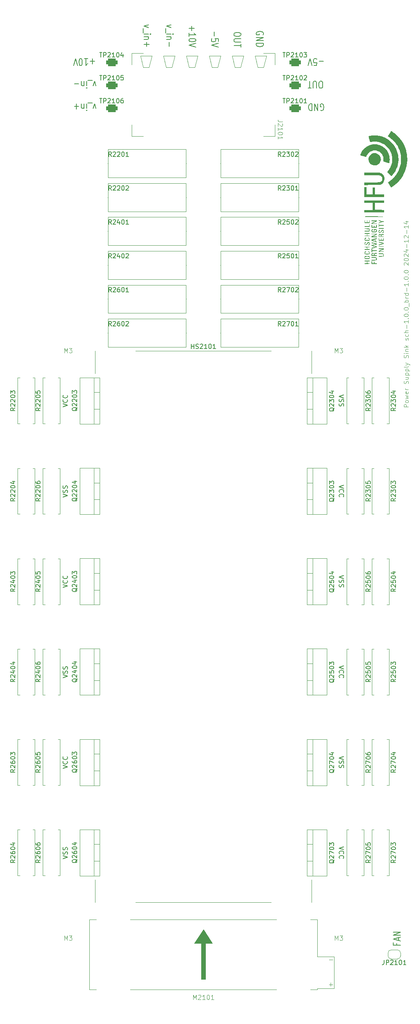
<source format=gbr>
%TF.GenerationSoftware,KiCad,Pcbnew,8.0.2*%
%TF.CreationDate,2024-12-14T16:27:18+01:00*%
%TF.ProjectId,pss_outstageboard,7073735f-6f75-4747-9374-616765626f61,1.0.0*%
%TF.SameCoordinates,Original*%
%TF.FileFunction,Legend,Top*%
%TF.FilePolarity,Positive*%
%FSLAX46Y46*%
G04 Gerber Fmt 4.6, Leading zero omitted, Abs format (unit mm)*
G04 Created by KiCad (PCBNEW 8.0.2) date 2024-12-14 16:27:18*
%MOMM*%
%LPD*%
G01*
G04 APERTURE LIST*
G04 Aperture macros list*
%AMRoundRect*
0 Rectangle with rounded corners*
0 $1 Rounding radius*
0 $2 $3 $4 $5 $6 $7 $8 $9 X,Y pos of 4 corners*
0 Add a 4 corners polygon primitive as box body*
4,1,4,$2,$3,$4,$5,$6,$7,$8,$9,$2,$3,0*
0 Add four circle primitives for the rounded corners*
1,1,$1+$1,$2,$3*
1,1,$1+$1,$4,$5*
1,1,$1+$1,$6,$7*
1,1,$1+$1,$8,$9*
0 Add four rect primitives between the rounded corners*
20,1,$1+$1,$2,$3,$4,$5,0*
20,1,$1+$1,$4,$5,$6,$7,0*
20,1,$1+$1,$6,$7,$8,$9,0*
20,1,$1+$1,$8,$9,$2,$3,0*%
%AMFreePoly0*
4,1,19,0.500000,-0.750000,0.000000,-0.750000,0.000000,-0.744911,-0.071157,-0.744911,-0.207708,-0.704816,-0.327430,-0.627875,-0.420627,-0.520320,-0.479746,-0.390866,-0.500000,-0.250000,-0.500000,0.250000,-0.479746,0.390866,-0.420627,0.520320,-0.327430,0.627875,-0.207708,0.704816,-0.071157,0.744911,0.000000,0.744911,0.000000,0.750000,0.500000,0.750000,0.500000,-0.750000,0.500000,-0.750000,
$1*%
%AMFreePoly1*
4,1,19,0.000000,0.744911,0.071157,0.744911,0.207708,0.704816,0.327430,0.627875,0.420627,0.520320,0.479746,0.390866,0.500000,0.250000,0.500000,-0.250000,0.479746,-0.390866,0.420627,-0.520320,0.327430,-0.627875,0.207708,-0.704816,0.071157,-0.744911,0.000000,-0.744911,0.000000,-0.750000,-0.500000,-0.750000,-0.500000,0.750000,0.000000,0.750000,0.000000,0.744911,0.000000,0.744911,
$1*%
G04 Aperture macros list end*
%ADD10C,0.150000*%
%ADD11C,0.100000*%
%ADD12C,0.120000*%
%ADD13C,0.000000*%
%ADD14C,2.400000*%
%ADD15O,2.400000X2.400000*%
%ADD16R,2.000000X1.905000*%
%ADD17O,2.000000X1.905000*%
%ADD18RoundRect,0.426829X-0.823171X-0.448171X0.823171X-0.448171X0.823171X0.448171X-0.823171X0.448171X0*%
%ADD19C,3.200000*%
%ADD20O,7.000000X4.000000*%
%ADD21C,2.000000*%
%ADD22R,2.000000X2.000000*%
%ADD23C,2.162000*%
%ADD24FreePoly0,180.000000*%
%ADD25FreePoly1,180.000000*%
%ADD26C,2.800000*%
G04 APERTURE END LIST*
D10*
X178869819Y-106333332D02*
X179869819Y-105999999D01*
X179869819Y-105999999D02*
X178869819Y-105666666D01*
X179774580Y-104761904D02*
X179822200Y-104809523D01*
X179822200Y-104809523D02*
X179869819Y-104952380D01*
X179869819Y-104952380D02*
X179869819Y-105047618D01*
X179869819Y-105047618D02*
X179822200Y-105190475D01*
X179822200Y-105190475D02*
X179726961Y-105285713D01*
X179726961Y-105285713D02*
X179631723Y-105333332D01*
X179631723Y-105333332D02*
X179441247Y-105380951D01*
X179441247Y-105380951D02*
X179298390Y-105380951D01*
X179298390Y-105380951D02*
X179107914Y-105333332D01*
X179107914Y-105333332D02*
X179012676Y-105285713D01*
X179012676Y-105285713D02*
X178917438Y-105190475D01*
X178917438Y-105190475D02*
X178869819Y-105047618D01*
X178869819Y-105047618D02*
X178869819Y-104952380D01*
X178869819Y-104952380D02*
X178917438Y-104809523D01*
X178917438Y-104809523D02*
X178965057Y-104761904D01*
X179774580Y-103761904D02*
X179822200Y-103809523D01*
X179822200Y-103809523D02*
X179869819Y-103952380D01*
X179869819Y-103952380D02*
X179869819Y-104047618D01*
X179869819Y-104047618D02*
X179822200Y-104190475D01*
X179822200Y-104190475D02*
X179726961Y-104285713D01*
X179726961Y-104285713D02*
X179631723Y-104333332D01*
X179631723Y-104333332D02*
X179441247Y-104380951D01*
X179441247Y-104380951D02*
X179298390Y-104380951D01*
X179298390Y-104380951D02*
X179107914Y-104333332D01*
X179107914Y-104333332D02*
X179012676Y-104285713D01*
X179012676Y-104285713D02*
X178917438Y-104190475D01*
X178917438Y-104190475D02*
X178869819Y-104047618D01*
X178869819Y-104047618D02*
X178869819Y-103952380D01*
X178869819Y-103952380D02*
X178917438Y-103809523D01*
X178917438Y-103809523D02*
X178965057Y-103761904D01*
X178869819Y-166285713D02*
X179869819Y-165952380D01*
X179869819Y-165952380D02*
X178869819Y-165619047D01*
X179822200Y-165333332D02*
X179869819Y-165190475D01*
X179869819Y-165190475D02*
X179869819Y-164952380D01*
X179869819Y-164952380D02*
X179822200Y-164857142D01*
X179822200Y-164857142D02*
X179774580Y-164809523D01*
X179774580Y-164809523D02*
X179679342Y-164761904D01*
X179679342Y-164761904D02*
X179584104Y-164761904D01*
X179584104Y-164761904D02*
X179488866Y-164809523D01*
X179488866Y-164809523D02*
X179441247Y-164857142D01*
X179441247Y-164857142D02*
X179393628Y-164952380D01*
X179393628Y-164952380D02*
X179346009Y-165142856D01*
X179346009Y-165142856D02*
X179298390Y-165238094D01*
X179298390Y-165238094D02*
X179250771Y-165285713D01*
X179250771Y-165285713D02*
X179155533Y-165333332D01*
X179155533Y-165333332D02*
X179060295Y-165333332D01*
X179060295Y-165333332D02*
X178965057Y-165285713D01*
X178965057Y-165285713D02*
X178917438Y-165238094D01*
X178917438Y-165238094D02*
X178869819Y-165142856D01*
X178869819Y-165142856D02*
X178869819Y-164904761D01*
X178869819Y-164904761D02*
X178917438Y-164761904D01*
X179822200Y-164380951D02*
X179869819Y-164238094D01*
X179869819Y-164238094D02*
X179869819Y-163999999D01*
X179869819Y-163999999D02*
X179822200Y-163904761D01*
X179822200Y-163904761D02*
X179774580Y-163857142D01*
X179774580Y-163857142D02*
X179679342Y-163809523D01*
X179679342Y-163809523D02*
X179584104Y-163809523D01*
X179584104Y-163809523D02*
X179488866Y-163857142D01*
X179488866Y-163857142D02*
X179441247Y-163904761D01*
X179441247Y-163904761D02*
X179393628Y-163999999D01*
X179393628Y-163999999D02*
X179346009Y-164190475D01*
X179346009Y-164190475D02*
X179298390Y-164285713D01*
X179298390Y-164285713D02*
X179250771Y-164333332D01*
X179250771Y-164333332D02*
X179155533Y-164380951D01*
X179155533Y-164380951D02*
X179060295Y-164380951D01*
X179060295Y-164380951D02*
X178965057Y-164333332D01*
X178965057Y-164333332D02*
X178917438Y-164285713D01*
X178917438Y-164285713D02*
X178869819Y-164190475D01*
X178869819Y-164190475D02*
X178869819Y-163952380D01*
X178869819Y-163952380D02*
X178917438Y-163809523D01*
X241130180Y-163666667D02*
X240130180Y-164000000D01*
X240130180Y-164000000D02*
X241130180Y-164333333D01*
X240225419Y-165238095D02*
X240177800Y-165190476D01*
X240177800Y-165190476D02*
X240130180Y-165047619D01*
X240130180Y-165047619D02*
X240130180Y-164952381D01*
X240130180Y-164952381D02*
X240177800Y-164809524D01*
X240177800Y-164809524D02*
X240273038Y-164714286D01*
X240273038Y-164714286D02*
X240368276Y-164666667D01*
X240368276Y-164666667D02*
X240558752Y-164619048D01*
X240558752Y-164619048D02*
X240701609Y-164619048D01*
X240701609Y-164619048D02*
X240892085Y-164666667D01*
X240892085Y-164666667D02*
X240987323Y-164714286D01*
X240987323Y-164714286D02*
X241082561Y-164809524D01*
X241082561Y-164809524D02*
X241130180Y-164952381D01*
X241130180Y-164952381D02*
X241130180Y-165047619D01*
X241130180Y-165047619D02*
X241082561Y-165190476D01*
X241082561Y-165190476D02*
X241034942Y-165238095D01*
X240225419Y-166238095D02*
X240177800Y-166190476D01*
X240177800Y-166190476D02*
X240130180Y-166047619D01*
X240130180Y-166047619D02*
X240130180Y-165952381D01*
X240130180Y-165952381D02*
X240177800Y-165809524D01*
X240177800Y-165809524D02*
X240273038Y-165714286D01*
X240273038Y-165714286D02*
X240368276Y-165666667D01*
X240368276Y-165666667D02*
X240558752Y-165619048D01*
X240558752Y-165619048D02*
X240701609Y-165619048D01*
X240701609Y-165619048D02*
X240892085Y-165666667D01*
X240892085Y-165666667D02*
X240987323Y-165714286D01*
X240987323Y-165714286D02*
X241082561Y-165809524D01*
X241082561Y-165809524D02*
X241130180Y-165952381D01*
X241130180Y-165952381D02*
X241130180Y-166047619D01*
X241130180Y-166047619D02*
X241082561Y-166190476D01*
X241082561Y-166190476D02*
X241034942Y-166238095D01*
X178869819Y-146333332D02*
X179869819Y-145999999D01*
X179869819Y-145999999D02*
X178869819Y-145666666D01*
X179774580Y-144761904D02*
X179822200Y-144809523D01*
X179822200Y-144809523D02*
X179869819Y-144952380D01*
X179869819Y-144952380D02*
X179869819Y-145047618D01*
X179869819Y-145047618D02*
X179822200Y-145190475D01*
X179822200Y-145190475D02*
X179726961Y-145285713D01*
X179726961Y-145285713D02*
X179631723Y-145333332D01*
X179631723Y-145333332D02*
X179441247Y-145380951D01*
X179441247Y-145380951D02*
X179298390Y-145380951D01*
X179298390Y-145380951D02*
X179107914Y-145333332D01*
X179107914Y-145333332D02*
X179012676Y-145285713D01*
X179012676Y-145285713D02*
X178917438Y-145190475D01*
X178917438Y-145190475D02*
X178869819Y-145047618D01*
X178869819Y-145047618D02*
X178869819Y-144952380D01*
X178869819Y-144952380D02*
X178917438Y-144809523D01*
X178917438Y-144809523D02*
X178965057Y-144761904D01*
X179774580Y-143761904D02*
X179822200Y-143809523D01*
X179822200Y-143809523D02*
X179869819Y-143952380D01*
X179869819Y-143952380D02*
X179869819Y-144047618D01*
X179869819Y-144047618D02*
X179822200Y-144190475D01*
X179822200Y-144190475D02*
X179726961Y-144285713D01*
X179726961Y-144285713D02*
X179631723Y-144333332D01*
X179631723Y-144333332D02*
X179441247Y-144380951D01*
X179441247Y-144380951D02*
X179298390Y-144380951D01*
X179298390Y-144380951D02*
X179107914Y-144333332D01*
X179107914Y-144333332D02*
X179012676Y-144285713D01*
X179012676Y-144285713D02*
X178917438Y-144190475D01*
X178917438Y-144190475D02*
X178869819Y-144047618D01*
X178869819Y-144047618D02*
X178869819Y-143952380D01*
X178869819Y-143952380D02*
X178917438Y-143809523D01*
X178917438Y-143809523D02*
X178965057Y-143761904D01*
X178869819Y-186333332D02*
X179869819Y-185999999D01*
X179869819Y-185999999D02*
X178869819Y-185666666D01*
X179774580Y-184761904D02*
X179822200Y-184809523D01*
X179822200Y-184809523D02*
X179869819Y-184952380D01*
X179869819Y-184952380D02*
X179869819Y-185047618D01*
X179869819Y-185047618D02*
X179822200Y-185190475D01*
X179822200Y-185190475D02*
X179726961Y-185285713D01*
X179726961Y-185285713D02*
X179631723Y-185333332D01*
X179631723Y-185333332D02*
X179441247Y-185380951D01*
X179441247Y-185380951D02*
X179298390Y-185380951D01*
X179298390Y-185380951D02*
X179107914Y-185333332D01*
X179107914Y-185333332D02*
X179012676Y-185285713D01*
X179012676Y-185285713D02*
X178917438Y-185190475D01*
X178917438Y-185190475D02*
X178869819Y-185047618D01*
X178869819Y-185047618D02*
X178869819Y-184952380D01*
X178869819Y-184952380D02*
X178917438Y-184809523D01*
X178917438Y-184809523D02*
X178965057Y-184761904D01*
X179774580Y-183761904D02*
X179822200Y-183809523D01*
X179822200Y-183809523D02*
X179869819Y-183952380D01*
X179869819Y-183952380D02*
X179869819Y-184047618D01*
X179869819Y-184047618D02*
X179822200Y-184190475D01*
X179822200Y-184190475D02*
X179726961Y-184285713D01*
X179726961Y-184285713D02*
X179631723Y-184333332D01*
X179631723Y-184333332D02*
X179441247Y-184380951D01*
X179441247Y-184380951D02*
X179298390Y-184380951D01*
X179298390Y-184380951D02*
X179107914Y-184333332D01*
X179107914Y-184333332D02*
X179012676Y-184285713D01*
X179012676Y-184285713D02*
X178917438Y-184190475D01*
X178917438Y-184190475D02*
X178869819Y-184047618D01*
X178869819Y-184047618D02*
X178869819Y-183952380D01*
X178869819Y-183952380D02*
X178917438Y-183809523D01*
X178917438Y-183809523D02*
X178965057Y-183761904D01*
X241130180Y-203666667D02*
X240130180Y-204000000D01*
X240130180Y-204000000D02*
X241130180Y-204333333D01*
X240225419Y-205238095D02*
X240177800Y-205190476D01*
X240177800Y-205190476D02*
X240130180Y-205047619D01*
X240130180Y-205047619D02*
X240130180Y-204952381D01*
X240130180Y-204952381D02*
X240177800Y-204809524D01*
X240177800Y-204809524D02*
X240273038Y-204714286D01*
X240273038Y-204714286D02*
X240368276Y-204666667D01*
X240368276Y-204666667D02*
X240558752Y-204619048D01*
X240558752Y-204619048D02*
X240701609Y-204619048D01*
X240701609Y-204619048D02*
X240892085Y-204666667D01*
X240892085Y-204666667D02*
X240987323Y-204714286D01*
X240987323Y-204714286D02*
X241082561Y-204809524D01*
X241082561Y-204809524D02*
X241130180Y-204952381D01*
X241130180Y-204952381D02*
X241130180Y-205047619D01*
X241130180Y-205047619D02*
X241082561Y-205190476D01*
X241082561Y-205190476D02*
X241034942Y-205238095D01*
X240225419Y-206238095D02*
X240177800Y-206190476D01*
X240177800Y-206190476D02*
X240130180Y-206047619D01*
X240130180Y-206047619D02*
X240130180Y-205952381D01*
X240130180Y-205952381D02*
X240177800Y-205809524D01*
X240177800Y-205809524D02*
X240273038Y-205714286D01*
X240273038Y-205714286D02*
X240368276Y-205666667D01*
X240368276Y-205666667D02*
X240558752Y-205619048D01*
X240558752Y-205619048D02*
X240701609Y-205619048D01*
X240701609Y-205619048D02*
X240892085Y-205666667D01*
X240892085Y-205666667D02*
X240987323Y-205714286D01*
X240987323Y-205714286D02*
X241082561Y-205809524D01*
X241082561Y-205809524D02*
X241130180Y-205952381D01*
X241130180Y-205952381D02*
X241130180Y-206047619D01*
X241130180Y-206047619D02*
X241082561Y-206190476D01*
X241082561Y-206190476D02*
X241034942Y-206238095D01*
X241130180Y-103714286D02*
X240130180Y-104047619D01*
X240130180Y-104047619D02*
X241130180Y-104380952D01*
X240177800Y-104666667D02*
X240130180Y-104809524D01*
X240130180Y-104809524D02*
X240130180Y-105047619D01*
X240130180Y-105047619D02*
X240177800Y-105142857D01*
X240177800Y-105142857D02*
X240225419Y-105190476D01*
X240225419Y-105190476D02*
X240320657Y-105238095D01*
X240320657Y-105238095D02*
X240415895Y-105238095D01*
X240415895Y-105238095D02*
X240511133Y-105190476D01*
X240511133Y-105190476D02*
X240558752Y-105142857D01*
X240558752Y-105142857D02*
X240606371Y-105047619D01*
X240606371Y-105047619D02*
X240653990Y-104857143D01*
X240653990Y-104857143D02*
X240701609Y-104761905D01*
X240701609Y-104761905D02*
X240749228Y-104714286D01*
X240749228Y-104714286D02*
X240844466Y-104666667D01*
X240844466Y-104666667D02*
X240939704Y-104666667D01*
X240939704Y-104666667D02*
X241034942Y-104714286D01*
X241034942Y-104714286D02*
X241082561Y-104761905D01*
X241082561Y-104761905D02*
X241130180Y-104857143D01*
X241130180Y-104857143D02*
X241130180Y-105095238D01*
X241130180Y-105095238D02*
X241082561Y-105238095D01*
X240177800Y-105619048D02*
X240130180Y-105761905D01*
X240130180Y-105761905D02*
X240130180Y-106000000D01*
X240130180Y-106000000D02*
X240177800Y-106095238D01*
X240177800Y-106095238D02*
X240225419Y-106142857D01*
X240225419Y-106142857D02*
X240320657Y-106190476D01*
X240320657Y-106190476D02*
X240415895Y-106190476D01*
X240415895Y-106190476D02*
X240511133Y-106142857D01*
X240511133Y-106142857D02*
X240558752Y-106095238D01*
X240558752Y-106095238D02*
X240606371Y-106000000D01*
X240606371Y-106000000D02*
X240653990Y-105809524D01*
X240653990Y-105809524D02*
X240701609Y-105714286D01*
X240701609Y-105714286D02*
X240749228Y-105666667D01*
X240749228Y-105666667D02*
X240844466Y-105619048D01*
X240844466Y-105619048D02*
X240939704Y-105619048D01*
X240939704Y-105619048D02*
X241034942Y-105666667D01*
X241034942Y-105666667D02*
X241082561Y-105714286D01*
X241082561Y-105714286D02*
X241130180Y-105809524D01*
X241130180Y-105809524D02*
X241130180Y-106047619D01*
X241130180Y-106047619D02*
X241082561Y-106190476D01*
X178869819Y-126285713D02*
X179869819Y-125952380D01*
X179869819Y-125952380D02*
X178869819Y-125619047D01*
X179822200Y-125333332D02*
X179869819Y-125190475D01*
X179869819Y-125190475D02*
X179869819Y-124952380D01*
X179869819Y-124952380D02*
X179822200Y-124857142D01*
X179822200Y-124857142D02*
X179774580Y-124809523D01*
X179774580Y-124809523D02*
X179679342Y-124761904D01*
X179679342Y-124761904D02*
X179584104Y-124761904D01*
X179584104Y-124761904D02*
X179488866Y-124809523D01*
X179488866Y-124809523D02*
X179441247Y-124857142D01*
X179441247Y-124857142D02*
X179393628Y-124952380D01*
X179393628Y-124952380D02*
X179346009Y-125142856D01*
X179346009Y-125142856D02*
X179298390Y-125238094D01*
X179298390Y-125238094D02*
X179250771Y-125285713D01*
X179250771Y-125285713D02*
X179155533Y-125333332D01*
X179155533Y-125333332D02*
X179060295Y-125333332D01*
X179060295Y-125333332D02*
X178965057Y-125285713D01*
X178965057Y-125285713D02*
X178917438Y-125238094D01*
X178917438Y-125238094D02*
X178869819Y-125142856D01*
X178869819Y-125142856D02*
X178869819Y-124904761D01*
X178869819Y-124904761D02*
X178917438Y-124761904D01*
X179822200Y-124380951D02*
X179869819Y-124238094D01*
X179869819Y-124238094D02*
X179869819Y-123999999D01*
X179869819Y-123999999D02*
X179822200Y-123904761D01*
X179822200Y-123904761D02*
X179774580Y-123857142D01*
X179774580Y-123857142D02*
X179679342Y-123809523D01*
X179679342Y-123809523D02*
X179584104Y-123809523D01*
X179584104Y-123809523D02*
X179488866Y-123857142D01*
X179488866Y-123857142D02*
X179441247Y-123904761D01*
X179441247Y-123904761D02*
X179393628Y-123999999D01*
X179393628Y-123999999D02*
X179346009Y-124190475D01*
X179346009Y-124190475D02*
X179298390Y-124285713D01*
X179298390Y-124285713D02*
X179250771Y-124333332D01*
X179250771Y-124333332D02*
X179155533Y-124380951D01*
X179155533Y-124380951D02*
X179060295Y-124380951D01*
X179060295Y-124380951D02*
X178965057Y-124333332D01*
X178965057Y-124333332D02*
X178917438Y-124285713D01*
X178917438Y-124285713D02*
X178869819Y-124190475D01*
X178869819Y-124190475D02*
X178869819Y-123952380D01*
X178869819Y-123952380D02*
X178917438Y-123809523D01*
X252897391Y-225028094D02*
X252897391Y-225451428D01*
X253708981Y-225451428D02*
X252159581Y-225451428D01*
X252159581Y-225451428D02*
X252159581Y-224846666D01*
X253266296Y-224423333D02*
X253266296Y-223818571D01*
X253708981Y-224544285D02*
X252159581Y-224120952D01*
X252159581Y-224120952D02*
X253708981Y-223697618D01*
X253708981Y-223274286D02*
X252159581Y-223274286D01*
X252159581Y-223274286D02*
X253708981Y-222548571D01*
X253708981Y-222548571D02*
X252159581Y-222548571D01*
X241130180Y-143714286D02*
X240130180Y-144047619D01*
X240130180Y-144047619D02*
X241130180Y-144380952D01*
X240177800Y-144666667D02*
X240130180Y-144809524D01*
X240130180Y-144809524D02*
X240130180Y-145047619D01*
X240130180Y-145047619D02*
X240177800Y-145142857D01*
X240177800Y-145142857D02*
X240225419Y-145190476D01*
X240225419Y-145190476D02*
X240320657Y-145238095D01*
X240320657Y-145238095D02*
X240415895Y-145238095D01*
X240415895Y-145238095D02*
X240511133Y-145190476D01*
X240511133Y-145190476D02*
X240558752Y-145142857D01*
X240558752Y-145142857D02*
X240606371Y-145047619D01*
X240606371Y-145047619D02*
X240653990Y-144857143D01*
X240653990Y-144857143D02*
X240701609Y-144761905D01*
X240701609Y-144761905D02*
X240749228Y-144714286D01*
X240749228Y-144714286D02*
X240844466Y-144666667D01*
X240844466Y-144666667D02*
X240939704Y-144666667D01*
X240939704Y-144666667D02*
X241034942Y-144714286D01*
X241034942Y-144714286D02*
X241082561Y-144761905D01*
X241082561Y-144761905D02*
X241130180Y-144857143D01*
X241130180Y-144857143D02*
X241130180Y-145095238D01*
X241130180Y-145095238D02*
X241082561Y-145238095D01*
X240177800Y-145619048D02*
X240130180Y-145761905D01*
X240130180Y-145761905D02*
X240130180Y-146000000D01*
X240130180Y-146000000D02*
X240177800Y-146095238D01*
X240177800Y-146095238D02*
X240225419Y-146142857D01*
X240225419Y-146142857D02*
X240320657Y-146190476D01*
X240320657Y-146190476D02*
X240415895Y-146190476D01*
X240415895Y-146190476D02*
X240511133Y-146142857D01*
X240511133Y-146142857D02*
X240558752Y-146095238D01*
X240558752Y-146095238D02*
X240606371Y-146000000D01*
X240606371Y-146000000D02*
X240653990Y-145809524D01*
X240653990Y-145809524D02*
X240701609Y-145714286D01*
X240701609Y-145714286D02*
X240749228Y-145666667D01*
X240749228Y-145666667D02*
X240844466Y-145619048D01*
X240844466Y-145619048D02*
X240939704Y-145619048D01*
X240939704Y-145619048D02*
X241034942Y-145666667D01*
X241034942Y-145666667D02*
X241082561Y-145714286D01*
X241082561Y-145714286D02*
X241130180Y-145809524D01*
X241130180Y-145809524D02*
X241130180Y-146047619D01*
X241130180Y-146047619D02*
X241082561Y-146190476D01*
X236001540Y-40755531D02*
X236122493Y-40829312D01*
X236122493Y-40829312D02*
X236303921Y-40829312D01*
X236303921Y-40829312D02*
X236485350Y-40755531D01*
X236485350Y-40755531D02*
X236606302Y-40607969D01*
X236606302Y-40607969D02*
X236666779Y-40460407D01*
X236666779Y-40460407D02*
X236727255Y-40165283D01*
X236727255Y-40165283D02*
X236727255Y-39943940D01*
X236727255Y-39943940D02*
X236666779Y-39648816D01*
X236666779Y-39648816D02*
X236606302Y-39501254D01*
X236606302Y-39501254D02*
X236485350Y-39353693D01*
X236485350Y-39353693D02*
X236303921Y-39279912D01*
X236303921Y-39279912D02*
X236182969Y-39279912D01*
X236182969Y-39279912D02*
X236001540Y-39353693D01*
X236001540Y-39353693D02*
X235941064Y-39427473D01*
X235941064Y-39427473D02*
X235941064Y-39943940D01*
X235941064Y-39943940D02*
X236182969Y-39943940D01*
X235396779Y-39279912D02*
X235396779Y-40829312D01*
X235396779Y-40829312D02*
X234671064Y-39279912D01*
X234671064Y-39279912D02*
X234671064Y-40829312D01*
X234066303Y-39279912D02*
X234066303Y-40829312D01*
X234066303Y-40829312D02*
X233763922Y-40829312D01*
X233763922Y-40829312D02*
X233582493Y-40755531D01*
X233582493Y-40755531D02*
X233461541Y-40607969D01*
X233461541Y-40607969D02*
X233401064Y-40460407D01*
X233401064Y-40460407D02*
X233340588Y-40165283D01*
X233340588Y-40165283D02*
X233340588Y-39943940D01*
X233340588Y-39943940D02*
X233401064Y-39648816D01*
X233401064Y-39648816D02*
X233461541Y-39501254D01*
X233461541Y-39501254D02*
X233582493Y-39353693D01*
X233582493Y-39353693D02*
X233763922Y-39279912D01*
X233763922Y-39279912D02*
X234066303Y-39279912D01*
X236182969Y-35840418D02*
X235941064Y-35840418D01*
X235941064Y-35840418D02*
X235820112Y-35766637D01*
X235820112Y-35766637D02*
X235699159Y-35619075D01*
X235699159Y-35619075D02*
X235638683Y-35323951D01*
X235638683Y-35323951D02*
X235638683Y-34807484D01*
X235638683Y-34807484D02*
X235699159Y-34512360D01*
X235699159Y-34512360D02*
X235820112Y-34364799D01*
X235820112Y-34364799D02*
X235941064Y-34291018D01*
X235941064Y-34291018D02*
X236182969Y-34291018D01*
X236182969Y-34291018D02*
X236303921Y-34364799D01*
X236303921Y-34364799D02*
X236424874Y-34512360D01*
X236424874Y-34512360D02*
X236485350Y-34807484D01*
X236485350Y-34807484D02*
X236485350Y-35323951D01*
X236485350Y-35323951D02*
X236424874Y-35619075D01*
X236424874Y-35619075D02*
X236303921Y-35766637D01*
X236303921Y-35766637D02*
X236182969Y-35840418D01*
X235094398Y-35840418D02*
X235094398Y-34586141D01*
X235094398Y-34586141D02*
X235033921Y-34438579D01*
X235033921Y-34438579D02*
X234973445Y-34364799D01*
X234973445Y-34364799D02*
X234852493Y-34291018D01*
X234852493Y-34291018D02*
X234610588Y-34291018D01*
X234610588Y-34291018D02*
X234489636Y-34364799D01*
X234489636Y-34364799D02*
X234429159Y-34438579D01*
X234429159Y-34438579D02*
X234368683Y-34586141D01*
X234368683Y-34586141D02*
X234368683Y-35840418D01*
X233945350Y-35840418D02*
X233219636Y-35840418D01*
X233582493Y-34291018D02*
X233582493Y-35840418D01*
X236666779Y-29892371D02*
X235699160Y-29892371D01*
X234489636Y-30851524D02*
X235094398Y-30851524D01*
X235094398Y-30851524D02*
X235154874Y-30113714D01*
X235154874Y-30113714D02*
X235094398Y-30187495D01*
X235094398Y-30187495D02*
X234973445Y-30261276D01*
X234973445Y-30261276D02*
X234671064Y-30261276D01*
X234671064Y-30261276D02*
X234550112Y-30187495D01*
X234550112Y-30187495D02*
X234489636Y-30113714D01*
X234489636Y-30113714D02*
X234429159Y-29966152D01*
X234429159Y-29966152D02*
X234429159Y-29597247D01*
X234429159Y-29597247D02*
X234489636Y-29449685D01*
X234489636Y-29449685D02*
X234550112Y-29375905D01*
X234550112Y-29375905D02*
X234671064Y-29302124D01*
X234671064Y-29302124D02*
X234973445Y-29302124D01*
X234973445Y-29302124D02*
X235094398Y-29375905D01*
X235094398Y-29375905D02*
X235154874Y-29449685D01*
X234066302Y-30851524D02*
X233642969Y-29302124D01*
X233642969Y-29302124D02*
X233219635Y-30851524D01*
X223238872Y-23998459D02*
X223312653Y-23877506D01*
X223312653Y-23877506D02*
X223312653Y-23696078D01*
X223312653Y-23696078D02*
X223238872Y-23514649D01*
X223238872Y-23514649D02*
X223091310Y-23393697D01*
X223091310Y-23393697D02*
X222943748Y-23333220D01*
X222943748Y-23333220D02*
X222648624Y-23272744D01*
X222648624Y-23272744D02*
X222427281Y-23272744D01*
X222427281Y-23272744D02*
X222132157Y-23333220D01*
X222132157Y-23333220D02*
X221984595Y-23393697D01*
X221984595Y-23393697D02*
X221837034Y-23514649D01*
X221837034Y-23514649D02*
X221763253Y-23696078D01*
X221763253Y-23696078D02*
X221763253Y-23817030D01*
X221763253Y-23817030D02*
X221837034Y-23998459D01*
X221837034Y-23998459D02*
X221910814Y-24058935D01*
X221910814Y-24058935D02*
X222427281Y-24058935D01*
X222427281Y-24058935D02*
X222427281Y-23817030D01*
X221763253Y-24603220D02*
X223312653Y-24603220D01*
X223312653Y-24603220D02*
X221763253Y-25328935D01*
X221763253Y-25328935D02*
X223312653Y-25328935D01*
X221763253Y-25933696D02*
X223312653Y-25933696D01*
X223312653Y-25933696D02*
X223312653Y-26236077D01*
X223312653Y-26236077D02*
X223238872Y-26417506D01*
X223238872Y-26417506D02*
X223091310Y-26538458D01*
X223091310Y-26538458D02*
X222943748Y-26598935D01*
X222943748Y-26598935D02*
X222648624Y-26659411D01*
X222648624Y-26659411D02*
X222427281Y-26659411D01*
X222427281Y-26659411D02*
X222132157Y-26598935D01*
X222132157Y-26598935D02*
X221984595Y-26538458D01*
X221984595Y-26538458D02*
X221837034Y-26417506D01*
X221837034Y-26417506D02*
X221763253Y-26236077D01*
X221763253Y-26236077D02*
X221763253Y-25933696D01*
X218323759Y-23817030D02*
X218323759Y-24058935D01*
X218323759Y-24058935D02*
X218249978Y-24179887D01*
X218249978Y-24179887D02*
X218102416Y-24300840D01*
X218102416Y-24300840D02*
X217807292Y-24361316D01*
X217807292Y-24361316D02*
X217290825Y-24361316D01*
X217290825Y-24361316D02*
X216995701Y-24300840D01*
X216995701Y-24300840D02*
X216848140Y-24179887D01*
X216848140Y-24179887D02*
X216774359Y-24058935D01*
X216774359Y-24058935D02*
X216774359Y-23817030D01*
X216774359Y-23817030D02*
X216848140Y-23696078D01*
X216848140Y-23696078D02*
X216995701Y-23575125D01*
X216995701Y-23575125D02*
X217290825Y-23514649D01*
X217290825Y-23514649D02*
X217807292Y-23514649D01*
X217807292Y-23514649D02*
X218102416Y-23575125D01*
X218102416Y-23575125D02*
X218249978Y-23696078D01*
X218249978Y-23696078D02*
X218323759Y-23817030D01*
X218323759Y-24905601D02*
X217069482Y-24905601D01*
X217069482Y-24905601D02*
X216921920Y-24966078D01*
X216921920Y-24966078D02*
X216848140Y-25026554D01*
X216848140Y-25026554D02*
X216774359Y-25147506D01*
X216774359Y-25147506D02*
X216774359Y-25389411D01*
X216774359Y-25389411D02*
X216848140Y-25510363D01*
X216848140Y-25510363D02*
X216921920Y-25570840D01*
X216921920Y-25570840D02*
X217069482Y-25631316D01*
X217069482Y-25631316D02*
X218323759Y-25631316D01*
X218323759Y-26054649D02*
X218323759Y-26780363D01*
X216774359Y-26417506D02*
X218323759Y-26417506D01*
X212375712Y-23333220D02*
X212375712Y-24300840D01*
X213334865Y-25510363D02*
X213334865Y-24905601D01*
X213334865Y-24905601D02*
X212597055Y-24845125D01*
X212597055Y-24845125D02*
X212670836Y-24905601D01*
X212670836Y-24905601D02*
X212744617Y-25026554D01*
X212744617Y-25026554D02*
X212744617Y-25328935D01*
X212744617Y-25328935D02*
X212670836Y-25449887D01*
X212670836Y-25449887D02*
X212597055Y-25510363D01*
X212597055Y-25510363D02*
X212449493Y-25570840D01*
X212449493Y-25570840D02*
X212080588Y-25570840D01*
X212080588Y-25570840D02*
X211933026Y-25510363D01*
X211933026Y-25510363D02*
X211859246Y-25449887D01*
X211859246Y-25449887D02*
X211785465Y-25328935D01*
X211785465Y-25328935D02*
X211785465Y-25026554D01*
X211785465Y-25026554D02*
X211859246Y-24905601D01*
X211859246Y-24905601D02*
X211933026Y-24845125D01*
X213334865Y-25933697D02*
X211785465Y-26357030D01*
X211785465Y-26357030D02*
X213334865Y-26780364D01*
X207386818Y-22123696D02*
X207386818Y-23091316D01*
X206796571Y-22607506D02*
X207977066Y-22607506D01*
X206796571Y-24361316D02*
X206796571Y-23635601D01*
X206796571Y-23998458D02*
X208345971Y-23998458D01*
X208345971Y-23998458D02*
X208124628Y-23877506D01*
X208124628Y-23877506D02*
X207977066Y-23756554D01*
X207977066Y-23756554D02*
X207903285Y-23635601D01*
X208345971Y-25147506D02*
X208345971Y-25268459D01*
X208345971Y-25268459D02*
X208272190Y-25389411D01*
X208272190Y-25389411D02*
X208198409Y-25449887D01*
X208198409Y-25449887D02*
X208050847Y-25510363D01*
X208050847Y-25510363D02*
X207755723Y-25570840D01*
X207755723Y-25570840D02*
X207386818Y-25570840D01*
X207386818Y-25570840D02*
X207091694Y-25510363D01*
X207091694Y-25510363D02*
X206944132Y-25449887D01*
X206944132Y-25449887D02*
X206870352Y-25389411D01*
X206870352Y-25389411D02*
X206796571Y-25268459D01*
X206796571Y-25268459D02*
X206796571Y-25147506D01*
X206796571Y-25147506D02*
X206870352Y-25026554D01*
X206870352Y-25026554D02*
X206944132Y-24966078D01*
X206944132Y-24966078D02*
X207091694Y-24905601D01*
X207091694Y-24905601D02*
X207386818Y-24845125D01*
X207386818Y-24845125D02*
X207755723Y-24845125D01*
X207755723Y-24845125D02*
X208050847Y-24905601D01*
X208050847Y-24905601D02*
X208198409Y-24966078D01*
X208198409Y-24966078D02*
X208272190Y-25026554D01*
X208272190Y-25026554D02*
X208345971Y-25147506D01*
X208345971Y-25933697D02*
X206796571Y-26357030D01*
X206796571Y-26357030D02*
X208345971Y-26780364D01*
X202840610Y-21821315D02*
X201807677Y-22123696D01*
X201807677Y-22123696D02*
X202840610Y-22426077D01*
X201660115Y-22607506D02*
X201660115Y-23575125D01*
X201807677Y-23877505D02*
X202840610Y-23877505D01*
X203357077Y-23877505D02*
X203283296Y-23817029D01*
X203283296Y-23817029D02*
X203209515Y-23877505D01*
X203209515Y-23877505D02*
X203283296Y-23937982D01*
X203283296Y-23937982D02*
X203357077Y-23877505D01*
X203357077Y-23877505D02*
X203209515Y-23877505D01*
X202840610Y-24482267D02*
X201807677Y-24482267D01*
X202693048Y-24482267D02*
X202766829Y-24542744D01*
X202766829Y-24542744D02*
X202840610Y-24663696D01*
X202840610Y-24663696D02*
X202840610Y-24845125D01*
X202840610Y-24845125D02*
X202766829Y-24966077D01*
X202766829Y-24966077D02*
X202619267Y-25026553D01*
X202619267Y-25026553D02*
X201807677Y-25026553D01*
X202397924Y-25631315D02*
X202397924Y-26598935D01*
X197851716Y-21821315D02*
X196818783Y-22123696D01*
X196818783Y-22123696D02*
X197851716Y-22426077D01*
X196671221Y-22607506D02*
X196671221Y-23575125D01*
X196818783Y-23877505D02*
X197851716Y-23877505D01*
X198368183Y-23877505D02*
X198294402Y-23817029D01*
X198294402Y-23817029D02*
X198220621Y-23877505D01*
X198220621Y-23877505D02*
X198294402Y-23937982D01*
X198294402Y-23937982D02*
X198368183Y-23877505D01*
X198368183Y-23877505D02*
X198220621Y-23877505D01*
X197851716Y-24482267D02*
X196818783Y-24482267D01*
X197704154Y-24482267D02*
X197777935Y-24542744D01*
X197777935Y-24542744D02*
X197851716Y-24663696D01*
X197851716Y-24663696D02*
X197851716Y-24845125D01*
X197851716Y-24845125D02*
X197777935Y-24966077D01*
X197777935Y-24966077D02*
X197630373Y-25026553D01*
X197630373Y-25026553D02*
X196818783Y-25026553D01*
X197409030Y-25631315D02*
X197409030Y-26598935D01*
X196818783Y-26115125D02*
X197999278Y-26115125D01*
X241130180Y-183714286D02*
X240130180Y-184047619D01*
X240130180Y-184047619D02*
X241130180Y-184380952D01*
X240177800Y-184666667D02*
X240130180Y-184809524D01*
X240130180Y-184809524D02*
X240130180Y-185047619D01*
X240130180Y-185047619D02*
X240177800Y-185142857D01*
X240177800Y-185142857D02*
X240225419Y-185190476D01*
X240225419Y-185190476D02*
X240320657Y-185238095D01*
X240320657Y-185238095D02*
X240415895Y-185238095D01*
X240415895Y-185238095D02*
X240511133Y-185190476D01*
X240511133Y-185190476D02*
X240558752Y-185142857D01*
X240558752Y-185142857D02*
X240606371Y-185047619D01*
X240606371Y-185047619D02*
X240653990Y-184857143D01*
X240653990Y-184857143D02*
X240701609Y-184761905D01*
X240701609Y-184761905D02*
X240749228Y-184714286D01*
X240749228Y-184714286D02*
X240844466Y-184666667D01*
X240844466Y-184666667D02*
X240939704Y-184666667D01*
X240939704Y-184666667D02*
X241034942Y-184714286D01*
X241034942Y-184714286D02*
X241082561Y-184761905D01*
X241082561Y-184761905D02*
X241130180Y-184857143D01*
X241130180Y-184857143D02*
X241130180Y-185095238D01*
X241130180Y-185095238D02*
X241082561Y-185238095D01*
X240177800Y-185619048D02*
X240130180Y-185761905D01*
X240130180Y-185761905D02*
X240130180Y-186000000D01*
X240130180Y-186000000D02*
X240177800Y-186095238D01*
X240177800Y-186095238D02*
X240225419Y-186142857D01*
X240225419Y-186142857D02*
X240320657Y-186190476D01*
X240320657Y-186190476D02*
X240415895Y-186190476D01*
X240415895Y-186190476D02*
X240511133Y-186142857D01*
X240511133Y-186142857D02*
X240558752Y-186095238D01*
X240558752Y-186095238D02*
X240606371Y-186000000D01*
X240606371Y-186000000D02*
X240653990Y-185809524D01*
X240653990Y-185809524D02*
X240701609Y-185714286D01*
X240701609Y-185714286D02*
X240749228Y-185666667D01*
X240749228Y-185666667D02*
X240844466Y-185619048D01*
X240844466Y-185619048D02*
X240939704Y-185619048D01*
X240939704Y-185619048D02*
X241034942Y-185666667D01*
X241034942Y-185666667D02*
X241082561Y-185714286D01*
X241082561Y-185714286D02*
X241130180Y-185809524D01*
X241130180Y-185809524D02*
X241130180Y-186047619D01*
X241130180Y-186047619D02*
X241082561Y-186190476D01*
X241130180Y-123666667D02*
X240130180Y-124000000D01*
X240130180Y-124000000D02*
X241130180Y-124333333D01*
X240225419Y-125238095D02*
X240177800Y-125190476D01*
X240177800Y-125190476D02*
X240130180Y-125047619D01*
X240130180Y-125047619D02*
X240130180Y-124952381D01*
X240130180Y-124952381D02*
X240177800Y-124809524D01*
X240177800Y-124809524D02*
X240273038Y-124714286D01*
X240273038Y-124714286D02*
X240368276Y-124666667D01*
X240368276Y-124666667D02*
X240558752Y-124619048D01*
X240558752Y-124619048D02*
X240701609Y-124619048D01*
X240701609Y-124619048D02*
X240892085Y-124666667D01*
X240892085Y-124666667D02*
X240987323Y-124714286D01*
X240987323Y-124714286D02*
X241082561Y-124809524D01*
X241082561Y-124809524D02*
X241130180Y-124952381D01*
X241130180Y-124952381D02*
X241130180Y-125047619D01*
X241130180Y-125047619D02*
X241082561Y-125190476D01*
X241082561Y-125190476D02*
X241034942Y-125238095D01*
X240225419Y-126238095D02*
X240177800Y-126190476D01*
X240177800Y-126190476D02*
X240130180Y-126047619D01*
X240130180Y-126047619D02*
X240130180Y-125952381D01*
X240130180Y-125952381D02*
X240177800Y-125809524D01*
X240177800Y-125809524D02*
X240273038Y-125714286D01*
X240273038Y-125714286D02*
X240368276Y-125666667D01*
X240368276Y-125666667D02*
X240558752Y-125619048D01*
X240558752Y-125619048D02*
X240701609Y-125619048D01*
X240701609Y-125619048D02*
X240892085Y-125666667D01*
X240892085Y-125666667D02*
X240987323Y-125714286D01*
X240987323Y-125714286D02*
X241082561Y-125809524D01*
X241082561Y-125809524D02*
X241130180Y-125952381D01*
X241130180Y-125952381D02*
X241130180Y-126047619D01*
X241130180Y-126047619D02*
X241082561Y-126190476D01*
X241082561Y-126190476D02*
X241034942Y-126238095D01*
X186178684Y-40312845D02*
X185876303Y-39279912D01*
X185876303Y-39279912D02*
X185573922Y-40312845D01*
X185392494Y-39132350D02*
X184424874Y-39132350D01*
X184122494Y-39279912D02*
X184122494Y-40312845D01*
X184122494Y-40829312D02*
X184182970Y-40755531D01*
X184182970Y-40755531D02*
X184122494Y-40681750D01*
X184122494Y-40681750D02*
X184062017Y-40755531D01*
X184062017Y-40755531D02*
X184122494Y-40829312D01*
X184122494Y-40829312D02*
X184122494Y-40681750D01*
X183517732Y-40312845D02*
X183517732Y-39279912D01*
X183517732Y-40165283D02*
X183457255Y-40239064D01*
X183457255Y-40239064D02*
X183336303Y-40312845D01*
X183336303Y-40312845D02*
X183154874Y-40312845D01*
X183154874Y-40312845D02*
X183033922Y-40239064D01*
X183033922Y-40239064D02*
X182973446Y-40091502D01*
X182973446Y-40091502D02*
X182973446Y-39279912D01*
X182368684Y-39870159D02*
X181401065Y-39870159D01*
X181884874Y-39279912D02*
X181884874Y-40460407D01*
X186178684Y-35323951D02*
X185876303Y-34291018D01*
X185876303Y-34291018D02*
X185573922Y-35323951D01*
X185392494Y-34143456D02*
X184424874Y-34143456D01*
X184122494Y-34291018D02*
X184122494Y-35323951D01*
X184122494Y-35840418D02*
X184182970Y-35766637D01*
X184182970Y-35766637D02*
X184122494Y-35692856D01*
X184122494Y-35692856D02*
X184062017Y-35766637D01*
X184062017Y-35766637D02*
X184122494Y-35840418D01*
X184122494Y-35840418D02*
X184122494Y-35692856D01*
X183517732Y-35323951D02*
X183517732Y-34291018D01*
X183517732Y-35176389D02*
X183457255Y-35250170D01*
X183457255Y-35250170D02*
X183336303Y-35323951D01*
X183336303Y-35323951D02*
X183154874Y-35323951D01*
X183154874Y-35323951D02*
X183033922Y-35250170D01*
X183033922Y-35250170D02*
X182973446Y-35102608D01*
X182973446Y-35102608D02*
X182973446Y-34291018D01*
X182368684Y-34881265D02*
X181401065Y-34881265D01*
X185876303Y-29892371D02*
X184908684Y-29892371D01*
X185392493Y-29302124D02*
X185392493Y-30482619D01*
X183638683Y-29302124D02*
X184364398Y-29302124D01*
X184001541Y-29302124D02*
X184001541Y-30851524D01*
X184001541Y-30851524D02*
X184122493Y-30630181D01*
X184122493Y-30630181D02*
X184243445Y-30482619D01*
X184243445Y-30482619D02*
X184364398Y-30408838D01*
X182852493Y-30851524D02*
X182731540Y-30851524D01*
X182731540Y-30851524D02*
X182610588Y-30777743D01*
X182610588Y-30777743D02*
X182550112Y-30703962D01*
X182550112Y-30703962D02*
X182489636Y-30556400D01*
X182489636Y-30556400D02*
X182429159Y-30261276D01*
X182429159Y-30261276D02*
X182429159Y-29892371D01*
X182429159Y-29892371D02*
X182489636Y-29597247D01*
X182489636Y-29597247D02*
X182550112Y-29449685D01*
X182550112Y-29449685D02*
X182610588Y-29375905D01*
X182610588Y-29375905D02*
X182731540Y-29302124D01*
X182731540Y-29302124D02*
X182852493Y-29302124D01*
X182852493Y-29302124D02*
X182973445Y-29375905D01*
X182973445Y-29375905D02*
X183033921Y-29449685D01*
X183033921Y-29449685D02*
X183094398Y-29597247D01*
X183094398Y-29597247D02*
X183154874Y-29892371D01*
X183154874Y-29892371D02*
X183154874Y-30261276D01*
X183154874Y-30261276D02*
X183094398Y-30556400D01*
X183094398Y-30556400D02*
X183033921Y-30703962D01*
X183033921Y-30703962D02*
X182973445Y-30777743D01*
X182973445Y-30777743D02*
X182852493Y-30851524D01*
X182066302Y-30851524D02*
X181642969Y-29302124D01*
X181642969Y-29302124D02*
X181219635Y-30851524D01*
D11*
X255457419Y-106351504D02*
X254457419Y-106351504D01*
X254457419Y-106351504D02*
X254457419Y-105970552D01*
X254457419Y-105970552D02*
X254505038Y-105875314D01*
X254505038Y-105875314D02*
X254552657Y-105827695D01*
X254552657Y-105827695D02*
X254647895Y-105780076D01*
X254647895Y-105780076D02*
X254790752Y-105780076D01*
X254790752Y-105780076D02*
X254885990Y-105827695D01*
X254885990Y-105827695D02*
X254933609Y-105875314D01*
X254933609Y-105875314D02*
X254981228Y-105970552D01*
X254981228Y-105970552D02*
X254981228Y-106351504D01*
X255457419Y-105208647D02*
X255409800Y-105303885D01*
X255409800Y-105303885D02*
X255362180Y-105351504D01*
X255362180Y-105351504D02*
X255266942Y-105399123D01*
X255266942Y-105399123D02*
X254981228Y-105399123D01*
X254981228Y-105399123D02*
X254885990Y-105351504D01*
X254885990Y-105351504D02*
X254838371Y-105303885D01*
X254838371Y-105303885D02*
X254790752Y-105208647D01*
X254790752Y-105208647D02*
X254790752Y-105065790D01*
X254790752Y-105065790D02*
X254838371Y-104970552D01*
X254838371Y-104970552D02*
X254885990Y-104922933D01*
X254885990Y-104922933D02*
X254981228Y-104875314D01*
X254981228Y-104875314D02*
X255266942Y-104875314D01*
X255266942Y-104875314D02*
X255362180Y-104922933D01*
X255362180Y-104922933D02*
X255409800Y-104970552D01*
X255409800Y-104970552D02*
X255457419Y-105065790D01*
X255457419Y-105065790D02*
X255457419Y-105208647D01*
X254790752Y-104541980D02*
X255457419Y-104351504D01*
X255457419Y-104351504D02*
X254981228Y-104161028D01*
X254981228Y-104161028D02*
X255457419Y-103970552D01*
X255457419Y-103970552D02*
X254790752Y-103780076D01*
X255409800Y-103018171D02*
X255457419Y-103113409D01*
X255457419Y-103113409D02*
X255457419Y-103303885D01*
X255457419Y-103303885D02*
X255409800Y-103399123D01*
X255409800Y-103399123D02*
X255314561Y-103446742D01*
X255314561Y-103446742D02*
X254933609Y-103446742D01*
X254933609Y-103446742D02*
X254838371Y-103399123D01*
X254838371Y-103399123D02*
X254790752Y-103303885D01*
X254790752Y-103303885D02*
X254790752Y-103113409D01*
X254790752Y-103113409D02*
X254838371Y-103018171D01*
X254838371Y-103018171D02*
X254933609Y-102970552D01*
X254933609Y-102970552D02*
X255028847Y-102970552D01*
X255028847Y-102970552D02*
X255124085Y-103446742D01*
X255457419Y-102541980D02*
X254790752Y-102541980D01*
X254981228Y-102541980D02*
X254885990Y-102494361D01*
X254885990Y-102494361D02*
X254838371Y-102446742D01*
X254838371Y-102446742D02*
X254790752Y-102351504D01*
X254790752Y-102351504D02*
X254790752Y-102256266D01*
X255409800Y-101208646D02*
X255457419Y-101065789D01*
X255457419Y-101065789D02*
X255457419Y-100827694D01*
X255457419Y-100827694D02*
X255409800Y-100732456D01*
X255409800Y-100732456D02*
X255362180Y-100684837D01*
X255362180Y-100684837D02*
X255266942Y-100637218D01*
X255266942Y-100637218D02*
X255171704Y-100637218D01*
X255171704Y-100637218D02*
X255076466Y-100684837D01*
X255076466Y-100684837D02*
X255028847Y-100732456D01*
X255028847Y-100732456D02*
X254981228Y-100827694D01*
X254981228Y-100827694D02*
X254933609Y-101018170D01*
X254933609Y-101018170D02*
X254885990Y-101113408D01*
X254885990Y-101113408D02*
X254838371Y-101161027D01*
X254838371Y-101161027D02*
X254743133Y-101208646D01*
X254743133Y-101208646D02*
X254647895Y-101208646D01*
X254647895Y-101208646D02*
X254552657Y-101161027D01*
X254552657Y-101161027D02*
X254505038Y-101113408D01*
X254505038Y-101113408D02*
X254457419Y-101018170D01*
X254457419Y-101018170D02*
X254457419Y-100780075D01*
X254457419Y-100780075D02*
X254505038Y-100637218D01*
X254790752Y-99780075D02*
X255457419Y-99780075D01*
X254790752Y-100208646D02*
X255314561Y-100208646D01*
X255314561Y-100208646D02*
X255409800Y-100161027D01*
X255409800Y-100161027D02*
X255457419Y-100065789D01*
X255457419Y-100065789D02*
X255457419Y-99922932D01*
X255457419Y-99922932D02*
X255409800Y-99827694D01*
X255409800Y-99827694D02*
X255362180Y-99780075D01*
X254790752Y-99303884D02*
X255790752Y-99303884D01*
X254838371Y-99303884D02*
X254790752Y-99208646D01*
X254790752Y-99208646D02*
X254790752Y-99018170D01*
X254790752Y-99018170D02*
X254838371Y-98922932D01*
X254838371Y-98922932D02*
X254885990Y-98875313D01*
X254885990Y-98875313D02*
X254981228Y-98827694D01*
X254981228Y-98827694D02*
X255266942Y-98827694D01*
X255266942Y-98827694D02*
X255362180Y-98875313D01*
X255362180Y-98875313D02*
X255409800Y-98922932D01*
X255409800Y-98922932D02*
X255457419Y-99018170D01*
X255457419Y-99018170D02*
X255457419Y-99208646D01*
X255457419Y-99208646D02*
X255409800Y-99303884D01*
X254790752Y-98399122D02*
X255790752Y-98399122D01*
X254838371Y-98399122D02*
X254790752Y-98303884D01*
X254790752Y-98303884D02*
X254790752Y-98113408D01*
X254790752Y-98113408D02*
X254838371Y-98018170D01*
X254838371Y-98018170D02*
X254885990Y-97970551D01*
X254885990Y-97970551D02*
X254981228Y-97922932D01*
X254981228Y-97922932D02*
X255266942Y-97922932D01*
X255266942Y-97922932D02*
X255362180Y-97970551D01*
X255362180Y-97970551D02*
X255409800Y-98018170D01*
X255409800Y-98018170D02*
X255457419Y-98113408D01*
X255457419Y-98113408D02*
X255457419Y-98303884D01*
X255457419Y-98303884D02*
X255409800Y-98399122D01*
X255457419Y-97351503D02*
X255409800Y-97446741D01*
X255409800Y-97446741D02*
X255314561Y-97494360D01*
X255314561Y-97494360D02*
X254457419Y-97494360D01*
X254790752Y-97065788D02*
X255457419Y-96827693D01*
X254790752Y-96589598D02*
X255457419Y-96827693D01*
X255457419Y-96827693D02*
X255695514Y-96922931D01*
X255695514Y-96922931D02*
X255743133Y-96970550D01*
X255743133Y-96970550D02*
X255790752Y-97065788D01*
X255409800Y-95494359D02*
X255457419Y-95351502D01*
X255457419Y-95351502D02*
X255457419Y-95113407D01*
X255457419Y-95113407D02*
X255409800Y-95018169D01*
X255409800Y-95018169D02*
X255362180Y-94970550D01*
X255362180Y-94970550D02*
X255266942Y-94922931D01*
X255266942Y-94922931D02*
X255171704Y-94922931D01*
X255171704Y-94922931D02*
X255076466Y-94970550D01*
X255076466Y-94970550D02*
X255028847Y-95018169D01*
X255028847Y-95018169D02*
X254981228Y-95113407D01*
X254981228Y-95113407D02*
X254933609Y-95303883D01*
X254933609Y-95303883D02*
X254885990Y-95399121D01*
X254885990Y-95399121D02*
X254838371Y-95446740D01*
X254838371Y-95446740D02*
X254743133Y-95494359D01*
X254743133Y-95494359D02*
X254647895Y-95494359D01*
X254647895Y-95494359D02*
X254552657Y-95446740D01*
X254552657Y-95446740D02*
X254505038Y-95399121D01*
X254505038Y-95399121D02*
X254457419Y-95303883D01*
X254457419Y-95303883D02*
X254457419Y-95065788D01*
X254457419Y-95065788D02*
X254505038Y-94922931D01*
X255457419Y-94494359D02*
X254790752Y-94494359D01*
X254457419Y-94494359D02*
X254505038Y-94541978D01*
X254505038Y-94541978D02*
X254552657Y-94494359D01*
X254552657Y-94494359D02*
X254505038Y-94446740D01*
X254505038Y-94446740D02*
X254457419Y-94494359D01*
X254457419Y-94494359D02*
X254552657Y-94494359D01*
X254790752Y-94018169D02*
X255457419Y-94018169D01*
X254885990Y-94018169D02*
X254838371Y-93970550D01*
X254838371Y-93970550D02*
X254790752Y-93875312D01*
X254790752Y-93875312D02*
X254790752Y-93732455D01*
X254790752Y-93732455D02*
X254838371Y-93637217D01*
X254838371Y-93637217D02*
X254933609Y-93589598D01*
X254933609Y-93589598D02*
X255457419Y-93589598D01*
X255457419Y-93113407D02*
X254457419Y-93113407D01*
X255076466Y-93018169D02*
X255457419Y-92732455D01*
X254790752Y-92732455D02*
X255171704Y-93113407D01*
X255409800Y-91589597D02*
X255457419Y-91494359D01*
X255457419Y-91494359D02*
X255457419Y-91303883D01*
X255457419Y-91303883D02*
X255409800Y-91208645D01*
X255409800Y-91208645D02*
X255314561Y-91161026D01*
X255314561Y-91161026D02*
X255266942Y-91161026D01*
X255266942Y-91161026D02*
X255171704Y-91208645D01*
X255171704Y-91208645D02*
X255124085Y-91303883D01*
X255124085Y-91303883D02*
X255124085Y-91446740D01*
X255124085Y-91446740D02*
X255076466Y-91541978D01*
X255076466Y-91541978D02*
X254981228Y-91589597D01*
X254981228Y-91589597D02*
X254933609Y-91589597D01*
X254933609Y-91589597D02*
X254838371Y-91541978D01*
X254838371Y-91541978D02*
X254790752Y-91446740D01*
X254790752Y-91446740D02*
X254790752Y-91303883D01*
X254790752Y-91303883D02*
X254838371Y-91208645D01*
X255409800Y-90303883D02*
X255457419Y-90399121D01*
X255457419Y-90399121D02*
X255457419Y-90589597D01*
X255457419Y-90589597D02*
X255409800Y-90684835D01*
X255409800Y-90684835D02*
X255362180Y-90732454D01*
X255362180Y-90732454D02*
X255266942Y-90780073D01*
X255266942Y-90780073D02*
X254981228Y-90780073D01*
X254981228Y-90780073D02*
X254885990Y-90732454D01*
X254885990Y-90732454D02*
X254838371Y-90684835D01*
X254838371Y-90684835D02*
X254790752Y-90589597D01*
X254790752Y-90589597D02*
X254790752Y-90399121D01*
X254790752Y-90399121D02*
X254838371Y-90303883D01*
X255457419Y-89875311D02*
X254457419Y-89875311D01*
X255457419Y-89446740D02*
X254933609Y-89446740D01*
X254933609Y-89446740D02*
X254838371Y-89494359D01*
X254838371Y-89494359D02*
X254790752Y-89589597D01*
X254790752Y-89589597D02*
X254790752Y-89732454D01*
X254790752Y-89732454D02*
X254838371Y-89827692D01*
X254838371Y-89827692D02*
X254885990Y-89875311D01*
X255076466Y-88970549D02*
X255076466Y-88208645D01*
X255457419Y-87208645D02*
X255457419Y-87780073D01*
X255457419Y-87494359D02*
X254457419Y-87494359D01*
X254457419Y-87494359D02*
X254600276Y-87589597D01*
X254600276Y-87589597D02*
X254695514Y-87684835D01*
X254695514Y-87684835D02*
X254743133Y-87780073D01*
X255362180Y-86780073D02*
X255409800Y-86732454D01*
X255409800Y-86732454D02*
X255457419Y-86780073D01*
X255457419Y-86780073D02*
X255409800Y-86827692D01*
X255409800Y-86827692D02*
X255362180Y-86780073D01*
X255362180Y-86780073D02*
X255457419Y-86780073D01*
X254457419Y-86113407D02*
X254457419Y-86018169D01*
X254457419Y-86018169D02*
X254505038Y-85922931D01*
X254505038Y-85922931D02*
X254552657Y-85875312D01*
X254552657Y-85875312D02*
X254647895Y-85827693D01*
X254647895Y-85827693D02*
X254838371Y-85780074D01*
X254838371Y-85780074D02*
X255076466Y-85780074D01*
X255076466Y-85780074D02*
X255266942Y-85827693D01*
X255266942Y-85827693D02*
X255362180Y-85875312D01*
X255362180Y-85875312D02*
X255409800Y-85922931D01*
X255409800Y-85922931D02*
X255457419Y-86018169D01*
X255457419Y-86018169D02*
X255457419Y-86113407D01*
X255457419Y-86113407D02*
X255409800Y-86208645D01*
X255409800Y-86208645D02*
X255362180Y-86256264D01*
X255362180Y-86256264D02*
X255266942Y-86303883D01*
X255266942Y-86303883D02*
X255076466Y-86351502D01*
X255076466Y-86351502D02*
X254838371Y-86351502D01*
X254838371Y-86351502D02*
X254647895Y-86303883D01*
X254647895Y-86303883D02*
X254552657Y-86256264D01*
X254552657Y-86256264D02*
X254505038Y-86208645D01*
X254505038Y-86208645D02*
X254457419Y-86113407D01*
X255362180Y-85351502D02*
X255409800Y-85303883D01*
X255409800Y-85303883D02*
X255457419Y-85351502D01*
X255457419Y-85351502D02*
X255409800Y-85399121D01*
X255409800Y-85399121D02*
X255362180Y-85351502D01*
X255362180Y-85351502D02*
X255457419Y-85351502D01*
X254457419Y-84684836D02*
X254457419Y-84589598D01*
X254457419Y-84589598D02*
X254505038Y-84494360D01*
X254505038Y-84494360D02*
X254552657Y-84446741D01*
X254552657Y-84446741D02*
X254647895Y-84399122D01*
X254647895Y-84399122D02*
X254838371Y-84351503D01*
X254838371Y-84351503D02*
X255076466Y-84351503D01*
X255076466Y-84351503D02*
X255266942Y-84399122D01*
X255266942Y-84399122D02*
X255362180Y-84446741D01*
X255362180Y-84446741D02*
X255409800Y-84494360D01*
X255409800Y-84494360D02*
X255457419Y-84589598D01*
X255457419Y-84589598D02*
X255457419Y-84684836D01*
X255457419Y-84684836D02*
X255409800Y-84780074D01*
X255409800Y-84780074D02*
X255362180Y-84827693D01*
X255362180Y-84827693D02*
X255266942Y-84875312D01*
X255266942Y-84875312D02*
X255076466Y-84922931D01*
X255076466Y-84922931D02*
X254838371Y-84922931D01*
X254838371Y-84922931D02*
X254647895Y-84875312D01*
X254647895Y-84875312D02*
X254552657Y-84827693D01*
X254552657Y-84827693D02*
X254505038Y-84780074D01*
X254505038Y-84780074D02*
X254457419Y-84684836D01*
X255552657Y-84161027D02*
X255552657Y-83399122D01*
X255457419Y-83161026D02*
X254457419Y-83161026D01*
X254838371Y-83161026D02*
X254790752Y-83065788D01*
X254790752Y-83065788D02*
X254790752Y-82875312D01*
X254790752Y-82875312D02*
X254838371Y-82780074D01*
X254838371Y-82780074D02*
X254885990Y-82732455D01*
X254885990Y-82732455D02*
X254981228Y-82684836D01*
X254981228Y-82684836D02*
X255266942Y-82684836D01*
X255266942Y-82684836D02*
X255362180Y-82732455D01*
X255362180Y-82732455D02*
X255409800Y-82780074D01*
X255409800Y-82780074D02*
X255457419Y-82875312D01*
X255457419Y-82875312D02*
X255457419Y-83065788D01*
X255457419Y-83065788D02*
X255409800Y-83161026D01*
X255457419Y-82256264D02*
X254790752Y-82256264D01*
X254981228Y-82256264D02*
X254885990Y-82208645D01*
X254885990Y-82208645D02*
X254838371Y-82161026D01*
X254838371Y-82161026D02*
X254790752Y-82065788D01*
X254790752Y-82065788D02*
X254790752Y-81970550D01*
X255457419Y-81208645D02*
X254457419Y-81208645D01*
X255409800Y-81208645D02*
X255457419Y-81303883D01*
X255457419Y-81303883D02*
X255457419Y-81494359D01*
X255457419Y-81494359D02*
X255409800Y-81589597D01*
X255409800Y-81589597D02*
X255362180Y-81637216D01*
X255362180Y-81637216D02*
X255266942Y-81684835D01*
X255266942Y-81684835D02*
X254981228Y-81684835D01*
X254981228Y-81684835D02*
X254885990Y-81637216D01*
X254885990Y-81637216D02*
X254838371Y-81589597D01*
X254838371Y-81589597D02*
X254790752Y-81494359D01*
X254790752Y-81494359D02*
X254790752Y-81303883D01*
X254790752Y-81303883D02*
X254838371Y-81208645D01*
X255076466Y-80732454D02*
X255076466Y-79970550D01*
X255457419Y-78970550D02*
X255457419Y-79541978D01*
X255457419Y-79256264D02*
X254457419Y-79256264D01*
X254457419Y-79256264D02*
X254600276Y-79351502D01*
X254600276Y-79351502D02*
X254695514Y-79446740D01*
X254695514Y-79446740D02*
X254743133Y-79541978D01*
X255362180Y-78541978D02*
X255409800Y-78494359D01*
X255409800Y-78494359D02*
X255457419Y-78541978D01*
X255457419Y-78541978D02*
X255409800Y-78589597D01*
X255409800Y-78589597D02*
X255362180Y-78541978D01*
X255362180Y-78541978D02*
X255457419Y-78541978D01*
X254457419Y-77875312D02*
X254457419Y-77780074D01*
X254457419Y-77780074D02*
X254505038Y-77684836D01*
X254505038Y-77684836D02*
X254552657Y-77637217D01*
X254552657Y-77637217D02*
X254647895Y-77589598D01*
X254647895Y-77589598D02*
X254838371Y-77541979D01*
X254838371Y-77541979D02*
X255076466Y-77541979D01*
X255076466Y-77541979D02*
X255266942Y-77589598D01*
X255266942Y-77589598D02*
X255362180Y-77637217D01*
X255362180Y-77637217D02*
X255409800Y-77684836D01*
X255409800Y-77684836D02*
X255457419Y-77780074D01*
X255457419Y-77780074D02*
X255457419Y-77875312D01*
X255457419Y-77875312D02*
X255409800Y-77970550D01*
X255409800Y-77970550D02*
X255362180Y-78018169D01*
X255362180Y-78018169D02*
X255266942Y-78065788D01*
X255266942Y-78065788D02*
X255076466Y-78113407D01*
X255076466Y-78113407D02*
X254838371Y-78113407D01*
X254838371Y-78113407D02*
X254647895Y-78065788D01*
X254647895Y-78065788D02*
X254552657Y-78018169D01*
X254552657Y-78018169D02*
X254505038Y-77970550D01*
X254505038Y-77970550D02*
X254457419Y-77875312D01*
X255362180Y-77113407D02*
X255409800Y-77065788D01*
X255409800Y-77065788D02*
X255457419Y-77113407D01*
X255457419Y-77113407D02*
X255409800Y-77161026D01*
X255409800Y-77161026D02*
X255362180Y-77113407D01*
X255362180Y-77113407D02*
X255457419Y-77113407D01*
X254457419Y-76446741D02*
X254457419Y-76351503D01*
X254457419Y-76351503D02*
X254505038Y-76256265D01*
X254505038Y-76256265D02*
X254552657Y-76208646D01*
X254552657Y-76208646D02*
X254647895Y-76161027D01*
X254647895Y-76161027D02*
X254838371Y-76113408D01*
X254838371Y-76113408D02*
X255076466Y-76113408D01*
X255076466Y-76113408D02*
X255266942Y-76161027D01*
X255266942Y-76161027D02*
X255362180Y-76208646D01*
X255362180Y-76208646D02*
X255409800Y-76256265D01*
X255409800Y-76256265D02*
X255457419Y-76351503D01*
X255457419Y-76351503D02*
X255457419Y-76446741D01*
X255457419Y-76446741D02*
X255409800Y-76541979D01*
X255409800Y-76541979D02*
X255362180Y-76589598D01*
X255362180Y-76589598D02*
X255266942Y-76637217D01*
X255266942Y-76637217D02*
X255076466Y-76684836D01*
X255076466Y-76684836D02*
X254838371Y-76684836D01*
X254838371Y-76684836D02*
X254647895Y-76637217D01*
X254647895Y-76637217D02*
X254552657Y-76589598D01*
X254552657Y-76589598D02*
X254505038Y-76541979D01*
X254505038Y-76541979D02*
X254457419Y-76446741D01*
X254552657Y-74970550D02*
X254505038Y-74922931D01*
X254505038Y-74922931D02*
X254457419Y-74827693D01*
X254457419Y-74827693D02*
X254457419Y-74589598D01*
X254457419Y-74589598D02*
X254505038Y-74494360D01*
X254505038Y-74494360D02*
X254552657Y-74446741D01*
X254552657Y-74446741D02*
X254647895Y-74399122D01*
X254647895Y-74399122D02*
X254743133Y-74399122D01*
X254743133Y-74399122D02*
X254885990Y-74446741D01*
X254885990Y-74446741D02*
X255457419Y-75018169D01*
X255457419Y-75018169D02*
X255457419Y-74399122D01*
X254457419Y-73780074D02*
X254457419Y-73684836D01*
X254457419Y-73684836D02*
X254505038Y-73589598D01*
X254505038Y-73589598D02*
X254552657Y-73541979D01*
X254552657Y-73541979D02*
X254647895Y-73494360D01*
X254647895Y-73494360D02*
X254838371Y-73446741D01*
X254838371Y-73446741D02*
X255076466Y-73446741D01*
X255076466Y-73446741D02*
X255266942Y-73494360D01*
X255266942Y-73494360D02*
X255362180Y-73541979D01*
X255362180Y-73541979D02*
X255409800Y-73589598D01*
X255409800Y-73589598D02*
X255457419Y-73684836D01*
X255457419Y-73684836D02*
X255457419Y-73780074D01*
X255457419Y-73780074D02*
X255409800Y-73875312D01*
X255409800Y-73875312D02*
X255362180Y-73922931D01*
X255362180Y-73922931D02*
X255266942Y-73970550D01*
X255266942Y-73970550D02*
X255076466Y-74018169D01*
X255076466Y-74018169D02*
X254838371Y-74018169D01*
X254838371Y-74018169D02*
X254647895Y-73970550D01*
X254647895Y-73970550D02*
X254552657Y-73922931D01*
X254552657Y-73922931D02*
X254505038Y-73875312D01*
X254505038Y-73875312D02*
X254457419Y-73780074D01*
X254552657Y-73065788D02*
X254505038Y-73018169D01*
X254505038Y-73018169D02*
X254457419Y-72922931D01*
X254457419Y-72922931D02*
X254457419Y-72684836D01*
X254457419Y-72684836D02*
X254505038Y-72589598D01*
X254505038Y-72589598D02*
X254552657Y-72541979D01*
X254552657Y-72541979D02*
X254647895Y-72494360D01*
X254647895Y-72494360D02*
X254743133Y-72494360D01*
X254743133Y-72494360D02*
X254885990Y-72541979D01*
X254885990Y-72541979D02*
X255457419Y-73113407D01*
X255457419Y-73113407D02*
X255457419Y-72494360D01*
X254790752Y-71637217D02*
X255457419Y-71637217D01*
X254409800Y-71875312D02*
X255124085Y-72113407D01*
X255124085Y-72113407D02*
X255124085Y-71494360D01*
X255076466Y-71113407D02*
X255076466Y-70351503D01*
X255457419Y-69351503D02*
X255457419Y-69922931D01*
X255457419Y-69637217D02*
X254457419Y-69637217D01*
X254457419Y-69637217D02*
X254600276Y-69732455D01*
X254600276Y-69732455D02*
X254695514Y-69827693D01*
X254695514Y-69827693D02*
X254743133Y-69922931D01*
X254552657Y-68970550D02*
X254505038Y-68922931D01*
X254505038Y-68922931D02*
X254457419Y-68827693D01*
X254457419Y-68827693D02*
X254457419Y-68589598D01*
X254457419Y-68589598D02*
X254505038Y-68494360D01*
X254505038Y-68494360D02*
X254552657Y-68446741D01*
X254552657Y-68446741D02*
X254647895Y-68399122D01*
X254647895Y-68399122D02*
X254743133Y-68399122D01*
X254743133Y-68399122D02*
X254885990Y-68446741D01*
X254885990Y-68446741D02*
X255457419Y-69018169D01*
X255457419Y-69018169D02*
X255457419Y-68399122D01*
X255076466Y-67970550D02*
X255076466Y-67208646D01*
X255457419Y-66208646D02*
X255457419Y-66780074D01*
X255457419Y-66494360D02*
X254457419Y-66494360D01*
X254457419Y-66494360D02*
X254600276Y-66589598D01*
X254600276Y-66589598D02*
X254695514Y-66684836D01*
X254695514Y-66684836D02*
X254743133Y-66780074D01*
X254790752Y-65351503D02*
X255457419Y-65351503D01*
X254409800Y-65589598D02*
X255124085Y-65827693D01*
X255124085Y-65827693D02*
X255124085Y-65208646D01*
D10*
X178869819Y-206285713D02*
X179869819Y-205952380D01*
X179869819Y-205952380D02*
X178869819Y-205619047D01*
X179822200Y-205333332D02*
X179869819Y-205190475D01*
X179869819Y-205190475D02*
X179869819Y-204952380D01*
X179869819Y-204952380D02*
X179822200Y-204857142D01*
X179822200Y-204857142D02*
X179774580Y-204809523D01*
X179774580Y-204809523D02*
X179679342Y-204761904D01*
X179679342Y-204761904D02*
X179584104Y-204761904D01*
X179584104Y-204761904D02*
X179488866Y-204809523D01*
X179488866Y-204809523D02*
X179441247Y-204857142D01*
X179441247Y-204857142D02*
X179393628Y-204952380D01*
X179393628Y-204952380D02*
X179346009Y-205142856D01*
X179346009Y-205142856D02*
X179298390Y-205238094D01*
X179298390Y-205238094D02*
X179250771Y-205285713D01*
X179250771Y-205285713D02*
X179155533Y-205333332D01*
X179155533Y-205333332D02*
X179060295Y-205333332D01*
X179060295Y-205333332D02*
X178965057Y-205285713D01*
X178965057Y-205285713D02*
X178917438Y-205238094D01*
X178917438Y-205238094D02*
X178869819Y-205142856D01*
X178869819Y-205142856D02*
X178869819Y-204904761D01*
X178869819Y-204904761D02*
X178917438Y-204761904D01*
X179822200Y-204380951D02*
X179869819Y-204238094D01*
X179869819Y-204238094D02*
X179869819Y-203999999D01*
X179869819Y-203999999D02*
X179822200Y-203904761D01*
X179822200Y-203904761D02*
X179774580Y-203857142D01*
X179774580Y-203857142D02*
X179679342Y-203809523D01*
X179679342Y-203809523D02*
X179584104Y-203809523D01*
X179584104Y-203809523D02*
X179488866Y-203857142D01*
X179488866Y-203857142D02*
X179441247Y-203904761D01*
X179441247Y-203904761D02*
X179393628Y-203999999D01*
X179393628Y-203999999D02*
X179346009Y-204190475D01*
X179346009Y-204190475D02*
X179298390Y-204285713D01*
X179298390Y-204285713D02*
X179250771Y-204333332D01*
X179250771Y-204333332D02*
X179155533Y-204380951D01*
X179155533Y-204380951D02*
X179060295Y-204380951D01*
X179060295Y-204380951D02*
X178965057Y-204333332D01*
X178965057Y-204333332D02*
X178917438Y-204285713D01*
X178917438Y-204285713D02*
X178869819Y-204190475D01*
X178869819Y-204190475D02*
X178869819Y-203952380D01*
X178869819Y-203952380D02*
X178917438Y-203809523D01*
X252654819Y-166595238D02*
X252178628Y-166928571D01*
X252654819Y-167166666D02*
X251654819Y-167166666D01*
X251654819Y-167166666D02*
X251654819Y-166785714D01*
X251654819Y-166785714D02*
X251702438Y-166690476D01*
X251702438Y-166690476D02*
X251750057Y-166642857D01*
X251750057Y-166642857D02*
X251845295Y-166595238D01*
X251845295Y-166595238D02*
X251988152Y-166595238D01*
X251988152Y-166595238D02*
X252083390Y-166642857D01*
X252083390Y-166642857D02*
X252131009Y-166690476D01*
X252131009Y-166690476D02*
X252178628Y-166785714D01*
X252178628Y-166785714D02*
X252178628Y-167166666D01*
X251750057Y-166214285D02*
X251702438Y-166166666D01*
X251702438Y-166166666D02*
X251654819Y-166071428D01*
X251654819Y-166071428D02*
X251654819Y-165833333D01*
X251654819Y-165833333D02*
X251702438Y-165738095D01*
X251702438Y-165738095D02*
X251750057Y-165690476D01*
X251750057Y-165690476D02*
X251845295Y-165642857D01*
X251845295Y-165642857D02*
X251940533Y-165642857D01*
X251940533Y-165642857D02*
X252083390Y-165690476D01*
X252083390Y-165690476D02*
X252654819Y-166261904D01*
X252654819Y-166261904D02*
X252654819Y-165642857D01*
X251654819Y-164738095D02*
X251654819Y-165214285D01*
X251654819Y-165214285D02*
X252131009Y-165261904D01*
X252131009Y-165261904D02*
X252083390Y-165214285D01*
X252083390Y-165214285D02*
X252035771Y-165119047D01*
X252035771Y-165119047D02*
X252035771Y-164880952D01*
X252035771Y-164880952D02*
X252083390Y-164785714D01*
X252083390Y-164785714D02*
X252131009Y-164738095D01*
X252131009Y-164738095D02*
X252226247Y-164690476D01*
X252226247Y-164690476D02*
X252464342Y-164690476D01*
X252464342Y-164690476D02*
X252559580Y-164738095D01*
X252559580Y-164738095D02*
X252607200Y-164785714D01*
X252607200Y-164785714D02*
X252654819Y-164880952D01*
X252654819Y-164880952D02*
X252654819Y-165119047D01*
X252654819Y-165119047D02*
X252607200Y-165214285D01*
X252607200Y-165214285D02*
X252559580Y-165261904D01*
X251654819Y-164071428D02*
X251654819Y-163976190D01*
X251654819Y-163976190D02*
X251702438Y-163880952D01*
X251702438Y-163880952D02*
X251750057Y-163833333D01*
X251750057Y-163833333D02*
X251845295Y-163785714D01*
X251845295Y-163785714D02*
X252035771Y-163738095D01*
X252035771Y-163738095D02*
X252273866Y-163738095D01*
X252273866Y-163738095D02*
X252464342Y-163785714D01*
X252464342Y-163785714D02*
X252559580Y-163833333D01*
X252559580Y-163833333D02*
X252607200Y-163880952D01*
X252607200Y-163880952D02*
X252654819Y-163976190D01*
X252654819Y-163976190D02*
X252654819Y-164071428D01*
X252654819Y-164071428D02*
X252607200Y-164166666D01*
X252607200Y-164166666D02*
X252559580Y-164214285D01*
X252559580Y-164214285D02*
X252464342Y-164261904D01*
X252464342Y-164261904D02*
X252273866Y-164309523D01*
X252273866Y-164309523D02*
X252035771Y-164309523D01*
X252035771Y-164309523D02*
X251845295Y-164261904D01*
X251845295Y-164261904D02*
X251750057Y-164214285D01*
X251750057Y-164214285D02*
X251702438Y-164166666D01*
X251702438Y-164166666D02*
X251654819Y-164071428D01*
X251654819Y-163404761D02*
X251654819Y-162785714D01*
X251654819Y-162785714D02*
X252035771Y-163119047D01*
X252035771Y-163119047D02*
X252035771Y-162976190D01*
X252035771Y-162976190D02*
X252083390Y-162880952D01*
X252083390Y-162880952D02*
X252131009Y-162833333D01*
X252131009Y-162833333D02*
X252226247Y-162785714D01*
X252226247Y-162785714D02*
X252464342Y-162785714D01*
X252464342Y-162785714D02*
X252559580Y-162833333D01*
X252559580Y-162833333D02*
X252607200Y-162880952D01*
X252607200Y-162880952D02*
X252654819Y-162976190D01*
X252654819Y-162976190D02*
X252654819Y-163261904D01*
X252654819Y-163261904D02*
X252607200Y-163357142D01*
X252607200Y-163357142D02*
X252559580Y-163404761D01*
X189608761Y-88434819D02*
X189275428Y-87958628D01*
X189037333Y-88434819D02*
X189037333Y-87434819D01*
X189037333Y-87434819D02*
X189418285Y-87434819D01*
X189418285Y-87434819D02*
X189513523Y-87482438D01*
X189513523Y-87482438D02*
X189561142Y-87530057D01*
X189561142Y-87530057D02*
X189608761Y-87625295D01*
X189608761Y-87625295D02*
X189608761Y-87768152D01*
X189608761Y-87768152D02*
X189561142Y-87863390D01*
X189561142Y-87863390D02*
X189513523Y-87911009D01*
X189513523Y-87911009D02*
X189418285Y-87958628D01*
X189418285Y-87958628D02*
X189037333Y-87958628D01*
X189989714Y-87530057D02*
X190037333Y-87482438D01*
X190037333Y-87482438D02*
X190132571Y-87434819D01*
X190132571Y-87434819D02*
X190370666Y-87434819D01*
X190370666Y-87434819D02*
X190465904Y-87482438D01*
X190465904Y-87482438D02*
X190513523Y-87530057D01*
X190513523Y-87530057D02*
X190561142Y-87625295D01*
X190561142Y-87625295D02*
X190561142Y-87720533D01*
X190561142Y-87720533D02*
X190513523Y-87863390D01*
X190513523Y-87863390D02*
X189942095Y-88434819D01*
X189942095Y-88434819D02*
X190561142Y-88434819D01*
X191418285Y-87434819D02*
X191227809Y-87434819D01*
X191227809Y-87434819D02*
X191132571Y-87482438D01*
X191132571Y-87482438D02*
X191084952Y-87530057D01*
X191084952Y-87530057D02*
X190989714Y-87672914D01*
X190989714Y-87672914D02*
X190942095Y-87863390D01*
X190942095Y-87863390D02*
X190942095Y-88244342D01*
X190942095Y-88244342D02*
X190989714Y-88339580D01*
X190989714Y-88339580D02*
X191037333Y-88387200D01*
X191037333Y-88387200D02*
X191132571Y-88434819D01*
X191132571Y-88434819D02*
X191323047Y-88434819D01*
X191323047Y-88434819D02*
X191418285Y-88387200D01*
X191418285Y-88387200D02*
X191465904Y-88339580D01*
X191465904Y-88339580D02*
X191513523Y-88244342D01*
X191513523Y-88244342D02*
X191513523Y-88006247D01*
X191513523Y-88006247D02*
X191465904Y-87911009D01*
X191465904Y-87911009D02*
X191418285Y-87863390D01*
X191418285Y-87863390D02*
X191323047Y-87815771D01*
X191323047Y-87815771D02*
X191132571Y-87815771D01*
X191132571Y-87815771D02*
X191037333Y-87863390D01*
X191037333Y-87863390D02*
X190989714Y-87911009D01*
X190989714Y-87911009D02*
X190942095Y-88006247D01*
X192132571Y-87434819D02*
X192227809Y-87434819D01*
X192227809Y-87434819D02*
X192323047Y-87482438D01*
X192323047Y-87482438D02*
X192370666Y-87530057D01*
X192370666Y-87530057D02*
X192418285Y-87625295D01*
X192418285Y-87625295D02*
X192465904Y-87815771D01*
X192465904Y-87815771D02*
X192465904Y-88053866D01*
X192465904Y-88053866D02*
X192418285Y-88244342D01*
X192418285Y-88244342D02*
X192370666Y-88339580D01*
X192370666Y-88339580D02*
X192323047Y-88387200D01*
X192323047Y-88387200D02*
X192227809Y-88434819D01*
X192227809Y-88434819D02*
X192132571Y-88434819D01*
X192132571Y-88434819D02*
X192037333Y-88387200D01*
X192037333Y-88387200D02*
X191989714Y-88339580D01*
X191989714Y-88339580D02*
X191942095Y-88244342D01*
X191942095Y-88244342D02*
X191894476Y-88053866D01*
X191894476Y-88053866D02*
X191894476Y-87815771D01*
X191894476Y-87815771D02*
X191942095Y-87625295D01*
X191942095Y-87625295D02*
X191989714Y-87530057D01*
X191989714Y-87530057D02*
X192037333Y-87482438D01*
X192037333Y-87482438D02*
X192132571Y-87434819D01*
X192846857Y-87530057D02*
X192894476Y-87482438D01*
X192894476Y-87482438D02*
X192989714Y-87434819D01*
X192989714Y-87434819D02*
X193227809Y-87434819D01*
X193227809Y-87434819D02*
X193323047Y-87482438D01*
X193323047Y-87482438D02*
X193370666Y-87530057D01*
X193370666Y-87530057D02*
X193418285Y-87625295D01*
X193418285Y-87625295D02*
X193418285Y-87720533D01*
X193418285Y-87720533D02*
X193370666Y-87863390D01*
X193370666Y-87863390D02*
X192799238Y-88434819D01*
X192799238Y-88434819D02*
X193418285Y-88434819D01*
X182050057Y-126483809D02*
X182002438Y-126579047D01*
X182002438Y-126579047D02*
X181907200Y-126674285D01*
X181907200Y-126674285D02*
X181764342Y-126817142D01*
X181764342Y-126817142D02*
X181716723Y-126912380D01*
X181716723Y-126912380D02*
X181716723Y-127007618D01*
X181954819Y-126959999D02*
X181907200Y-127055237D01*
X181907200Y-127055237D02*
X181811961Y-127150475D01*
X181811961Y-127150475D02*
X181621485Y-127198094D01*
X181621485Y-127198094D02*
X181288152Y-127198094D01*
X181288152Y-127198094D02*
X181097676Y-127150475D01*
X181097676Y-127150475D02*
X181002438Y-127055237D01*
X181002438Y-127055237D02*
X180954819Y-126959999D01*
X180954819Y-126959999D02*
X180954819Y-126769523D01*
X180954819Y-126769523D02*
X181002438Y-126674285D01*
X181002438Y-126674285D02*
X181097676Y-126579047D01*
X181097676Y-126579047D02*
X181288152Y-126531428D01*
X181288152Y-126531428D02*
X181621485Y-126531428D01*
X181621485Y-126531428D02*
X181811961Y-126579047D01*
X181811961Y-126579047D02*
X181907200Y-126674285D01*
X181907200Y-126674285D02*
X181954819Y-126769523D01*
X181954819Y-126769523D02*
X181954819Y-126959999D01*
X181050057Y-126150475D02*
X181002438Y-126102856D01*
X181002438Y-126102856D02*
X180954819Y-126007618D01*
X180954819Y-126007618D02*
X180954819Y-125769523D01*
X180954819Y-125769523D02*
X181002438Y-125674285D01*
X181002438Y-125674285D02*
X181050057Y-125626666D01*
X181050057Y-125626666D02*
X181145295Y-125579047D01*
X181145295Y-125579047D02*
X181240533Y-125579047D01*
X181240533Y-125579047D02*
X181383390Y-125626666D01*
X181383390Y-125626666D02*
X181954819Y-126198094D01*
X181954819Y-126198094D02*
X181954819Y-125579047D01*
X181050057Y-125198094D02*
X181002438Y-125150475D01*
X181002438Y-125150475D02*
X180954819Y-125055237D01*
X180954819Y-125055237D02*
X180954819Y-124817142D01*
X180954819Y-124817142D02*
X181002438Y-124721904D01*
X181002438Y-124721904D02*
X181050057Y-124674285D01*
X181050057Y-124674285D02*
X181145295Y-124626666D01*
X181145295Y-124626666D02*
X181240533Y-124626666D01*
X181240533Y-124626666D02*
X181383390Y-124674285D01*
X181383390Y-124674285D02*
X181954819Y-125245713D01*
X181954819Y-125245713D02*
X181954819Y-124626666D01*
X180954819Y-124007618D02*
X180954819Y-123912380D01*
X180954819Y-123912380D02*
X181002438Y-123817142D01*
X181002438Y-123817142D02*
X181050057Y-123769523D01*
X181050057Y-123769523D02*
X181145295Y-123721904D01*
X181145295Y-123721904D02*
X181335771Y-123674285D01*
X181335771Y-123674285D02*
X181573866Y-123674285D01*
X181573866Y-123674285D02*
X181764342Y-123721904D01*
X181764342Y-123721904D02*
X181859580Y-123769523D01*
X181859580Y-123769523D02*
X181907200Y-123817142D01*
X181907200Y-123817142D02*
X181954819Y-123912380D01*
X181954819Y-123912380D02*
X181954819Y-124007618D01*
X181954819Y-124007618D02*
X181907200Y-124102856D01*
X181907200Y-124102856D02*
X181859580Y-124150475D01*
X181859580Y-124150475D02*
X181764342Y-124198094D01*
X181764342Y-124198094D02*
X181573866Y-124245713D01*
X181573866Y-124245713D02*
X181335771Y-124245713D01*
X181335771Y-124245713D02*
X181145295Y-124198094D01*
X181145295Y-124198094D02*
X181050057Y-124150475D01*
X181050057Y-124150475D02*
X181002438Y-124102856D01*
X181002438Y-124102856D02*
X180954819Y-124007618D01*
X181288152Y-122817142D02*
X181954819Y-122817142D01*
X180907200Y-123055237D02*
X181621485Y-123293332D01*
X181621485Y-123293332D02*
X181621485Y-122674285D01*
X252654819Y-186595238D02*
X252178628Y-186928571D01*
X252654819Y-187166666D02*
X251654819Y-187166666D01*
X251654819Y-187166666D02*
X251654819Y-186785714D01*
X251654819Y-186785714D02*
X251702438Y-186690476D01*
X251702438Y-186690476D02*
X251750057Y-186642857D01*
X251750057Y-186642857D02*
X251845295Y-186595238D01*
X251845295Y-186595238D02*
X251988152Y-186595238D01*
X251988152Y-186595238D02*
X252083390Y-186642857D01*
X252083390Y-186642857D02*
X252131009Y-186690476D01*
X252131009Y-186690476D02*
X252178628Y-186785714D01*
X252178628Y-186785714D02*
X252178628Y-187166666D01*
X251750057Y-186214285D02*
X251702438Y-186166666D01*
X251702438Y-186166666D02*
X251654819Y-186071428D01*
X251654819Y-186071428D02*
X251654819Y-185833333D01*
X251654819Y-185833333D02*
X251702438Y-185738095D01*
X251702438Y-185738095D02*
X251750057Y-185690476D01*
X251750057Y-185690476D02*
X251845295Y-185642857D01*
X251845295Y-185642857D02*
X251940533Y-185642857D01*
X251940533Y-185642857D02*
X252083390Y-185690476D01*
X252083390Y-185690476D02*
X252654819Y-186261904D01*
X252654819Y-186261904D02*
X252654819Y-185642857D01*
X251654819Y-185309523D02*
X251654819Y-184642857D01*
X251654819Y-184642857D02*
X252654819Y-185071428D01*
X251654819Y-184071428D02*
X251654819Y-183976190D01*
X251654819Y-183976190D02*
X251702438Y-183880952D01*
X251702438Y-183880952D02*
X251750057Y-183833333D01*
X251750057Y-183833333D02*
X251845295Y-183785714D01*
X251845295Y-183785714D02*
X252035771Y-183738095D01*
X252035771Y-183738095D02*
X252273866Y-183738095D01*
X252273866Y-183738095D02*
X252464342Y-183785714D01*
X252464342Y-183785714D02*
X252559580Y-183833333D01*
X252559580Y-183833333D02*
X252607200Y-183880952D01*
X252607200Y-183880952D02*
X252654819Y-183976190D01*
X252654819Y-183976190D02*
X252654819Y-184071428D01*
X252654819Y-184071428D02*
X252607200Y-184166666D01*
X252607200Y-184166666D02*
X252559580Y-184214285D01*
X252559580Y-184214285D02*
X252464342Y-184261904D01*
X252464342Y-184261904D02*
X252273866Y-184309523D01*
X252273866Y-184309523D02*
X252035771Y-184309523D01*
X252035771Y-184309523D02*
X251845295Y-184261904D01*
X251845295Y-184261904D02*
X251750057Y-184214285D01*
X251750057Y-184214285D02*
X251702438Y-184166666D01*
X251702438Y-184166666D02*
X251654819Y-184071428D01*
X251988152Y-182880952D02*
X252654819Y-182880952D01*
X251607200Y-183119047D02*
X252321485Y-183357142D01*
X252321485Y-183357142D02*
X252321485Y-182738095D01*
X182050057Y-166483809D02*
X182002438Y-166579047D01*
X182002438Y-166579047D02*
X181907200Y-166674285D01*
X181907200Y-166674285D02*
X181764342Y-166817142D01*
X181764342Y-166817142D02*
X181716723Y-166912380D01*
X181716723Y-166912380D02*
X181716723Y-167007618D01*
X181954819Y-166959999D02*
X181907200Y-167055237D01*
X181907200Y-167055237D02*
X181811961Y-167150475D01*
X181811961Y-167150475D02*
X181621485Y-167198094D01*
X181621485Y-167198094D02*
X181288152Y-167198094D01*
X181288152Y-167198094D02*
X181097676Y-167150475D01*
X181097676Y-167150475D02*
X181002438Y-167055237D01*
X181002438Y-167055237D02*
X180954819Y-166959999D01*
X180954819Y-166959999D02*
X180954819Y-166769523D01*
X180954819Y-166769523D02*
X181002438Y-166674285D01*
X181002438Y-166674285D02*
X181097676Y-166579047D01*
X181097676Y-166579047D02*
X181288152Y-166531428D01*
X181288152Y-166531428D02*
X181621485Y-166531428D01*
X181621485Y-166531428D02*
X181811961Y-166579047D01*
X181811961Y-166579047D02*
X181907200Y-166674285D01*
X181907200Y-166674285D02*
X181954819Y-166769523D01*
X181954819Y-166769523D02*
X181954819Y-166959999D01*
X181050057Y-166150475D02*
X181002438Y-166102856D01*
X181002438Y-166102856D02*
X180954819Y-166007618D01*
X180954819Y-166007618D02*
X180954819Y-165769523D01*
X180954819Y-165769523D02*
X181002438Y-165674285D01*
X181002438Y-165674285D02*
X181050057Y-165626666D01*
X181050057Y-165626666D02*
X181145295Y-165579047D01*
X181145295Y-165579047D02*
X181240533Y-165579047D01*
X181240533Y-165579047D02*
X181383390Y-165626666D01*
X181383390Y-165626666D02*
X181954819Y-166198094D01*
X181954819Y-166198094D02*
X181954819Y-165579047D01*
X181288152Y-164721904D02*
X181954819Y-164721904D01*
X180907200Y-164959999D02*
X181621485Y-165198094D01*
X181621485Y-165198094D02*
X181621485Y-164579047D01*
X180954819Y-164007618D02*
X180954819Y-163912380D01*
X180954819Y-163912380D02*
X181002438Y-163817142D01*
X181002438Y-163817142D02*
X181050057Y-163769523D01*
X181050057Y-163769523D02*
X181145295Y-163721904D01*
X181145295Y-163721904D02*
X181335771Y-163674285D01*
X181335771Y-163674285D02*
X181573866Y-163674285D01*
X181573866Y-163674285D02*
X181764342Y-163721904D01*
X181764342Y-163721904D02*
X181859580Y-163769523D01*
X181859580Y-163769523D02*
X181907200Y-163817142D01*
X181907200Y-163817142D02*
X181954819Y-163912380D01*
X181954819Y-163912380D02*
X181954819Y-164007618D01*
X181954819Y-164007618D02*
X181907200Y-164102856D01*
X181907200Y-164102856D02*
X181859580Y-164150475D01*
X181859580Y-164150475D02*
X181764342Y-164198094D01*
X181764342Y-164198094D02*
X181573866Y-164245713D01*
X181573866Y-164245713D02*
X181335771Y-164245713D01*
X181335771Y-164245713D02*
X181145295Y-164198094D01*
X181145295Y-164198094D02*
X181050057Y-164150475D01*
X181050057Y-164150475D02*
X181002438Y-164102856D01*
X181002438Y-164102856D02*
X180954819Y-164007618D01*
X181288152Y-162817142D02*
X181954819Y-162817142D01*
X180907200Y-163055237D02*
X181621485Y-163293332D01*
X181621485Y-163293332D02*
X181621485Y-162674285D01*
X186989524Y-27964819D02*
X187560952Y-27964819D01*
X187275238Y-28964819D02*
X187275238Y-27964819D01*
X187894286Y-28964819D02*
X187894286Y-27964819D01*
X187894286Y-27964819D02*
X188275238Y-27964819D01*
X188275238Y-27964819D02*
X188370476Y-28012438D01*
X188370476Y-28012438D02*
X188418095Y-28060057D01*
X188418095Y-28060057D02*
X188465714Y-28155295D01*
X188465714Y-28155295D02*
X188465714Y-28298152D01*
X188465714Y-28298152D02*
X188418095Y-28393390D01*
X188418095Y-28393390D02*
X188370476Y-28441009D01*
X188370476Y-28441009D02*
X188275238Y-28488628D01*
X188275238Y-28488628D02*
X187894286Y-28488628D01*
X188846667Y-28060057D02*
X188894286Y-28012438D01*
X188894286Y-28012438D02*
X188989524Y-27964819D01*
X188989524Y-27964819D02*
X189227619Y-27964819D01*
X189227619Y-27964819D02*
X189322857Y-28012438D01*
X189322857Y-28012438D02*
X189370476Y-28060057D01*
X189370476Y-28060057D02*
X189418095Y-28155295D01*
X189418095Y-28155295D02*
X189418095Y-28250533D01*
X189418095Y-28250533D02*
X189370476Y-28393390D01*
X189370476Y-28393390D02*
X188799048Y-28964819D01*
X188799048Y-28964819D02*
X189418095Y-28964819D01*
X190370476Y-28964819D02*
X189799048Y-28964819D01*
X190084762Y-28964819D02*
X190084762Y-27964819D01*
X190084762Y-27964819D02*
X189989524Y-28107676D01*
X189989524Y-28107676D02*
X189894286Y-28202914D01*
X189894286Y-28202914D02*
X189799048Y-28250533D01*
X190989524Y-27964819D02*
X191084762Y-27964819D01*
X191084762Y-27964819D02*
X191180000Y-28012438D01*
X191180000Y-28012438D02*
X191227619Y-28060057D01*
X191227619Y-28060057D02*
X191275238Y-28155295D01*
X191275238Y-28155295D02*
X191322857Y-28345771D01*
X191322857Y-28345771D02*
X191322857Y-28583866D01*
X191322857Y-28583866D02*
X191275238Y-28774342D01*
X191275238Y-28774342D02*
X191227619Y-28869580D01*
X191227619Y-28869580D02*
X191180000Y-28917200D01*
X191180000Y-28917200D02*
X191084762Y-28964819D01*
X191084762Y-28964819D02*
X190989524Y-28964819D01*
X190989524Y-28964819D02*
X190894286Y-28917200D01*
X190894286Y-28917200D02*
X190846667Y-28869580D01*
X190846667Y-28869580D02*
X190799048Y-28774342D01*
X190799048Y-28774342D02*
X190751429Y-28583866D01*
X190751429Y-28583866D02*
X190751429Y-28345771D01*
X190751429Y-28345771D02*
X190799048Y-28155295D01*
X190799048Y-28155295D02*
X190846667Y-28060057D01*
X190846667Y-28060057D02*
X190894286Y-28012438D01*
X190894286Y-28012438D02*
X190989524Y-27964819D01*
X192180000Y-28298152D02*
X192180000Y-28964819D01*
X191941905Y-27917200D02*
X191703810Y-28631485D01*
X191703810Y-28631485D02*
X192322857Y-28631485D01*
D11*
X179190476Y-224372419D02*
X179190476Y-223372419D01*
X179190476Y-223372419D02*
X179523809Y-224086704D01*
X179523809Y-224086704D02*
X179857142Y-223372419D01*
X179857142Y-223372419D02*
X179857142Y-224372419D01*
X180238095Y-223372419D02*
X180857142Y-223372419D01*
X180857142Y-223372419D02*
X180523809Y-223753371D01*
X180523809Y-223753371D02*
X180666666Y-223753371D01*
X180666666Y-223753371D02*
X180761904Y-223800990D01*
X180761904Y-223800990D02*
X180809523Y-223848609D01*
X180809523Y-223848609D02*
X180857142Y-223943847D01*
X180857142Y-223943847D02*
X180857142Y-224181942D01*
X180857142Y-224181942D02*
X180809523Y-224277180D01*
X180809523Y-224277180D02*
X180761904Y-224324800D01*
X180761904Y-224324800D02*
X180666666Y-224372419D01*
X180666666Y-224372419D02*
X180380952Y-224372419D01*
X180380952Y-224372419D02*
X180285714Y-224324800D01*
X180285714Y-224324800D02*
X180238095Y-224277180D01*
X207761905Y-237457419D02*
X207761905Y-236457419D01*
X207761905Y-236457419D02*
X208095238Y-237171704D01*
X208095238Y-237171704D02*
X208428571Y-236457419D01*
X208428571Y-236457419D02*
X208428571Y-237457419D01*
X208857143Y-236552657D02*
X208904762Y-236505038D01*
X208904762Y-236505038D02*
X209000000Y-236457419D01*
X209000000Y-236457419D02*
X209238095Y-236457419D01*
X209238095Y-236457419D02*
X209333333Y-236505038D01*
X209333333Y-236505038D02*
X209380952Y-236552657D01*
X209380952Y-236552657D02*
X209428571Y-236647895D01*
X209428571Y-236647895D02*
X209428571Y-236743133D01*
X209428571Y-236743133D02*
X209380952Y-236885990D01*
X209380952Y-236885990D02*
X208809524Y-237457419D01*
X208809524Y-237457419D02*
X209428571Y-237457419D01*
X210380952Y-237457419D02*
X209809524Y-237457419D01*
X210095238Y-237457419D02*
X210095238Y-236457419D01*
X210095238Y-236457419D02*
X210000000Y-236600276D01*
X210000000Y-236600276D02*
X209904762Y-236695514D01*
X209904762Y-236695514D02*
X209809524Y-236743133D01*
X211000000Y-236457419D02*
X211095238Y-236457419D01*
X211095238Y-236457419D02*
X211190476Y-236505038D01*
X211190476Y-236505038D02*
X211238095Y-236552657D01*
X211238095Y-236552657D02*
X211285714Y-236647895D01*
X211285714Y-236647895D02*
X211333333Y-236838371D01*
X211333333Y-236838371D02*
X211333333Y-237076466D01*
X211333333Y-237076466D02*
X211285714Y-237266942D01*
X211285714Y-237266942D02*
X211238095Y-237362180D01*
X211238095Y-237362180D02*
X211190476Y-237409800D01*
X211190476Y-237409800D02*
X211095238Y-237457419D01*
X211095238Y-237457419D02*
X211000000Y-237457419D01*
X211000000Y-237457419D02*
X210904762Y-237409800D01*
X210904762Y-237409800D02*
X210857143Y-237362180D01*
X210857143Y-237362180D02*
X210809524Y-237266942D01*
X210809524Y-237266942D02*
X210761905Y-237076466D01*
X210761905Y-237076466D02*
X210761905Y-236838371D01*
X210761905Y-236838371D02*
X210809524Y-236647895D01*
X210809524Y-236647895D02*
X210857143Y-236552657D01*
X210857143Y-236552657D02*
X210904762Y-236505038D01*
X210904762Y-236505038D02*
X211000000Y-236457419D01*
X212285714Y-237457419D02*
X211714286Y-237457419D01*
X212000000Y-237457419D02*
X212000000Y-236457419D01*
X212000000Y-236457419D02*
X211904762Y-236600276D01*
X211904762Y-236600276D02*
X211809524Y-236695514D01*
X211809524Y-236695514D02*
X211714286Y-236743133D01*
X238630951Y-234173533D02*
X237869047Y-234173533D01*
X238249999Y-233792580D02*
X238249999Y-234554485D01*
X238630951Y-228673533D02*
X237869047Y-228673533D01*
D10*
X247066819Y-186595238D02*
X246590628Y-186928571D01*
X247066819Y-187166666D02*
X246066819Y-187166666D01*
X246066819Y-187166666D02*
X246066819Y-186785714D01*
X246066819Y-186785714D02*
X246114438Y-186690476D01*
X246114438Y-186690476D02*
X246162057Y-186642857D01*
X246162057Y-186642857D02*
X246257295Y-186595238D01*
X246257295Y-186595238D02*
X246400152Y-186595238D01*
X246400152Y-186595238D02*
X246495390Y-186642857D01*
X246495390Y-186642857D02*
X246543009Y-186690476D01*
X246543009Y-186690476D02*
X246590628Y-186785714D01*
X246590628Y-186785714D02*
X246590628Y-187166666D01*
X246162057Y-186214285D02*
X246114438Y-186166666D01*
X246114438Y-186166666D02*
X246066819Y-186071428D01*
X246066819Y-186071428D02*
X246066819Y-185833333D01*
X246066819Y-185833333D02*
X246114438Y-185738095D01*
X246114438Y-185738095D02*
X246162057Y-185690476D01*
X246162057Y-185690476D02*
X246257295Y-185642857D01*
X246257295Y-185642857D02*
X246352533Y-185642857D01*
X246352533Y-185642857D02*
X246495390Y-185690476D01*
X246495390Y-185690476D02*
X247066819Y-186261904D01*
X247066819Y-186261904D02*
X247066819Y-185642857D01*
X246066819Y-185309523D02*
X246066819Y-184642857D01*
X246066819Y-184642857D02*
X247066819Y-185071428D01*
X246066819Y-184071428D02*
X246066819Y-183976190D01*
X246066819Y-183976190D02*
X246114438Y-183880952D01*
X246114438Y-183880952D02*
X246162057Y-183833333D01*
X246162057Y-183833333D02*
X246257295Y-183785714D01*
X246257295Y-183785714D02*
X246447771Y-183738095D01*
X246447771Y-183738095D02*
X246685866Y-183738095D01*
X246685866Y-183738095D02*
X246876342Y-183785714D01*
X246876342Y-183785714D02*
X246971580Y-183833333D01*
X246971580Y-183833333D02*
X247019200Y-183880952D01*
X247019200Y-183880952D02*
X247066819Y-183976190D01*
X247066819Y-183976190D02*
X247066819Y-184071428D01*
X247066819Y-184071428D02*
X247019200Y-184166666D01*
X247019200Y-184166666D02*
X246971580Y-184214285D01*
X246971580Y-184214285D02*
X246876342Y-184261904D01*
X246876342Y-184261904D02*
X246685866Y-184309523D01*
X246685866Y-184309523D02*
X246447771Y-184309523D01*
X246447771Y-184309523D02*
X246257295Y-184261904D01*
X246257295Y-184261904D02*
X246162057Y-184214285D01*
X246162057Y-184214285D02*
X246114438Y-184166666D01*
X246114438Y-184166666D02*
X246066819Y-184071428D01*
X246066819Y-182880952D02*
X246066819Y-183071428D01*
X246066819Y-183071428D02*
X246114438Y-183166666D01*
X246114438Y-183166666D02*
X246162057Y-183214285D01*
X246162057Y-183214285D02*
X246304914Y-183309523D01*
X246304914Y-183309523D02*
X246495390Y-183357142D01*
X246495390Y-183357142D02*
X246876342Y-183357142D01*
X246876342Y-183357142D02*
X246971580Y-183309523D01*
X246971580Y-183309523D02*
X247019200Y-183261904D01*
X247019200Y-183261904D02*
X247066819Y-183166666D01*
X247066819Y-183166666D02*
X247066819Y-182976190D01*
X247066819Y-182976190D02*
X247019200Y-182880952D01*
X247019200Y-182880952D02*
X246971580Y-182833333D01*
X246971580Y-182833333D02*
X246876342Y-182785714D01*
X246876342Y-182785714D02*
X246638247Y-182785714D01*
X246638247Y-182785714D02*
X246543009Y-182833333D01*
X246543009Y-182833333D02*
X246495390Y-182880952D01*
X246495390Y-182880952D02*
X246447771Y-182976190D01*
X246447771Y-182976190D02*
X246447771Y-183166666D01*
X246447771Y-183166666D02*
X246495390Y-183261904D01*
X246495390Y-183261904D02*
X246543009Y-183309523D01*
X246543009Y-183309523D02*
X246638247Y-183357142D01*
X182050057Y-206483809D02*
X182002438Y-206579047D01*
X182002438Y-206579047D02*
X181907200Y-206674285D01*
X181907200Y-206674285D02*
X181764342Y-206817142D01*
X181764342Y-206817142D02*
X181716723Y-206912380D01*
X181716723Y-206912380D02*
X181716723Y-207007618D01*
X181954819Y-206959999D02*
X181907200Y-207055237D01*
X181907200Y-207055237D02*
X181811961Y-207150475D01*
X181811961Y-207150475D02*
X181621485Y-207198094D01*
X181621485Y-207198094D02*
X181288152Y-207198094D01*
X181288152Y-207198094D02*
X181097676Y-207150475D01*
X181097676Y-207150475D02*
X181002438Y-207055237D01*
X181002438Y-207055237D02*
X180954819Y-206959999D01*
X180954819Y-206959999D02*
X180954819Y-206769523D01*
X180954819Y-206769523D02*
X181002438Y-206674285D01*
X181002438Y-206674285D02*
X181097676Y-206579047D01*
X181097676Y-206579047D02*
X181288152Y-206531428D01*
X181288152Y-206531428D02*
X181621485Y-206531428D01*
X181621485Y-206531428D02*
X181811961Y-206579047D01*
X181811961Y-206579047D02*
X181907200Y-206674285D01*
X181907200Y-206674285D02*
X181954819Y-206769523D01*
X181954819Y-206769523D02*
X181954819Y-206959999D01*
X181050057Y-206150475D02*
X181002438Y-206102856D01*
X181002438Y-206102856D02*
X180954819Y-206007618D01*
X180954819Y-206007618D02*
X180954819Y-205769523D01*
X180954819Y-205769523D02*
X181002438Y-205674285D01*
X181002438Y-205674285D02*
X181050057Y-205626666D01*
X181050057Y-205626666D02*
X181145295Y-205579047D01*
X181145295Y-205579047D02*
X181240533Y-205579047D01*
X181240533Y-205579047D02*
X181383390Y-205626666D01*
X181383390Y-205626666D02*
X181954819Y-206198094D01*
X181954819Y-206198094D02*
X181954819Y-205579047D01*
X180954819Y-204721904D02*
X180954819Y-204912380D01*
X180954819Y-204912380D02*
X181002438Y-205007618D01*
X181002438Y-205007618D02*
X181050057Y-205055237D01*
X181050057Y-205055237D02*
X181192914Y-205150475D01*
X181192914Y-205150475D02*
X181383390Y-205198094D01*
X181383390Y-205198094D02*
X181764342Y-205198094D01*
X181764342Y-205198094D02*
X181859580Y-205150475D01*
X181859580Y-205150475D02*
X181907200Y-205102856D01*
X181907200Y-205102856D02*
X181954819Y-205007618D01*
X181954819Y-205007618D02*
X181954819Y-204817142D01*
X181954819Y-204817142D02*
X181907200Y-204721904D01*
X181907200Y-204721904D02*
X181859580Y-204674285D01*
X181859580Y-204674285D02*
X181764342Y-204626666D01*
X181764342Y-204626666D02*
X181526247Y-204626666D01*
X181526247Y-204626666D02*
X181431009Y-204674285D01*
X181431009Y-204674285D02*
X181383390Y-204721904D01*
X181383390Y-204721904D02*
X181335771Y-204817142D01*
X181335771Y-204817142D02*
X181335771Y-205007618D01*
X181335771Y-205007618D02*
X181383390Y-205102856D01*
X181383390Y-205102856D02*
X181431009Y-205150475D01*
X181431009Y-205150475D02*
X181526247Y-205198094D01*
X180954819Y-204007618D02*
X180954819Y-203912380D01*
X180954819Y-203912380D02*
X181002438Y-203817142D01*
X181002438Y-203817142D02*
X181050057Y-203769523D01*
X181050057Y-203769523D02*
X181145295Y-203721904D01*
X181145295Y-203721904D02*
X181335771Y-203674285D01*
X181335771Y-203674285D02*
X181573866Y-203674285D01*
X181573866Y-203674285D02*
X181764342Y-203721904D01*
X181764342Y-203721904D02*
X181859580Y-203769523D01*
X181859580Y-203769523D02*
X181907200Y-203817142D01*
X181907200Y-203817142D02*
X181954819Y-203912380D01*
X181954819Y-203912380D02*
X181954819Y-204007618D01*
X181954819Y-204007618D02*
X181907200Y-204102856D01*
X181907200Y-204102856D02*
X181859580Y-204150475D01*
X181859580Y-204150475D02*
X181764342Y-204198094D01*
X181764342Y-204198094D02*
X181573866Y-204245713D01*
X181573866Y-204245713D02*
X181335771Y-204245713D01*
X181335771Y-204245713D02*
X181145295Y-204198094D01*
X181145295Y-204198094D02*
X181050057Y-204150475D01*
X181050057Y-204150475D02*
X181002438Y-204102856D01*
X181002438Y-204102856D02*
X180954819Y-204007618D01*
X181288152Y-202817142D02*
X181954819Y-202817142D01*
X180907200Y-203055237D02*
X181621485Y-203293332D01*
X181621485Y-203293332D02*
X181621485Y-202674285D01*
X227200761Y-58434819D02*
X226867428Y-57958628D01*
X226629333Y-58434819D02*
X226629333Y-57434819D01*
X226629333Y-57434819D02*
X227010285Y-57434819D01*
X227010285Y-57434819D02*
X227105523Y-57482438D01*
X227105523Y-57482438D02*
X227153142Y-57530057D01*
X227153142Y-57530057D02*
X227200761Y-57625295D01*
X227200761Y-57625295D02*
X227200761Y-57768152D01*
X227200761Y-57768152D02*
X227153142Y-57863390D01*
X227153142Y-57863390D02*
X227105523Y-57911009D01*
X227105523Y-57911009D02*
X227010285Y-57958628D01*
X227010285Y-57958628D02*
X226629333Y-57958628D01*
X227581714Y-57530057D02*
X227629333Y-57482438D01*
X227629333Y-57482438D02*
X227724571Y-57434819D01*
X227724571Y-57434819D02*
X227962666Y-57434819D01*
X227962666Y-57434819D02*
X228057904Y-57482438D01*
X228057904Y-57482438D02*
X228105523Y-57530057D01*
X228105523Y-57530057D02*
X228153142Y-57625295D01*
X228153142Y-57625295D02*
X228153142Y-57720533D01*
X228153142Y-57720533D02*
X228105523Y-57863390D01*
X228105523Y-57863390D02*
X227534095Y-58434819D01*
X227534095Y-58434819D02*
X228153142Y-58434819D01*
X228486476Y-57434819D02*
X229105523Y-57434819D01*
X229105523Y-57434819D02*
X228772190Y-57815771D01*
X228772190Y-57815771D02*
X228915047Y-57815771D01*
X228915047Y-57815771D02*
X229010285Y-57863390D01*
X229010285Y-57863390D02*
X229057904Y-57911009D01*
X229057904Y-57911009D02*
X229105523Y-58006247D01*
X229105523Y-58006247D02*
X229105523Y-58244342D01*
X229105523Y-58244342D02*
X229057904Y-58339580D01*
X229057904Y-58339580D02*
X229010285Y-58387200D01*
X229010285Y-58387200D02*
X228915047Y-58434819D01*
X228915047Y-58434819D02*
X228629333Y-58434819D01*
X228629333Y-58434819D02*
X228534095Y-58387200D01*
X228534095Y-58387200D02*
X228486476Y-58339580D01*
X229724571Y-57434819D02*
X229819809Y-57434819D01*
X229819809Y-57434819D02*
X229915047Y-57482438D01*
X229915047Y-57482438D02*
X229962666Y-57530057D01*
X229962666Y-57530057D02*
X230010285Y-57625295D01*
X230010285Y-57625295D02*
X230057904Y-57815771D01*
X230057904Y-57815771D02*
X230057904Y-58053866D01*
X230057904Y-58053866D02*
X230010285Y-58244342D01*
X230010285Y-58244342D02*
X229962666Y-58339580D01*
X229962666Y-58339580D02*
X229915047Y-58387200D01*
X229915047Y-58387200D02*
X229819809Y-58434819D01*
X229819809Y-58434819D02*
X229724571Y-58434819D01*
X229724571Y-58434819D02*
X229629333Y-58387200D01*
X229629333Y-58387200D02*
X229581714Y-58339580D01*
X229581714Y-58339580D02*
X229534095Y-58244342D01*
X229534095Y-58244342D02*
X229486476Y-58053866D01*
X229486476Y-58053866D02*
X229486476Y-57815771D01*
X229486476Y-57815771D02*
X229534095Y-57625295D01*
X229534095Y-57625295D02*
X229581714Y-57530057D01*
X229581714Y-57530057D02*
X229629333Y-57482438D01*
X229629333Y-57482438D02*
X229724571Y-57434819D01*
X231010285Y-58434819D02*
X230438857Y-58434819D01*
X230724571Y-58434819D02*
X230724571Y-57434819D01*
X230724571Y-57434819D02*
X230629333Y-57577676D01*
X230629333Y-57577676D02*
X230534095Y-57672914D01*
X230534095Y-57672914D02*
X230438857Y-57720533D01*
X207333333Y-93454819D02*
X207333333Y-92454819D01*
X207333333Y-92931009D02*
X207904761Y-92931009D01*
X207904761Y-93454819D02*
X207904761Y-92454819D01*
X208333333Y-93407200D02*
X208476190Y-93454819D01*
X208476190Y-93454819D02*
X208714285Y-93454819D01*
X208714285Y-93454819D02*
X208809523Y-93407200D01*
X208809523Y-93407200D02*
X208857142Y-93359580D01*
X208857142Y-93359580D02*
X208904761Y-93264342D01*
X208904761Y-93264342D02*
X208904761Y-93169104D01*
X208904761Y-93169104D02*
X208857142Y-93073866D01*
X208857142Y-93073866D02*
X208809523Y-93026247D01*
X208809523Y-93026247D02*
X208714285Y-92978628D01*
X208714285Y-92978628D02*
X208523809Y-92931009D01*
X208523809Y-92931009D02*
X208428571Y-92883390D01*
X208428571Y-92883390D02*
X208380952Y-92835771D01*
X208380952Y-92835771D02*
X208333333Y-92740533D01*
X208333333Y-92740533D02*
X208333333Y-92645295D01*
X208333333Y-92645295D02*
X208380952Y-92550057D01*
X208380952Y-92550057D02*
X208428571Y-92502438D01*
X208428571Y-92502438D02*
X208523809Y-92454819D01*
X208523809Y-92454819D02*
X208761904Y-92454819D01*
X208761904Y-92454819D02*
X208904761Y-92502438D01*
X209285714Y-92550057D02*
X209333333Y-92502438D01*
X209333333Y-92502438D02*
X209428571Y-92454819D01*
X209428571Y-92454819D02*
X209666666Y-92454819D01*
X209666666Y-92454819D02*
X209761904Y-92502438D01*
X209761904Y-92502438D02*
X209809523Y-92550057D01*
X209809523Y-92550057D02*
X209857142Y-92645295D01*
X209857142Y-92645295D02*
X209857142Y-92740533D01*
X209857142Y-92740533D02*
X209809523Y-92883390D01*
X209809523Y-92883390D02*
X209238095Y-93454819D01*
X209238095Y-93454819D02*
X209857142Y-93454819D01*
X210809523Y-93454819D02*
X210238095Y-93454819D01*
X210523809Y-93454819D02*
X210523809Y-92454819D01*
X210523809Y-92454819D02*
X210428571Y-92597676D01*
X210428571Y-92597676D02*
X210333333Y-92692914D01*
X210333333Y-92692914D02*
X210238095Y-92740533D01*
X211428571Y-92454819D02*
X211523809Y-92454819D01*
X211523809Y-92454819D02*
X211619047Y-92502438D01*
X211619047Y-92502438D02*
X211666666Y-92550057D01*
X211666666Y-92550057D02*
X211714285Y-92645295D01*
X211714285Y-92645295D02*
X211761904Y-92835771D01*
X211761904Y-92835771D02*
X211761904Y-93073866D01*
X211761904Y-93073866D02*
X211714285Y-93264342D01*
X211714285Y-93264342D02*
X211666666Y-93359580D01*
X211666666Y-93359580D02*
X211619047Y-93407200D01*
X211619047Y-93407200D02*
X211523809Y-93454819D01*
X211523809Y-93454819D02*
X211428571Y-93454819D01*
X211428571Y-93454819D02*
X211333333Y-93407200D01*
X211333333Y-93407200D02*
X211285714Y-93359580D01*
X211285714Y-93359580D02*
X211238095Y-93264342D01*
X211238095Y-93264342D02*
X211190476Y-93073866D01*
X211190476Y-93073866D02*
X211190476Y-92835771D01*
X211190476Y-92835771D02*
X211238095Y-92645295D01*
X211238095Y-92645295D02*
X211285714Y-92550057D01*
X211285714Y-92550057D02*
X211333333Y-92502438D01*
X211333333Y-92502438D02*
X211428571Y-92454819D01*
X212714285Y-93454819D02*
X212142857Y-93454819D01*
X212428571Y-93454819D02*
X212428571Y-92454819D01*
X212428571Y-92454819D02*
X212333333Y-92597676D01*
X212333333Y-92597676D02*
X212238095Y-92692914D01*
X212238095Y-92692914D02*
X212142857Y-92740533D01*
X227200761Y-88434819D02*
X226867428Y-87958628D01*
X226629333Y-88434819D02*
X226629333Y-87434819D01*
X226629333Y-87434819D02*
X227010285Y-87434819D01*
X227010285Y-87434819D02*
X227105523Y-87482438D01*
X227105523Y-87482438D02*
X227153142Y-87530057D01*
X227153142Y-87530057D02*
X227200761Y-87625295D01*
X227200761Y-87625295D02*
X227200761Y-87768152D01*
X227200761Y-87768152D02*
X227153142Y-87863390D01*
X227153142Y-87863390D02*
X227105523Y-87911009D01*
X227105523Y-87911009D02*
X227010285Y-87958628D01*
X227010285Y-87958628D02*
X226629333Y-87958628D01*
X227581714Y-87530057D02*
X227629333Y-87482438D01*
X227629333Y-87482438D02*
X227724571Y-87434819D01*
X227724571Y-87434819D02*
X227962666Y-87434819D01*
X227962666Y-87434819D02*
X228057904Y-87482438D01*
X228057904Y-87482438D02*
X228105523Y-87530057D01*
X228105523Y-87530057D02*
X228153142Y-87625295D01*
X228153142Y-87625295D02*
X228153142Y-87720533D01*
X228153142Y-87720533D02*
X228105523Y-87863390D01*
X228105523Y-87863390D02*
X227534095Y-88434819D01*
X227534095Y-88434819D02*
X228153142Y-88434819D01*
X228486476Y-87434819D02*
X229153142Y-87434819D01*
X229153142Y-87434819D02*
X228724571Y-88434819D01*
X229724571Y-87434819D02*
X229819809Y-87434819D01*
X229819809Y-87434819D02*
X229915047Y-87482438D01*
X229915047Y-87482438D02*
X229962666Y-87530057D01*
X229962666Y-87530057D02*
X230010285Y-87625295D01*
X230010285Y-87625295D02*
X230057904Y-87815771D01*
X230057904Y-87815771D02*
X230057904Y-88053866D01*
X230057904Y-88053866D02*
X230010285Y-88244342D01*
X230010285Y-88244342D02*
X229962666Y-88339580D01*
X229962666Y-88339580D02*
X229915047Y-88387200D01*
X229915047Y-88387200D02*
X229819809Y-88434819D01*
X229819809Y-88434819D02*
X229724571Y-88434819D01*
X229724571Y-88434819D02*
X229629333Y-88387200D01*
X229629333Y-88387200D02*
X229581714Y-88339580D01*
X229581714Y-88339580D02*
X229534095Y-88244342D01*
X229534095Y-88244342D02*
X229486476Y-88053866D01*
X229486476Y-88053866D02*
X229486476Y-87815771D01*
X229486476Y-87815771D02*
X229534095Y-87625295D01*
X229534095Y-87625295D02*
X229581714Y-87530057D01*
X229581714Y-87530057D02*
X229629333Y-87482438D01*
X229629333Y-87482438D02*
X229724571Y-87434819D01*
X231010285Y-88434819D02*
X230438857Y-88434819D01*
X230724571Y-88434819D02*
X230724571Y-87434819D01*
X230724571Y-87434819D02*
X230629333Y-87577676D01*
X230629333Y-87577676D02*
X230534095Y-87672914D01*
X230534095Y-87672914D02*
X230438857Y-87720533D01*
X168254819Y-126595238D02*
X167778628Y-126928571D01*
X168254819Y-127166666D02*
X167254819Y-127166666D01*
X167254819Y-127166666D02*
X167254819Y-126785714D01*
X167254819Y-126785714D02*
X167302438Y-126690476D01*
X167302438Y-126690476D02*
X167350057Y-126642857D01*
X167350057Y-126642857D02*
X167445295Y-126595238D01*
X167445295Y-126595238D02*
X167588152Y-126595238D01*
X167588152Y-126595238D02*
X167683390Y-126642857D01*
X167683390Y-126642857D02*
X167731009Y-126690476D01*
X167731009Y-126690476D02*
X167778628Y-126785714D01*
X167778628Y-126785714D02*
X167778628Y-127166666D01*
X167350057Y-126214285D02*
X167302438Y-126166666D01*
X167302438Y-126166666D02*
X167254819Y-126071428D01*
X167254819Y-126071428D02*
X167254819Y-125833333D01*
X167254819Y-125833333D02*
X167302438Y-125738095D01*
X167302438Y-125738095D02*
X167350057Y-125690476D01*
X167350057Y-125690476D02*
X167445295Y-125642857D01*
X167445295Y-125642857D02*
X167540533Y-125642857D01*
X167540533Y-125642857D02*
X167683390Y-125690476D01*
X167683390Y-125690476D02*
X168254819Y-126261904D01*
X168254819Y-126261904D02*
X168254819Y-125642857D01*
X167350057Y-125261904D02*
X167302438Y-125214285D01*
X167302438Y-125214285D02*
X167254819Y-125119047D01*
X167254819Y-125119047D02*
X167254819Y-124880952D01*
X167254819Y-124880952D02*
X167302438Y-124785714D01*
X167302438Y-124785714D02*
X167350057Y-124738095D01*
X167350057Y-124738095D02*
X167445295Y-124690476D01*
X167445295Y-124690476D02*
X167540533Y-124690476D01*
X167540533Y-124690476D02*
X167683390Y-124738095D01*
X167683390Y-124738095D02*
X168254819Y-125309523D01*
X168254819Y-125309523D02*
X168254819Y-124690476D01*
X167254819Y-124071428D02*
X167254819Y-123976190D01*
X167254819Y-123976190D02*
X167302438Y-123880952D01*
X167302438Y-123880952D02*
X167350057Y-123833333D01*
X167350057Y-123833333D02*
X167445295Y-123785714D01*
X167445295Y-123785714D02*
X167635771Y-123738095D01*
X167635771Y-123738095D02*
X167873866Y-123738095D01*
X167873866Y-123738095D02*
X168064342Y-123785714D01*
X168064342Y-123785714D02*
X168159580Y-123833333D01*
X168159580Y-123833333D02*
X168207200Y-123880952D01*
X168207200Y-123880952D02*
X168254819Y-123976190D01*
X168254819Y-123976190D02*
X168254819Y-124071428D01*
X168254819Y-124071428D02*
X168207200Y-124166666D01*
X168207200Y-124166666D02*
X168159580Y-124214285D01*
X168159580Y-124214285D02*
X168064342Y-124261904D01*
X168064342Y-124261904D02*
X167873866Y-124309523D01*
X167873866Y-124309523D02*
X167635771Y-124309523D01*
X167635771Y-124309523D02*
X167445295Y-124261904D01*
X167445295Y-124261904D02*
X167350057Y-124214285D01*
X167350057Y-124214285D02*
X167302438Y-124166666D01*
X167302438Y-124166666D02*
X167254819Y-124071428D01*
X167588152Y-122880952D02*
X168254819Y-122880952D01*
X167207200Y-123119047D02*
X167921485Y-123357142D01*
X167921485Y-123357142D02*
X167921485Y-122738095D01*
X189608761Y-58434819D02*
X189275428Y-57958628D01*
X189037333Y-58434819D02*
X189037333Y-57434819D01*
X189037333Y-57434819D02*
X189418285Y-57434819D01*
X189418285Y-57434819D02*
X189513523Y-57482438D01*
X189513523Y-57482438D02*
X189561142Y-57530057D01*
X189561142Y-57530057D02*
X189608761Y-57625295D01*
X189608761Y-57625295D02*
X189608761Y-57768152D01*
X189608761Y-57768152D02*
X189561142Y-57863390D01*
X189561142Y-57863390D02*
X189513523Y-57911009D01*
X189513523Y-57911009D02*
X189418285Y-57958628D01*
X189418285Y-57958628D02*
X189037333Y-57958628D01*
X189989714Y-57530057D02*
X190037333Y-57482438D01*
X190037333Y-57482438D02*
X190132571Y-57434819D01*
X190132571Y-57434819D02*
X190370666Y-57434819D01*
X190370666Y-57434819D02*
X190465904Y-57482438D01*
X190465904Y-57482438D02*
X190513523Y-57530057D01*
X190513523Y-57530057D02*
X190561142Y-57625295D01*
X190561142Y-57625295D02*
X190561142Y-57720533D01*
X190561142Y-57720533D02*
X190513523Y-57863390D01*
X190513523Y-57863390D02*
X189942095Y-58434819D01*
X189942095Y-58434819D02*
X190561142Y-58434819D01*
X190942095Y-57530057D02*
X190989714Y-57482438D01*
X190989714Y-57482438D02*
X191084952Y-57434819D01*
X191084952Y-57434819D02*
X191323047Y-57434819D01*
X191323047Y-57434819D02*
X191418285Y-57482438D01*
X191418285Y-57482438D02*
X191465904Y-57530057D01*
X191465904Y-57530057D02*
X191513523Y-57625295D01*
X191513523Y-57625295D02*
X191513523Y-57720533D01*
X191513523Y-57720533D02*
X191465904Y-57863390D01*
X191465904Y-57863390D02*
X190894476Y-58434819D01*
X190894476Y-58434819D02*
X191513523Y-58434819D01*
X192132571Y-57434819D02*
X192227809Y-57434819D01*
X192227809Y-57434819D02*
X192323047Y-57482438D01*
X192323047Y-57482438D02*
X192370666Y-57530057D01*
X192370666Y-57530057D02*
X192418285Y-57625295D01*
X192418285Y-57625295D02*
X192465904Y-57815771D01*
X192465904Y-57815771D02*
X192465904Y-58053866D01*
X192465904Y-58053866D02*
X192418285Y-58244342D01*
X192418285Y-58244342D02*
X192370666Y-58339580D01*
X192370666Y-58339580D02*
X192323047Y-58387200D01*
X192323047Y-58387200D02*
X192227809Y-58434819D01*
X192227809Y-58434819D02*
X192132571Y-58434819D01*
X192132571Y-58434819D02*
X192037333Y-58387200D01*
X192037333Y-58387200D02*
X191989714Y-58339580D01*
X191989714Y-58339580D02*
X191942095Y-58244342D01*
X191942095Y-58244342D02*
X191894476Y-58053866D01*
X191894476Y-58053866D02*
X191894476Y-57815771D01*
X191894476Y-57815771D02*
X191942095Y-57625295D01*
X191942095Y-57625295D02*
X191989714Y-57530057D01*
X191989714Y-57530057D02*
X192037333Y-57482438D01*
X192037333Y-57482438D02*
X192132571Y-57434819D01*
X192846857Y-57530057D02*
X192894476Y-57482438D01*
X192894476Y-57482438D02*
X192989714Y-57434819D01*
X192989714Y-57434819D02*
X193227809Y-57434819D01*
X193227809Y-57434819D02*
X193323047Y-57482438D01*
X193323047Y-57482438D02*
X193370666Y-57530057D01*
X193370666Y-57530057D02*
X193418285Y-57625295D01*
X193418285Y-57625295D02*
X193418285Y-57720533D01*
X193418285Y-57720533D02*
X193370666Y-57863390D01*
X193370666Y-57863390D02*
X192799238Y-58434819D01*
X192799238Y-58434819D02*
X193418285Y-58434819D01*
X227629524Y-27964819D02*
X228200952Y-27964819D01*
X227915238Y-28964819D02*
X227915238Y-27964819D01*
X228534286Y-28964819D02*
X228534286Y-27964819D01*
X228534286Y-27964819D02*
X228915238Y-27964819D01*
X228915238Y-27964819D02*
X229010476Y-28012438D01*
X229010476Y-28012438D02*
X229058095Y-28060057D01*
X229058095Y-28060057D02*
X229105714Y-28155295D01*
X229105714Y-28155295D02*
X229105714Y-28298152D01*
X229105714Y-28298152D02*
X229058095Y-28393390D01*
X229058095Y-28393390D02*
X229010476Y-28441009D01*
X229010476Y-28441009D02*
X228915238Y-28488628D01*
X228915238Y-28488628D02*
X228534286Y-28488628D01*
X229486667Y-28060057D02*
X229534286Y-28012438D01*
X229534286Y-28012438D02*
X229629524Y-27964819D01*
X229629524Y-27964819D02*
X229867619Y-27964819D01*
X229867619Y-27964819D02*
X229962857Y-28012438D01*
X229962857Y-28012438D02*
X230010476Y-28060057D01*
X230010476Y-28060057D02*
X230058095Y-28155295D01*
X230058095Y-28155295D02*
X230058095Y-28250533D01*
X230058095Y-28250533D02*
X230010476Y-28393390D01*
X230010476Y-28393390D02*
X229439048Y-28964819D01*
X229439048Y-28964819D02*
X230058095Y-28964819D01*
X231010476Y-28964819D02*
X230439048Y-28964819D01*
X230724762Y-28964819D02*
X230724762Y-27964819D01*
X230724762Y-27964819D02*
X230629524Y-28107676D01*
X230629524Y-28107676D02*
X230534286Y-28202914D01*
X230534286Y-28202914D02*
X230439048Y-28250533D01*
X231629524Y-27964819D02*
X231724762Y-27964819D01*
X231724762Y-27964819D02*
X231820000Y-28012438D01*
X231820000Y-28012438D02*
X231867619Y-28060057D01*
X231867619Y-28060057D02*
X231915238Y-28155295D01*
X231915238Y-28155295D02*
X231962857Y-28345771D01*
X231962857Y-28345771D02*
X231962857Y-28583866D01*
X231962857Y-28583866D02*
X231915238Y-28774342D01*
X231915238Y-28774342D02*
X231867619Y-28869580D01*
X231867619Y-28869580D02*
X231820000Y-28917200D01*
X231820000Y-28917200D02*
X231724762Y-28964819D01*
X231724762Y-28964819D02*
X231629524Y-28964819D01*
X231629524Y-28964819D02*
X231534286Y-28917200D01*
X231534286Y-28917200D02*
X231486667Y-28869580D01*
X231486667Y-28869580D02*
X231439048Y-28774342D01*
X231439048Y-28774342D02*
X231391429Y-28583866D01*
X231391429Y-28583866D02*
X231391429Y-28345771D01*
X231391429Y-28345771D02*
X231439048Y-28155295D01*
X231439048Y-28155295D02*
X231486667Y-28060057D01*
X231486667Y-28060057D02*
X231534286Y-28012438D01*
X231534286Y-28012438D02*
X231629524Y-27964819D01*
X232296191Y-27964819D02*
X232915238Y-27964819D01*
X232915238Y-27964819D02*
X232581905Y-28345771D01*
X232581905Y-28345771D02*
X232724762Y-28345771D01*
X232724762Y-28345771D02*
X232820000Y-28393390D01*
X232820000Y-28393390D02*
X232867619Y-28441009D01*
X232867619Y-28441009D02*
X232915238Y-28536247D01*
X232915238Y-28536247D02*
X232915238Y-28774342D01*
X232915238Y-28774342D02*
X232867619Y-28869580D01*
X232867619Y-28869580D02*
X232820000Y-28917200D01*
X232820000Y-28917200D02*
X232724762Y-28964819D01*
X232724762Y-28964819D02*
X232439048Y-28964819D01*
X232439048Y-28964819D02*
X232343810Y-28917200D01*
X232343810Y-28917200D02*
X232296191Y-28869580D01*
X247066819Y-106595238D02*
X246590628Y-106928571D01*
X247066819Y-107166666D02*
X246066819Y-107166666D01*
X246066819Y-107166666D02*
X246066819Y-106785714D01*
X246066819Y-106785714D02*
X246114438Y-106690476D01*
X246114438Y-106690476D02*
X246162057Y-106642857D01*
X246162057Y-106642857D02*
X246257295Y-106595238D01*
X246257295Y-106595238D02*
X246400152Y-106595238D01*
X246400152Y-106595238D02*
X246495390Y-106642857D01*
X246495390Y-106642857D02*
X246543009Y-106690476D01*
X246543009Y-106690476D02*
X246590628Y-106785714D01*
X246590628Y-106785714D02*
X246590628Y-107166666D01*
X246162057Y-106214285D02*
X246114438Y-106166666D01*
X246114438Y-106166666D02*
X246066819Y-106071428D01*
X246066819Y-106071428D02*
X246066819Y-105833333D01*
X246066819Y-105833333D02*
X246114438Y-105738095D01*
X246114438Y-105738095D02*
X246162057Y-105690476D01*
X246162057Y-105690476D02*
X246257295Y-105642857D01*
X246257295Y-105642857D02*
X246352533Y-105642857D01*
X246352533Y-105642857D02*
X246495390Y-105690476D01*
X246495390Y-105690476D02*
X247066819Y-106261904D01*
X247066819Y-106261904D02*
X247066819Y-105642857D01*
X246066819Y-105309523D02*
X246066819Y-104690476D01*
X246066819Y-104690476D02*
X246447771Y-105023809D01*
X246447771Y-105023809D02*
X246447771Y-104880952D01*
X246447771Y-104880952D02*
X246495390Y-104785714D01*
X246495390Y-104785714D02*
X246543009Y-104738095D01*
X246543009Y-104738095D02*
X246638247Y-104690476D01*
X246638247Y-104690476D02*
X246876342Y-104690476D01*
X246876342Y-104690476D02*
X246971580Y-104738095D01*
X246971580Y-104738095D02*
X247019200Y-104785714D01*
X247019200Y-104785714D02*
X247066819Y-104880952D01*
X247066819Y-104880952D02*
X247066819Y-105166666D01*
X247066819Y-105166666D02*
X247019200Y-105261904D01*
X247019200Y-105261904D02*
X246971580Y-105309523D01*
X246066819Y-104071428D02*
X246066819Y-103976190D01*
X246066819Y-103976190D02*
X246114438Y-103880952D01*
X246114438Y-103880952D02*
X246162057Y-103833333D01*
X246162057Y-103833333D02*
X246257295Y-103785714D01*
X246257295Y-103785714D02*
X246447771Y-103738095D01*
X246447771Y-103738095D02*
X246685866Y-103738095D01*
X246685866Y-103738095D02*
X246876342Y-103785714D01*
X246876342Y-103785714D02*
X246971580Y-103833333D01*
X246971580Y-103833333D02*
X247019200Y-103880952D01*
X247019200Y-103880952D02*
X247066819Y-103976190D01*
X247066819Y-103976190D02*
X247066819Y-104071428D01*
X247066819Y-104071428D02*
X247019200Y-104166666D01*
X247019200Y-104166666D02*
X246971580Y-104214285D01*
X246971580Y-104214285D02*
X246876342Y-104261904D01*
X246876342Y-104261904D02*
X246685866Y-104309523D01*
X246685866Y-104309523D02*
X246447771Y-104309523D01*
X246447771Y-104309523D02*
X246257295Y-104261904D01*
X246257295Y-104261904D02*
X246162057Y-104214285D01*
X246162057Y-104214285D02*
X246114438Y-104166666D01*
X246114438Y-104166666D02*
X246066819Y-104071428D01*
X246066819Y-102880952D02*
X246066819Y-103071428D01*
X246066819Y-103071428D02*
X246114438Y-103166666D01*
X246114438Y-103166666D02*
X246162057Y-103214285D01*
X246162057Y-103214285D02*
X246304914Y-103309523D01*
X246304914Y-103309523D02*
X246495390Y-103357142D01*
X246495390Y-103357142D02*
X246876342Y-103357142D01*
X246876342Y-103357142D02*
X246971580Y-103309523D01*
X246971580Y-103309523D02*
X247019200Y-103261904D01*
X247019200Y-103261904D02*
X247066819Y-103166666D01*
X247066819Y-103166666D02*
X247066819Y-102976190D01*
X247066819Y-102976190D02*
X247019200Y-102880952D01*
X247019200Y-102880952D02*
X246971580Y-102833333D01*
X246971580Y-102833333D02*
X246876342Y-102785714D01*
X246876342Y-102785714D02*
X246638247Y-102785714D01*
X246638247Y-102785714D02*
X246543009Y-102833333D01*
X246543009Y-102833333D02*
X246495390Y-102880952D01*
X246495390Y-102880952D02*
X246447771Y-102976190D01*
X246447771Y-102976190D02*
X246447771Y-103166666D01*
X246447771Y-103166666D02*
X246495390Y-103261904D01*
X246495390Y-103261904D02*
X246543009Y-103309523D01*
X246543009Y-103309523D02*
X246638247Y-103357142D01*
X189608761Y-73434819D02*
X189275428Y-72958628D01*
X189037333Y-73434819D02*
X189037333Y-72434819D01*
X189037333Y-72434819D02*
X189418285Y-72434819D01*
X189418285Y-72434819D02*
X189513523Y-72482438D01*
X189513523Y-72482438D02*
X189561142Y-72530057D01*
X189561142Y-72530057D02*
X189608761Y-72625295D01*
X189608761Y-72625295D02*
X189608761Y-72768152D01*
X189608761Y-72768152D02*
X189561142Y-72863390D01*
X189561142Y-72863390D02*
X189513523Y-72911009D01*
X189513523Y-72911009D02*
X189418285Y-72958628D01*
X189418285Y-72958628D02*
X189037333Y-72958628D01*
X189989714Y-72530057D02*
X190037333Y-72482438D01*
X190037333Y-72482438D02*
X190132571Y-72434819D01*
X190132571Y-72434819D02*
X190370666Y-72434819D01*
X190370666Y-72434819D02*
X190465904Y-72482438D01*
X190465904Y-72482438D02*
X190513523Y-72530057D01*
X190513523Y-72530057D02*
X190561142Y-72625295D01*
X190561142Y-72625295D02*
X190561142Y-72720533D01*
X190561142Y-72720533D02*
X190513523Y-72863390D01*
X190513523Y-72863390D02*
X189942095Y-73434819D01*
X189942095Y-73434819D02*
X190561142Y-73434819D01*
X191418285Y-72768152D02*
X191418285Y-73434819D01*
X191180190Y-72387200D02*
X190942095Y-73101485D01*
X190942095Y-73101485D02*
X191561142Y-73101485D01*
X192132571Y-72434819D02*
X192227809Y-72434819D01*
X192227809Y-72434819D02*
X192323047Y-72482438D01*
X192323047Y-72482438D02*
X192370666Y-72530057D01*
X192370666Y-72530057D02*
X192418285Y-72625295D01*
X192418285Y-72625295D02*
X192465904Y-72815771D01*
X192465904Y-72815771D02*
X192465904Y-73053866D01*
X192465904Y-73053866D02*
X192418285Y-73244342D01*
X192418285Y-73244342D02*
X192370666Y-73339580D01*
X192370666Y-73339580D02*
X192323047Y-73387200D01*
X192323047Y-73387200D02*
X192227809Y-73434819D01*
X192227809Y-73434819D02*
X192132571Y-73434819D01*
X192132571Y-73434819D02*
X192037333Y-73387200D01*
X192037333Y-73387200D02*
X191989714Y-73339580D01*
X191989714Y-73339580D02*
X191942095Y-73244342D01*
X191942095Y-73244342D02*
X191894476Y-73053866D01*
X191894476Y-73053866D02*
X191894476Y-72815771D01*
X191894476Y-72815771D02*
X191942095Y-72625295D01*
X191942095Y-72625295D02*
X191989714Y-72530057D01*
X191989714Y-72530057D02*
X192037333Y-72482438D01*
X192037333Y-72482438D02*
X192132571Y-72434819D01*
X192846857Y-72530057D02*
X192894476Y-72482438D01*
X192894476Y-72482438D02*
X192989714Y-72434819D01*
X192989714Y-72434819D02*
X193227809Y-72434819D01*
X193227809Y-72434819D02*
X193323047Y-72482438D01*
X193323047Y-72482438D02*
X193370666Y-72530057D01*
X193370666Y-72530057D02*
X193418285Y-72625295D01*
X193418285Y-72625295D02*
X193418285Y-72720533D01*
X193418285Y-72720533D02*
X193370666Y-72863390D01*
X193370666Y-72863390D02*
X192799238Y-73434819D01*
X192799238Y-73434819D02*
X193418285Y-73434819D01*
X173842819Y-106595238D02*
X173366628Y-106928571D01*
X173842819Y-107166666D02*
X172842819Y-107166666D01*
X172842819Y-107166666D02*
X172842819Y-106785714D01*
X172842819Y-106785714D02*
X172890438Y-106690476D01*
X172890438Y-106690476D02*
X172938057Y-106642857D01*
X172938057Y-106642857D02*
X173033295Y-106595238D01*
X173033295Y-106595238D02*
X173176152Y-106595238D01*
X173176152Y-106595238D02*
X173271390Y-106642857D01*
X173271390Y-106642857D02*
X173319009Y-106690476D01*
X173319009Y-106690476D02*
X173366628Y-106785714D01*
X173366628Y-106785714D02*
X173366628Y-107166666D01*
X172938057Y-106214285D02*
X172890438Y-106166666D01*
X172890438Y-106166666D02*
X172842819Y-106071428D01*
X172842819Y-106071428D02*
X172842819Y-105833333D01*
X172842819Y-105833333D02*
X172890438Y-105738095D01*
X172890438Y-105738095D02*
X172938057Y-105690476D01*
X172938057Y-105690476D02*
X173033295Y-105642857D01*
X173033295Y-105642857D02*
X173128533Y-105642857D01*
X173128533Y-105642857D02*
X173271390Y-105690476D01*
X173271390Y-105690476D02*
X173842819Y-106261904D01*
X173842819Y-106261904D02*
X173842819Y-105642857D01*
X172938057Y-105261904D02*
X172890438Y-105214285D01*
X172890438Y-105214285D02*
X172842819Y-105119047D01*
X172842819Y-105119047D02*
X172842819Y-104880952D01*
X172842819Y-104880952D02*
X172890438Y-104785714D01*
X172890438Y-104785714D02*
X172938057Y-104738095D01*
X172938057Y-104738095D02*
X173033295Y-104690476D01*
X173033295Y-104690476D02*
X173128533Y-104690476D01*
X173128533Y-104690476D02*
X173271390Y-104738095D01*
X173271390Y-104738095D02*
X173842819Y-105309523D01*
X173842819Y-105309523D02*
X173842819Y-104690476D01*
X172842819Y-104071428D02*
X172842819Y-103976190D01*
X172842819Y-103976190D02*
X172890438Y-103880952D01*
X172890438Y-103880952D02*
X172938057Y-103833333D01*
X172938057Y-103833333D02*
X173033295Y-103785714D01*
X173033295Y-103785714D02*
X173223771Y-103738095D01*
X173223771Y-103738095D02*
X173461866Y-103738095D01*
X173461866Y-103738095D02*
X173652342Y-103785714D01*
X173652342Y-103785714D02*
X173747580Y-103833333D01*
X173747580Y-103833333D02*
X173795200Y-103880952D01*
X173795200Y-103880952D02*
X173842819Y-103976190D01*
X173842819Y-103976190D02*
X173842819Y-104071428D01*
X173842819Y-104071428D02*
X173795200Y-104166666D01*
X173795200Y-104166666D02*
X173747580Y-104214285D01*
X173747580Y-104214285D02*
X173652342Y-104261904D01*
X173652342Y-104261904D02*
X173461866Y-104309523D01*
X173461866Y-104309523D02*
X173223771Y-104309523D01*
X173223771Y-104309523D02*
X173033295Y-104261904D01*
X173033295Y-104261904D02*
X172938057Y-104214285D01*
X172938057Y-104214285D02*
X172890438Y-104166666D01*
X172890438Y-104166666D02*
X172842819Y-104071428D01*
X172842819Y-102833333D02*
X172842819Y-103309523D01*
X172842819Y-103309523D02*
X173319009Y-103357142D01*
X173319009Y-103357142D02*
X173271390Y-103309523D01*
X173271390Y-103309523D02*
X173223771Y-103214285D01*
X173223771Y-103214285D02*
X173223771Y-102976190D01*
X173223771Y-102976190D02*
X173271390Y-102880952D01*
X173271390Y-102880952D02*
X173319009Y-102833333D01*
X173319009Y-102833333D02*
X173414247Y-102785714D01*
X173414247Y-102785714D02*
X173652342Y-102785714D01*
X173652342Y-102785714D02*
X173747580Y-102833333D01*
X173747580Y-102833333D02*
X173795200Y-102880952D01*
X173795200Y-102880952D02*
X173842819Y-102976190D01*
X173842819Y-102976190D02*
X173842819Y-103214285D01*
X173842819Y-103214285D02*
X173795200Y-103309523D01*
X173795200Y-103309523D02*
X173747580Y-103357142D01*
D11*
X227542580Y-43238095D02*
X226828295Y-43238095D01*
X226828295Y-43238095D02*
X226685438Y-43190476D01*
X226685438Y-43190476D02*
X226590200Y-43095238D01*
X226590200Y-43095238D02*
X226542580Y-42952381D01*
X226542580Y-42952381D02*
X226542580Y-42857143D01*
X227447342Y-43666667D02*
X227494961Y-43714286D01*
X227494961Y-43714286D02*
X227542580Y-43809524D01*
X227542580Y-43809524D02*
X227542580Y-44047619D01*
X227542580Y-44047619D02*
X227494961Y-44142857D01*
X227494961Y-44142857D02*
X227447342Y-44190476D01*
X227447342Y-44190476D02*
X227352104Y-44238095D01*
X227352104Y-44238095D02*
X227256866Y-44238095D01*
X227256866Y-44238095D02*
X227114009Y-44190476D01*
X227114009Y-44190476D02*
X226542580Y-43619048D01*
X226542580Y-43619048D02*
X226542580Y-44238095D01*
X226542580Y-45190476D02*
X226542580Y-44619048D01*
X226542580Y-44904762D02*
X227542580Y-44904762D01*
X227542580Y-44904762D02*
X227399723Y-44809524D01*
X227399723Y-44809524D02*
X227304485Y-44714286D01*
X227304485Y-44714286D02*
X227256866Y-44619048D01*
X227542580Y-45809524D02*
X227542580Y-45904762D01*
X227542580Y-45904762D02*
X227494961Y-46000000D01*
X227494961Y-46000000D02*
X227447342Y-46047619D01*
X227447342Y-46047619D02*
X227352104Y-46095238D01*
X227352104Y-46095238D02*
X227161628Y-46142857D01*
X227161628Y-46142857D02*
X226923533Y-46142857D01*
X226923533Y-46142857D02*
X226733057Y-46095238D01*
X226733057Y-46095238D02*
X226637819Y-46047619D01*
X226637819Y-46047619D02*
X226590200Y-46000000D01*
X226590200Y-46000000D02*
X226542580Y-45904762D01*
X226542580Y-45904762D02*
X226542580Y-45809524D01*
X226542580Y-45809524D02*
X226590200Y-45714286D01*
X226590200Y-45714286D02*
X226637819Y-45666667D01*
X226637819Y-45666667D02*
X226733057Y-45619048D01*
X226733057Y-45619048D02*
X226923533Y-45571429D01*
X226923533Y-45571429D02*
X227161628Y-45571429D01*
X227161628Y-45571429D02*
X227352104Y-45619048D01*
X227352104Y-45619048D02*
X227447342Y-45666667D01*
X227447342Y-45666667D02*
X227494961Y-45714286D01*
X227494961Y-45714286D02*
X227542580Y-45809524D01*
X226542580Y-47095238D02*
X226542580Y-46523810D01*
X226542580Y-46809524D02*
X227542580Y-46809524D01*
X227542580Y-46809524D02*
X227399723Y-46714286D01*
X227399723Y-46714286D02*
X227304485Y-46619048D01*
X227304485Y-46619048D02*
X227256866Y-46523810D01*
D10*
X247066819Y-146595238D02*
X246590628Y-146928571D01*
X247066819Y-147166666D02*
X246066819Y-147166666D01*
X246066819Y-147166666D02*
X246066819Y-146785714D01*
X246066819Y-146785714D02*
X246114438Y-146690476D01*
X246114438Y-146690476D02*
X246162057Y-146642857D01*
X246162057Y-146642857D02*
X246257295Y-146595238D01*
X246257295Y-146595238D02*
X246400152Y-146595238D01*
X246400152Y-146595238D02*
X246495390Y-146642857D01*
X246495390Y-146642857D02*
X246543009Y-146690476D01*
X246543009Y-146690476D02*
X246590628Y-146785714D01*
X246590628Y-146785714D02*
X246590628Y-147166666D01*
X246162057Y-146214285D02*
X246114438Y-146166666D01*
X246114438Y-146166666D02*
X246066819Y-146071428D01*
X246066819Y-146071428D02*
X246066819Y-145833333D01*
X246066819Y-145833333D02*
X246114438Y-145738095D01*
X246114438Y-145738095D02*
X246162057Y-145690476D01*
X246162057Y-145690476D02*
X246257295Y-145642857D01*
X246257295Y-145642857D02*
X246352533Y-145642857D01*
X246352533Y-145642857D02*
X246495390Y-145690476D01*
X246495390Y-145690476D02*
X247066819Y-146261904D01*
X247066819Y-146261904D02*
X247066819Y-145642857D01*
X246066819Y-144738095D02*
X246066819Y-145214285D01*
X246066819Y-145214285D02*
X246543009Y-145261904D01*
X246543009Y-145261904D02*
X246495390Y-145214285D01*
X246495390Y-145214285D02*
X246447771Y-145119047D01*
X246447771Y-145119047D02*
X246447771Y-144880952D01*
X246447771Y-144880952D02*
X246495390Y-144785714D01*
X246495390Y-144785714D02*
X246543009Y-144738095D01*
X246543009Y-144738095D02*
X246638247Y-144690476D01*
X246638247Y-144690476D02*
X246876342Y-144690476D01*
X246876342Y-144690476D02*
X246971580Y-144738095D01*
X246971580Y-144738095D02*
X247019200Y-144785714D01*
X247019200Y-144785714D02*
X247066819Y-144880952D01*
X247066819Y-144880952D02*
X247066819Y-145119047D01*
X247066819Y-145119047D02*
X247019200Y-145214285D01*
X247019200Y-145214285D02*
X246971580Y-145261904D01*
X246066819Y-144071428D02*
X246066819Y-143976190D01*
X246066819Y-143976190D02*
X246114438Y-143880952D01*
X246114438Y-143880952D02*
X246162057Y-143833333D01*
X246162057Y-143833333D02*
X246257295Y-143785714D01*
X246257295Y-143785714D02*
X246447771Y-143738095D01*
X246447771Y-143738095D02*
X246685866Y-143738095D01*
X246685866Y-143738095D02*
X246876342Y-143785714D01*
X246876342Y-143785714D02*
X246971580Y-143833333D01*
X246971580Y-143833333D02*
X247019200Y-143880952D01*
X247019200Y-143880952D02*
X247066819Y-143976190D01*
X247066819Y-143976190D02*
X247066819Y-144071428D01*
X247066819Y-144071428D02*
X247019200Y-144166666D01*
X247019200Y-144166666D02*
X246971580Y-144214285D01*
X246971580Y-144214285D02*
X246876342Y-144261904D01*
X246876342Y-144261904D02*
X246685866Y-144309523D01*
X246685866Y-144309523D02*
X246447771Y-144309523D01*
X246447771Y-144309523D02*
X246257295Y-144261904D01*
X246257295Y-144261904D02*
X246162057Y-144214285D01*
X246162057Y-144214285D02*
X246114438Y-144166666D01*
X246114438Y-144166666D02*
X246066819Y-144071428D01*
X246066819Y-142880952D02*
X246066819Y-143071428D01*
X246066819Y-143071428D02*
X246114438Y-143166666D01*
X246114438Y-143166666D02*
X246162057Y-143214285D01*
X246162057Y-143214285D02*
X246304914Y-143309523D01*
X246304914Y-143309523D02*
X246495390Y-143357142D01*
X246495390Y-143357142D02*
X246876342Y-143357142D01*
X246876342Y-143357142D02*
X246971580Y-143309523D01*
X246971580Y-143309523D02*
X247019200Y-143261904D01*
X247019200Y-143261904D02*
X247066819Y-143166666D01*
X247066819Y-143166666D02*
X247066819Y-142976190D01*
X247066819Y-142976190D02*
X247019200Y-142880952D01*
X247019200Y-142880952D02*
X246971580Y-142833333D01*
X246971580Y-142833333D02*
X246876342Y-142785714D01*
X246876342Y-142785714D02*
X246638247Y-142785714D01*
X246638247Y-142785714D02*
X246543009Y-142833333D01*
X246543009Y-142833333D02*
X246495390Y-142880952D01*
X246495390Y-142880952D02*
X246447771Y-142976190D01*
X246447771Y-142976190D02*
X246447771Y-143166666D01*
X246447771Y-143166666D02*
X246495390Y-143261904D01*
X246495390Y-143261904D02*
X246543009Y-143309523D01*
X246543009Y-143309523D02*
X246638247Y-143357142D01*
X239050057Y-206563809D02*
X239002438Y-206659047D01*
X239002438Y-206659047D02*
X238907200Y-206754285D01*
X238907200Y-206754285D02*
X238764342Y-206897142D01*
X238764342Y-206897142D02*
X238716723Y-206992380D01*
X238716723Y-206992380D02*
X238716723Y-207087618D01*
X238954819Y-207039999D02*
X238907200Y-207135237D01*
X238907200Y-207135237D02*
X238811961Y-207230475D01*
X238811961Y-207230475D02*
X238621485Y-207278094D01*
X238621485Y-207278094D02*
X238288152Y-207278094D01*
X238288152Y-207278094D02*
X238097676Y-207230475D01*
X238097676Y-207230475D02*
X238002438Y-207135237D01*
X238002438Y-207135237D02*
X237954819Y-207039999D01*
X237954819Y-207039999D02*
X237954819Y-206849523D01*
X237954819Y-206849523D02*
X238002438Y-206754285D01*
X238002438Y-206754285D02*
X238097676Y-206659047D01*
X238097676Y-206659047D02*
X238288152Y-206611428D01*
X238288152Y-206611428D02*
X238621485Y-206611428D01*
X238621485Y-206611428D02*
X238811961Y-206659047D01*
X238811961Y-206659047D02*
X238907200Y-206754285D01*
X238907200Y-206754285D02*
X238954819Y-206849523D01*
X238954819Y-206849523D02*
X238954819Y-207039999D01*
X238050057Y-206230475D02*
X238002438Y-206182856D01*
X238002438Y-206182856D02*
X237954819Y-206087618D01*
X237954819Y-206087618D02*
X237954819Y-205849523D01*
X237954819Y-205849523D02*
X238002438Y-205754285D01*
X238002438Y-205754285D02*
X238050057Y-205706666D01*
X238050057Y-205706666D02*
X238145295Y-205659047D01*
X238145295Y-205659047D02*
X238240533Y-205659047D01*
X238240533Y-205659047D02*
X238383390Y-205706666D01*
X238383390Y-205706666D02*
X238954819Y-206278094D01*
X238954819Y-206278094D02*
X238954819Y-205659047D01*
X237954819Y-205325713D02*
X237954819Y-204659047D01*
X237954819Y-204659047D02*
X238954819Y-205087618D01*
X237954819Y-204087618D02*
X237954819Y-203992380D01*
X237954819Y-203992380D02*
X238002438Y-203897142D01*
X238002438Y-203897142D02*
X238050057Y-203849523D01*
X238050057Y-203849523D02*
X238145295Y-203801904D01*
X238145295Y-203801904D02*
X238335771Y-203754285D01*
X238335771Y-203754285D02*
X238573866Y-203754285D01*
X238573866Y-203754285D02*
X238764342Y-203801904D01*
X238764342Y-203801904D02*
X238859580Y-203849523D01*
X238859580Y-203849523D02*
X238907200Y-203897142D01*
X238907200Y-203897142D02*
X238954819Y-203992380D01*
X238954819Y-203992380D02*
X238954819Y-204087618D01*
X238954819Y-204087618D02*
X238907200Y-204182856D01*
X238907200Y-204182856D02*
X238859580Y-204230475D01*
X238859580Y-204230475D02*
X238764342Y-204278094D01*
X238764342Y-204278094D02*
X238573866Y-204325713D01*
X238573866Y-204325713D02*
X238335771Y-204325713D01*
X238335771Y-204325713D02*
X238145295Y-204278094D01*
X238145295Y-204278094D02*
X238050057Y-204230475D01*
X238050057Y-204230475D02*
X238002438Y-204182856D01*
X238002438Y-204182856D02*
X237954819Y-204087618D01*
X237954819Y-203420951D02*
X237954819Y-202801904D01*
X237954819Y-202801904D02*
X238335771Y-203135237D01*
X238335771Y-203135237D02*
X238335771Y-202992380D01*
X238335771Y-202992380D02*
X238383390Y-202897142D01*
X238383390Y-202897142D02*
X238431009Y-202849523D01*
X238431009Y-202849523D02*
X238526247Y-202801904D01*
X238526247Y-202801904D02*
X238764342Y-202801904D01*
X238764342Y-202801904D02*
X238859580Y-202849523D01*
X238859580Y-202849523D02*
X238907200Y-202897142D01*
X238907200Y-202897142D02*
X238954819Y-202992380D01*
X238954819Y-202992380D02*
X238954819Y-203278094D01*
X238954819Y-203278094D02*
X238907200Y-203373332D01*
X238907200Y-203373332D02*
X238859580Y-203420951D01*
X173842819Y-126595238D02*
X173366628Y-126928571D01*
X173842819Y-127166666D02*
X172842819Y-127166666D01*
X172842819Y-127166666D02*
X172842819Y-126785714D01*
X172842819Y-126785714D02*
X172890438Y-126690476D01*
X172890438Y-126690476D02*
X172938057Y-126642857D01*
X172938057Y-126642857D02*
X173033295Y-126595238D01*
X173033295Y-126595238D02*
X173176152Y-126595238D01*
X173176152Y-126595238D02*
X173271390Y-126642857D01*
X173271390Y-126642857D02*
X173319009Y-126690476D01*
X173319009Y-126690476D02*
X173366628Y-126785714D01*
X173366628Y-126785714D02*
X173366628Y-127166666D01*
X172938057Y-126214285D02*
X172890438Y-126166666D01*
X172890438Y-126166666D02*
X172842819Y-126071428D01*
X172842819Y-126071428D02*
X172842819Y-125833333D01*
X172842819Y-125833333D02*
X172890438Y-125738095D01*
X172890438Y-125738095D02*
X172938057Y-125690476D01*
X172938057Y-125690476D02*
X173033295Y-125642857D01*
X173033295Y-125642857D02*
X173128533Y-125642857D01*
X173128533Y-125642857D02*
X173271390Y-125690476D01*
X173271390Y-125690476D02*
X173842819Y-126261904D01*
X173842819Y-126261904D02*
X173842819Y-125642857D01*
X172938057Y-125261904D02*
X172890438Y-125214285D01*
X172890438Y-125214285D02*
X172842819Y-125119047D01*
X172842819Y-125119047D02*
X172842819Y-124880952D01*
X172842819Y-124880952D02*
X172890438Y-124785714D01*
X172890438Y-124785714D02*
X172938057Y-124738095D01*
X172938057Y-124738095D02*
X173033295Y-124690476D01*
X173033295Y-124690476D02*
X173128533Y-124690476D01*
X173128533Y-124690476D02*
X173271390Y-124738095D01*
X173271390Y-124738095D02*
X173842819Y-125309523D01*
X173842819Y-125309523D02*
X173842819Y-124690476D01*
X172842819Y-124071428D02*
X172842819Y-123976190D01*
X172842819Y-123976190D02*
X172890438Y-123880952D01*
X172890438Y-123880952D02*
X172938057Y-123833333D01*
X172938057Y-123833333D02*
X173033295Y-123785714D01*
X173033295Y-123785714D02*
X173223771Y-123738095D01*
X173223771Y-123738095D02*
X173461866Y-123738095D01*
X173461866Y-123738095D02*
X173652342Y-123785714D01*
X173652342Y-123785714D02*
X173747580Y-123833333D01*
X173747580Y-123833333D02*
X173795200Y-123880952D01*
X173795200Y-123880952D02*
X173842819Y-123976190D01*
X173842819Y-123976190D02*
X173842819Y-124071428D01*
X173842819Y-124071428D02*
X173795200Y-124166666D01*
X173795200Y-124166666D02*
X173747580Y-124214285D01*
X173747580Y-124214285D02*
X173652342Y-124261904D01*
X173652342Y-124261904D02*
X173461866Y-124309523D01*
X173461866Y-124309523D02*
X173223771Y-124309523D01*
X173223771Y-124309523D02*
X173033295Y-124261904D01*
X173033295Y-124261904D02*
X172938057Y-124214285D01*
X172938057Y-124214285D02*
X172890438Y-124166666D01*
X172890438Y-124166666D02*
X172842819Y-124071428D01*
X172842819Y-122880952D02*
X172842819Y-123071428D01*
X172842819Y-123071428D02*
X172890438Y-123166666D01*
X172890438Y-123166666D02*
X172938057Y-123214285D01*
X172938057Y-123214285D02*
X173080914Y-123309523D01*
X173080914Y-123309523D02*
X173271390Y-123357142D01*
X173271390Y-123357142D02*
X173652342Y-123357142D01*
X173652342Y-123357142D02*
X173747580Y-123309523D01*
X173747580Y-123309523D02*
X173795200Y-123261904D01*
X173795200Y-123261904D02*
X173842819Y-123166666D01*
X173842819Y-123166666D02*
X173842819Y-122976190D01*
X173842819Y-122976190D02*
X173795200Y-122880952D01*
X173795200Y-122880952D02*
X173747580Y-122833333D01*
X173747580Y-122833333D02*
X173652342Y-122785714D01*
X173652342Y-122785714D02*
X173414247Y-122785714D01*
X173414247Y-122785714D02*
X173319009Y-122833333D01*
X173319009Y-122833333D02*
X173271390Y-122880952D01*
X173271390Y-122880952D02*
X173223771Y-122976190D01*
X173223771Y-122976190D02*
X173223771Y-123166666D01*
X173223771Y-123166666D02*
X173271390Y-123261904D01*
X173271390Y-123261904D02*
X173319009Y-123309523D01*
X173319009Y-123309523D02*
X173414247Y-123357142D01*
X173842819Y-186595238D02*
X173366628Y-186928571D01*
X173842819Y-187166666D02*
X172842819Y-187166666D01*
X172842819Y-187166666D02*
X172842819Y-186785714D01*
X172842819Y-186785714D02*
X172890438Y-186690476D01*
X172890438Y-186690476D02*
X172938057Y-186642857D01*
X172938057Y-186642857D02*
X173033295Y-186595238D01*
X173033295Y-186595238D02*
X173176152Y-186595238D01*
X173176152Y-186595238D02*
X173271390Y-186642857D01*
X173271390Y-186642857D02*
X173319009Y-186690476D01*
X173319009Y-186690476D02*
X173366628Y-186785714D01*
X173366628Y-186785714D02*
X173366628Y-187166666D01*
X172938057Y-186214285D02*
X172890438Y-186166666D01*
X172890438Y-186166666D02*
X172842819Y-186071428D01*
X172842819Y-186071428D02*
X172842819Y-185833333D01*
X172842819Y-185833333D02*
X172890438Y-185738095D01*
X172890438Y-185738095D02*
X172938057Y-185690476D01*
X172938057Y-185690476D02*
X173033295Y-185642857D01*
X173033295Y-185642857D02*
X173128533Y-185642857D01*
X173128533Y-185642857D02*
X173271390Y-185690476D01*
X173271390Y-185690476D02*
X173842819Y-186261904D01*
X173842819Y-186261904D02*
X173842819Y-185642857D01*
X172842819Y-184785714D02*
X172842819Y-184976190D01*
X172842819Y-184976190D02*
X172890438Y-185071428D01*
X172890438Y-185071428D02*
X172938057Y-185119047D01*
X172938057Y-185119047D02*
X173080914Y-185214285D01*
X173080914Y-185214285D02*
X173271390Y-185261904D01*
X173271390Y-185261904D02*
X173652342Y-185261904D01*
X173652342Y-185261904D02*
X173747580Y-185214285D01*
X173747580Y-185214285D02*
X173795200Y-185166666D01*
X173795200Y-185166666D02*
X173842819Y-185071428D01*
X173842819Y-185071428D02*
X173842819Y-184880952D01*
X173842819Y-184880952D02*
X173795200Y-184785714D01*
X173795200Y-184785714D02*
X173747580Y-184738095D01*
X173747580Y-184738095D02*
X173652342Y-184690476D01*
X173652342Y-184690476D02*
X173414247Y-184690476D01*
X173414247Y-184690476D02*
X173319009Y-184738095D01*
X173319009Y-184738095D02*
X173271390Y-184785714D01*
X173271390Y-184785714D02*
X173223771Y-184880952D01*
X173223771Y-184880952D02*
X173223771Y-185071428D01*
X173223771Y-185071428D02*
X173271390Y-185166666D01*
X173271390Y-185166666D02*
X173319009Y-185214285D01*
X173319009Y-185214285D02*
X173414247Y-185261904D01*
X172842819Y-184071428D02*
X172842819Y-183976190D01*
X172842819Y-183976190D02*
X172890438Y-183880952D01*
X172890438Y-183880952D02*
X172938057Y-183833333D01*
X172938057Y-183833333D02*
X173033295Y-183785714D01*
X173033295Y-183785714D02*
X173223771Y-183738095D01*
X173223771Y-183738095D02*
X173461866Y-183738095D01*
X173461866Y-183738095D02*
X173652342Y-183785714D01*
X173652342Y-183785714D02*
X173747580Y-183833333D01*
X173747580Y-183833333D02*
X173795200Y-183880952D01*
X173795200Y-183880952D02*
X173842819Y-183976190D01*
X173842819Y-183976190D02*
X173842819Y-184071428D01*
X173842819Y-184071428D02*
X173795200Y-184166666D01*
X173795200Y-184166666D02*
X173747580Y-184214285D01*
X173747580Y-184214285D02*
X173652342Y-184261904D01*
X173652342Y-184261904D02*
X173461866Y-184309523D01*
X173461866Y-184309523D02*
X173223771Y-184309523D01*
X173223771Y-184309523D02*
X173033295Y-184261904D01*
X173033295Y-184261904D02*
X172938057Y-184214285D01*
X172938057Y-184214285D02*
X172890438Y-184166666D01*
X172890438Y-184166666D02*
X172842819Y-184071428D01*
X172842819Y-182833333D02*
X172842819Y-183309523D01*
X172842819Y-183309523D02*
X173319009Y-183357142D01*
X173319009Y-183357142D02*
X173271390Y-183309523D01*
X173271390Y-183309523D02*
X173223771Y-183214285D01*
X173223771Y-183214285D02*
X173223771Y-182976190D01*
X173223771Y-182976190D02*
X173271390Y-182880952D01*
X173271390Y-182880952D02*
X173319009Y-182833333D01*
X173319009Y-182833333D02*
X173414247Y-182785714D01*
X173414247Y-182785714D02*
X173652342Y-182785714D01*
X173652342Y-182785714D02*
X173747580Y-182833333D01*
X173747580Y-182833333D02*
X173795200Y-182880952D01*
X173795200Y-182880952D02*
X173842819Y-182976190D01*
X173842819Y-182976190D02*
X173842819Y-183214285D01*
X173842819Y-183214285D02*
X173795200Y-183309523D01*
X173795200Y-183309523D02*
X173747580Y-183357142D01*
X239050057Y-126563809D02*
X239002438Y-126659047D01*
X239002438Y-126659047D02*
X238907200Y-126754285D01*
X238907200Y-126754285D02*
X238764342Y-126897142D01*
X238764342Y-126897142D02*
X238716723Y-126992380D01*
X238716723Y-126992380D02*
X238716723Y-127087618D01*
X238954819Y-127039999D02*
X238907200Y-127135237D01*
X238907200Y-127135237D02*
X238811961Y-127230475D01*
X238811961Y-127230475D02*
X238621485Y-127278094D01*
X238621485Y-127278094D02*
X238288152Y-127278094D01*
X238288152Y-127278094D02*
X238097676Y-127230475D01*
X238097676Y-127230475D02*
X238002438Y-127135237D01*
X238002438Y-127135237D02*
X237954819Y-127039999D01*
X237954819Y-127039999D02*
X237954819Y-126849523D01*
X237954819Y-126849523D02*
X238002438Y-126754285D01*
X238002438Y-126754285D02*
X238097676Y-126659047D01*
X238097676Y-126659047D02*
X238288152Y-126611428D01*
X238288152Y-126611428D02*
X238621485Y-126611428D01*
X238621485Y-126611428D02*
X238811961Y-126659047D01*
X238811961Y-126659047D02*
X238907200Y-126754285D01*
X238907200Y-126754285D02*
X238954819Y-126849523D01*
X238954819Y-126849523D02*
X238954819Y-127039999D01*
X238050057Y-126230475D02*
X238002438Y-126182856D01*
X238002438Y-126182856D02*
X237954819Y-126087618D01*
X237954819Y-126087618D02*
X237954819Y-125849523D01*
X237954819Y-125849523D02*
X238002438Y-125754285D01*
X238002438Y-125754285D02*
X238050057Y-125706666D01*
X238050057Y-125706666D02*
X238145295Y-125659047D01*
X238145295Y-125659047D02*
X238240533Y-125659047D01*
X238240533Y-125659047D02*
X238383390Y-125706666D01*
X238383390Y-125706666D02*
X238954819Y-126278094D01*
X238954819Y-126278094D02*
X238954819Y-125659047D01*
X237954819Y-125325713D02*
X237954819Y-124706666D01*
X237954819Y-124706666D02*
X238335771Y-125039999D01*
X238335771Y-125039999D02*
X238335771Y-124897142D01*
X238335771Y-124897142D02*
X238383390Y-124801904D01*
X238383390Y-124801904D02*
X238431009Y-124754285D01*
X238431009Y-124754285D02*
X238526247Y-124706666D01*
X238526247Y-124706666D02*
X238764342Y-124706666D01*
X238764342Y-124706666D02*
X238859580Y-124754285D01*
X238859580Y-124754285D02*
X238907200Y-124801904D01*
X238907200Y-124801904D02*
X238954819Y-124897142D01*
X238954819Y-124897142D02*
X238954819Y-125182856D01*
X238954819Y-125182856D02*
X238907200Y-125278094D01*
X238907200Y-125278094D02*
X238859580Y-125325713D01*
X237954819Y-124087618D02*
X237954819Y-123992380D01*
X237954819Y-123992380D02*
X238002438Y-123897142D01*
X238002438Y-123897142D02*
X238050057Y-123849523D01*
X238050057Y-123849523D02*
X238145295Y-123801904D01*
X238145295Y-123801904D02*
X238335771Y-123754285D01*
X238335771Y-123754285D02*
X238573866Y-123754285D01*
X238573866Y-123754285D02*
X238764342Y-123801904D01*
X238764342Y-123801904D02*
X238859580Y-123849523D01*
X238859580Y-123849523D02*
X238907200Y-123897142D01*
X238907200Y-123897142D02*
X238954819Y-123992380D01*
X238954819Y-123992380D02*
X238954819Y-124087618D01*
X238954819Y-124087618D02*
X238907200Y-124182856D01*
X238907200Y-124182856D02*
X238859580Y-124230475D01*
X238859580Y-124230475D02*
X238764342Y-124278094D01*
X238764342Y-124278094D02*
X238573866Y-124325713D01*
X238573866Y-124325713D02*
X238335771Y-124325713D01*
X238335771Y-124325713D02*
X238145295Y-124278094D01*
X238145295Y-124278094D02*
X238050057Y-124230475D01*
X238050057Y-124230475D02*
X238002438Y-124182856D01*
X238002438Y-124182856D02*
X237954819Y-124087618D01*
X237954819Y-123420951D02*
X237954819Y-122801904D01*
X237954819Y-122801904D02*
X238335771Y-123135237D01*
X238335771Y-123135237D02*
X238335771Y-122992380D01*
X238335771Y-122992380D02*
X238383390Y-122897142D01*
X238383390Y-122897142D02*
X238431009Y-122849523D01*
X238431009Y-122849523D02*
X238526247Y-122801904D01*
X238526247Y-122801904D02*
X238764342Y-122801904D01*
X238764342Y-122801904D02*
X238859580Y-122849523D01*
X238859580Y-122849523D02*
X238907200Y-122897142D01*
X238907200Y-122897142D02*
X238954819Y-122992380D01*
X238954819Y-122992380D02*
X238954819Y-123278094D01*
X238954819Y-123278094D02*
X238907200Y-123373332D01*
X238907200Y-123373332D02*
X238859580Y-123420951D01*
X189608761Y-80934819D02*
X189275428Y-80458628D01*
X189037333Y-80934819D02*
X189037333Y-79934819D01*
X189037333Y-79934819D02*
X189418285Y-79934819D01*
X189418285Y-79934819D02*
X189513523Y-79982438D01*
X189513523Y-79982438D02*
X189561142Y-80030057D01*
X189561142Y-80030057D02*
X189608761Y-80125295D01*
X189608761Y-80125295D02*
X189608761Y-80268152D01*
X189608761Y-80268152D02*
X189561142Y-80363390D01*
X189561142Y-80363390D02*
X189513523Y-80411009D01*
X189513523Y-80411009D02*
X189418285Y-80458628D01*
X189418285Y-80458628D02*
X189037333Y-80458628D01*
X189989714Y-80030057D02*
X190037333Y-79982438D01*
X190037333Y-79982438D02*
X190132571Y-79934819D01*
X190132571Y-79934819D02*
X190370666Y-79934819D01*
X190370666Y-79934819D02*
X190465904Y-79982438D01*
X190465904Y-79982438D02*
X190513523Y-80030057D01*
X190513523Y-80030057D02*
X190561142Y-80125295D01*
X190561142Y-80125295D02*
X190561142Y-80220533D01*
X190561142Y-80220533D02*
X190513523Y-80363390D01*
X190513523Y-80363390D02*
X189942095Y-80934819D01*
X189942095Y-80934819D02*
X190561142Y-80934819D01*
X191418285Y-79934819D02*
X191227809Y-79934819D01*
X191227809Y-79934819D02*
X191132571Y-79982438D01*
X191132571Y-79982438D02*
X191084952Y-80030057D01*
X191084952Y-80030057D02*
X190989714Y-80172914D01*
X190989714Y-80172914D02*
X190942095Y-80363390D01*
X190942095Y-80363390D02*
X190942095Y-80744342D01*
X190942095Y-80744342D02*
X190989714Y-80839580D01*
X190989714Y-80839580D02*
X191037333Y-80887200D01*
X191037333Y-80887200D02*
X191132571Y-80934819D01*
X191132571Y-80934819D02*
X191323047Y-80934819D01*
X191323047Y-80934819D02*
X191418285Y-80887200D01*
X191418285Y-80887200D02*
X191465904Y-80839580D01*
X191465904Y-80839580D02*
X191513523Y-80744342D01*
X191513523Y-80744342D02*
X191513523Y-80506247D01*
X191513523Y-80506247D02*
X191465904Y-80411009D01*
X191465904Y-80411009D02*
X191418285Y-80363390D01*
X191418285Y-80363390D02*
X191323047Y-80315771D01*
X191323047Y-80315771D02*
X191132571Y-80315771D01*
X191132571Y-80315771D02*
X191037333Y-80363390D01*
X191037333Y-80363390D02*
X190989714Y-80411009D01*
X190989714Y-80411009D02*
X190942095Y-80506247D01*
X192132571Y-79934819D02*
X192227809Y-79934819D01*
X192227809Y-79934819D02*
X192323047Y-79982438D01*
X192323047Y-79982438D02*
X192370666Y-80030057D01*
X192370666Y-80030057D02*
X192418285Y-80125295D01*
X192418285Y-80125295D02*
X192465904Y-80315771D01*
X192465904Y-80315771D02*
X192465904Y-80553866D01*
X192465904Y-80553866D02*
X192418285Y-80744342D01*
X192418285Y-80744342D02*
X192370666Y-80839580D01*
X192370666Y-80839580D02*
X192323047Y-80887200D01*
X192323047Y-80887200D02*
X192227809Y-80934819D01*
X192227809Y-80934819D02*
X192132571Y-80934819D01*
X192132571Y-80934819D02*
X192037333Y-80887200D01*
X192037333Y-80887200D02*
X191989714Y-80839580D01*
X191989714Y-80839580D02*
X191942095Y-80744342D01*
X191942095Y-80744342D02*
X191894476Y-80553866D01*
X191894476Y-80553866D02*
X191894476Y-80315771D01*
X191894476Y-80315771D02*
X191942095Y-80125295D01*
X191942095Y-80125295D02*
X191989714Y-80030057D01*
X191989714Y-80030057D02*
X192037333Y-79982438D01*
X192037333Y-79982438D02*
X192132571Y-79934819D01*
X193418285Y-80934819D02*
X192846857Y-80934819D01*
X193132571Y-80934819D02*
X193132571Y-79934819D01*
X193132571Y-79934819D02*
X193037333Y-80077676D01*
X193037333Y-80077676D02*
X192942095Y-80172914D01*
X192942095Y-80172914D02*
X192846857Y-80220533D01*
X239050057Y-106563809D02*
X239002438Y-106659047D01*
X239002438Y-106659047D02*
X238907200Y-106754285D01*
X238907200Y-106754285D02*
X238764342Y-106897142D01*
X238764342Y-106897142D02*
X238716723Y-106992380D01*
X238716723Y-106992380D02*
X238716723Y-107087618D01*
X238954819Y-107039999D02*
X238907200Y-107135237D01*
X238907200Y-107135237D02*
X238811961Y-107230475D01*
X238811961Y-107230475D02*
X238621485Y-107278094D01*
X238621485Y-107278094D02*
X238288152Y-107278094D01*
X238288152Y-107278094D02*
X238097676Y-107230475D01*
X238097676Y-107230475D02*
X238002438Y-107135237D01*
X238002438Y-107135237D02*
X237954819Y-107039999D01*
X237954819Y-107039999D02*
X237954819Y-106849523D01*
X237954819Y-106849523D02*
X238002438Y-106754285D01*
X238002438Y-106754285D02*
X238097676Y-106659047D01*
X238097676Y-106659047D02*
X238288152Y-106611428D01*
X238288152Y-106611428D02*
X238621485Y-106611428D01*
X238621485Y-106611428D02*
X238811961Y-106659047D01*
X238811961Y-106659047D02*
X238907200Y-106754285D01*
X238907200Y-106754285D02*
X238954819Y-106849523D01*
X238954819Y-106849523D02*
X238954819Y-107039999D01*
X238050057Y-106230475D02*
X238002438Y-106182856D01*
X238002438Y-106182856D02*
X237954819Y-106087618D01*
X237954819Y-106087618D02*
X237954819Y-105849523D01*
X237954819Y-105849523D02*
X238002438Y-105754285D01*
X238002438Y-105754285D02*
X238050057Y-105706666D01*
X238050057Y-105706666D02*
X238145295Y-105659047D01*
X238145295Y-105659047D02*
X238240533Y-105659047D01*
X238240533Y-105659047D02*
X238383390Y-105706666D01*
X238383390Y-105706666D02*
X238954819Y-106278094D01*
X238954819Y-106278094D02*
X238954819Y-105659047D01*
X237954819Y-105325713D02*
X237954819Y-104706666D01*
X237954819Y-104706666D02*
X238335771Y-105039999D01*
X238335771Y-105039999D02*
X238335771Y-104897142D01*
X238335771Y-104897142D02*
X238383390Y-104801904D01*
X238383390Y-104801904D02*
X238431009Y-104754285D01*
X238431009Y-104754285D02*
X238526247Y-104706666D01*
X238526247Y-104706666D02*
X238764342Y-104706666D01*
X238764342Y-104706666D02*
X238859580Y-104754285D01*
X238859580Y-104754285D02*
X238907200Y-104801904D01*
X238907200Y-104801904D02*
X238954819Y-104897142D01*
X238954819Y-104897142D02*
X238954819Y-105182856D01*
X238954819Y-105182856D02*
X238907200Y-105278094D01*
X238907200Y-105278094D02*
X238859580Y-105325713D01*
X237954819Y-104087618D02*
X237954819Y-103992380D01*
X237954819Y-103992380D02*
X238002438Y-103897142D01*
X238002438Y-103897142D02*
X238050057Y-103849523D01*
X238050057Y-103849523D02*
X238145295Y-103801904D01*
X238145295Y-103801904D02*
X238335771Y-103754285D01*
X238335771Y-103754285D02*
X238573866Y-103754285D01*
X238573866Y-103754285D02*
X238764342Y-103801904D01*
X238764342Y-103801904D02*
X238859580Y-103849523D01*
X238859580Y-103849523D02*
X238907200Y-103897142D01*
X238907200Y-103897142D02*
X238954819Y-103992380D01*
X238954819Y-103992380D02*
X238954819Y-104087618D01*
X238954819Y-104087618D02*
X238907200Y-104182856D01*
X238907200Y-104182856D02*
X238859580Y-104230475D01*
X238859580Y-104230475D02*
X238764342Y-104278094D01*
X238764342Y-104278094D02*
X238573866Y-104325713D01*
X238573866Y-104325713D02*
X238335771Y-104325713D01*
X238335771Y-104325713D02*
X238145295Y-104278094D01*
X238145295Y-104278094D02*
X238050057Y-104230475D01*
X238050057Y-104230475D02*
X238002438Y-104182856D01*
X238002438Y-104182856D02*
X237954819Y-104087618D01*
X238288152Y-102897142D02*
X238954819Y-102897142D01*
X237907200Y-103135237D02*
X238621485Y-103373332D01*
X238621485Y-103373332D02*
X238621485Y-102754285D01*
X227200761Y-73434819D02*
X226867428Y-72958628D01*
X226629333Y-73434819D02*
X226629333Y-72434819D01*
X226629333Y-72434819D02*
X227010285Y-72434819D01*
X227010285Y-72434819D02*
X227105523Y-72482438D01*
X227105523Y-72482438D02*
X227153142Y-72530057D01*
X227153142Y-72530057D02*
X227200761Y-72625295D01*
X227200761Y-72625295D02*
X227200761Y-72768152D01*
X227200761Y-72768152D02*
X227153142Y-72863390D01*
X227153142Y-72863390D02*
X227105523Y-72911009D01*
X227105523Y-72911009D02*
X227010285Y-72958628D01*
X227010285Y-72958628D02*
X226629333Y-72958628D01*
X227581714Y-72530057D02*
X227629333Y-72482438D01*
X227629333Y-72482438D02*
X227724571Y-72434819D01*
X227724571Y-72434819D02*
X227962666Y-72434819D01*
X227962666Y-72434819D02*
X228057904Y-72482438D01*
X228057904Y-72482438D02*
X228105523Y-72530057D01*
X228105523Y-72530057D02*
X228153142Y-72625295D01*
X228153142Y-72625295D02*
X228153142Y-72720533D01*
X228153142Y-72720533D02*
X228105523Y-72863390D01*
X228105523Y-72863390D02*
X227534095Y-73434819D01*
X227534095Y-73434819D02*
X228153142Y-73434819D01*
X229057904Y-72434819D02*
X228581714Y-72434819D01*
X228581714Y-72434819D02*
X228534095Y-72911009D01*
X228534095Y-72911009D02*
X228581714Y-72863390D01*
X228581714Y-72863390D02*
X228676952Y-72815771D01*
X228676952Y-72815771D02*
X228915047Y-72815771D01*
X228915047Y-72815771D02*
X229010285Y-72863390D01*
X229010285Y-72863390D02*
X229057904Y-72911009D01*
X229057904Y-72911009D02*
X229105523Y-73006247D01*
X229105523Y-73006247D02*
X229105523Y-73244342D01*
X229105523Y-73244342D02*
X229057904Y-73339580D01*
X229057904Y-73339580D02*
X229010285Y-73387200D01*
X229010285Y-73387200D02*
X228915047Y-73434819D01*
X228915047Y-73434819D02*
X228676952Y-73434819D01*
X228676952Y-73434819D02*
X228581714Y-73387200D01*
X228581714Y-73387200D02*
X228534095Y-73339580D01*
X229724571Y-72434819D02*
X229819809Y-72434819D01*
X229819809Y-72434819D02*
X229915047Y-72482438D01*
X229915047Y-72482438D02*
X229962666Y-72530057D01*
X229962666Y-72530057D02*
X230010285Y-72625295D01*
X230010285Y-72625295D02*
X230057904Y-72815771D01*
X230057904Y-72815771D02*
X230057904Y-73053866D01*
X230057904Y-73053866D02*
X230010285Y-73244342D01*
X230010285Y-73244342D02*
X229962666Y-73339580D01*
X229962666Y-73339580D02*
X229915047Y-73387200D01*
X229915047Y-73387200D02*
X229819809Y-73434819D01*
X229819809Y-73434819D02*
X229724571Y-73434819D01*
X229724571Y-73434819D02*
X229629333Y-73387200D01*
X229629333Y-73387200D02*
X229581714Y-73339580D01*
X229581714Y-73339580D02*
X229534095Y-73244342D01*
X229534095Y-73244342D02*
X229486476Y-73053866D01*
X229486476Y-73053866D02*
X229486476Y-72815771D01*
X229486476Y-72815771D02*
X229534095Y-72625295D01*
X229534095Y-72625295D02*
X229581714Y-72530057D01*
X229581714Y-72530057D02*
X229629333Y-72482438D01*
X229629333Y-72482438D02*
X229724571Y-72434819D01*
X231010285Y-73434819D02*
X230438857Y-73434819D01*
X230724571Y-73434819D02*
X230724571Y-72434819D01*
X230724571Y-72434819D02*
X230629333Y-72577676D01*
X230629333Y-72577676D02*
X230534095Y-72672914D01*
X230534095Y-72672914D02*
X230438857Y-72720533D01*
X182050057Y-106483809D02*
X182002438Y-106579047D01*
X182002438Y-106579047D02*
X181907200Y-106674285D01*
X181907200Y-106674285D02*
X181764342Y-106817142D01*
X181764342Y-106817142D02*
X181716723Y-106912380D01*
X181716723Y-106912380D02*
X181716723Y-107007618D01*
X181954819Y-106959999D02*
X181907200Y-107055237D01*
X181907200Y-107055237D02*
X181811961Y-107150475D01*
X181811961Y-107150475D02*
X181621485Y-107198094D01*
X181621485Y-107198094D02*
X181288152Y-107198094D01*
X181288152Y-107198094D02*
X181097676Y-107150475D01*
X181097676Y-107150475D02*
X181002438Y-107055237D01*
X181002438Y-107055237D02*
X180954819Y-106959999D01*
X180954819Y-106959999D02*
X180954819Y-106769523D01*
X180954819Y-106769523D02*
X181002438Y-106674285D01*
X181002438Y-106674285D02*
X181097676Y-106579047D01*
X181097676Y-106579047D02*
X181288152Y-106531428D01*
X181288152Y-106531428D02*
X181621485Y-106531428D01*
X181621485Y-106531428D02*
X181811961Y-106579047D01*
X181811961Y-106579047D02*
X181907200Y-106674285D01*
X181907200Y-106674285D02*
X181954819Y-106769523D01*
X181954819Y-106769523D02*
X181954819Y-106959999D01*
X181050057Y-106150475D02*
X181002438Y-106102856D01*
X181002438Y-106102856D02*
X180954819Y-106007618D01*
X180954819Y-106007618D02*
X180954819Y-105769523D01*
X180954819Y-105769523D02*
X181002438Y-105674285D01*
X181002438Y-105674285D02*
X181050057Y-105626666D01*
X181050057Y-105626666D02*
X181145295Y-105579047D01*
X181145295Y-105579047D02*
X181240533Y-105579047D01*
X181240533Y-105579047D02*
X181383390Y-105626666D01*
X181383390Y-105626666D02*
X181954819Y-106198094D01*
X181954819Y-106198094D02*
X181954819Y-105579047D01*
X181050057Y-105198094D02*
X181002438Y-105150475D01*
X181002438Y-105150475D02*
X180954819Y-105055237D01*
X180954819Y-105055237D02*
X180954819Y-104817142D01*
X180954819Y-104817142D02*
X181002438Y-104721904D01*
X181002438Y-104721904D02*
X181050057Y-104674285D01*
X181050057Y-104674285D02*
X181145295Y-104626666D01*
X181145295Y-104626666D02*
X181240533Y-104626666D01*
X181240533Y-104626666D02*
X181383390Y-104674285D01*
X181383390Y-104674285D02*
X181954819Y-105245713D01*
X181954819Y-105245713D02*
X181954819Y-104626666D01*
X180954819Y-104007618D02*
X180954819Y-103912380D01*
X180954819Y-103912380D02*
X181002438Y-103817142D01*
X181002438Y-103817142D02*
X181050057Y-103769523D01*
X181050057Y-103769523D02*
X181145295Y-103721904D01*
X181145295Y-103721904D02*
X181335771Y-103674285D01*
X181335771Y-103674285D02*
X181573866Y-103674285D01*
X181573866Y-103674285D02*
X181764342Y-103721904D01*
X181764342Y-103721904D02*
X181859580Y-103769523D01*
X181859580Y-103769523D02*
X181907200Y-103817142D01*
X181907200Y-103817142D02*
X181954819Y-103912380D01*
X181954819Y-103912380D02*
X181954819Y-104007618D01*
X181954819Y-104007618D02*
X181907200Y-104102856D01*
X181907200Y-104102856D02*
X181859580Y-104150475D01*
X181859580Y-104150475D02*
X181764342Y-104198094D01*
X181764342Y-104198094D02*
X181573866Y-104245713D01*
X181573866Y-104245713D02*
X181335771Y-104245713D01*
X181335771Y-104245713D02*
X181145295Y-104198094D01*
X181145295Y-104198094D02*
X181050057Y-104150475D01*
X181050057Y-104150475D02*
X181002438Y-104102856D01*
X181002438Y-104102856D02*
X180954819Y-104007618D01*
X180954819Y-103340951D02*
X180954819Y-102721904D01*
X180954819Y-102721904D02*
X181335771Y-103055237D01*
X181335771Y-103055237D02*
X181335771Y-102912380D01*
X181335771Y-102912380D02*
X181383390Y-102817142D01*
X181383390Y-102817142D02*
X181431009Y-102769523D01*
X181431009Y-102769523D02*
X181526247Y-102721904D01*
X181526247Y-102721904D02*
X181764342Y-102721904D01*
X181764342Y-102721904D02*
X181859580Y-102769523D01*
X181859580Y-102769523D02*
X181907200Y-102817142D01*
X181907200Y-102817142D02*
X181954819Y-102912380D01*
X181954819Y-102912380D02*
X181954819Y-103198094D01*
X181954819Y-103198094D02*
X181907200Y-103293332D01*
X181907200Y-103293332D02*
X181859580Y-103340951D01*
X186989524Y-33044819D02*
X187560952Y-33044819D01*
X187275238Y-34044819D02*
X187275238Y-33044819D01*
X187894286Y-34044819D02*
X187894286Y-33044819D01*
X187894286Y-33044819D02*
X188275238Y-33044819D01*
X188275238Y-33044819D02*
X188370476Y-33092438D01*
X188370476Y-33092438D02*
X188418095Y-33140057D01*
X188418095Y-33140057D02*
X188465714Y-33235295D01*
X188465714Y-33235295D02*
X188465714Y-33378152D01*
X188465714Y-33378152D02*
X188418095Y-33473390D01*
X188418095Y-33473390D02*
X188370476Y-33521009D01*
X188370476Y-33521009D02*
X188275238Y-33568628D01*
X188275238Y-33568628D02*
X187894286Y-33568628D01*
X188846667Y-33140057D02*
X188894286Y-33092438D01*
X188894286Y-33092438D02*
X188989524Y-33044819D01*
X188989524Y-33044819D02*
X189227619Y-33044819D01*
X189227619Y-33044819D02*
X189322857Y-33092438D01*
X189322857Y-33092438D02*
X189370476Y-33140057D01*
X189370476Y-33140057D02*
X189418095Y-33235295D01*
X189418095Y-33235295D02*
X189418095Y-33330533D01*
X189418095Y-33330533D02*
X189370476Y-33473390D01*
X189370476Y-33473390D02*
X188799048Y-34044819D01*
X188799048Y-34044819D02*
X189418095Y-34044819D01*
X190370476Y-34044819D02*
X189799048Y-34044819D01*
X190084762Y-34044819D02*
X190084762Y-33044819D01*
X190084762Y-33044819D02*
X189989524Y-33187676D01*
X189989524Y-33187676D02*
X189894286Y-33282914D01*
X189894286Y-33282914D02*
X189799048Y-33330533D01*
X190989524Y-33044819D02*
X191084762Y-33044819D01*
X191084762Y-33044819D02*
X191180000Y-33092438D01*
X191180000Y-33092438D02*
X191227619Y-33140057D01*
X191227619Y-33140057D02*
X191275238Y-33235295D01*
X191275238Y-33235295D02*
X191322857Y-33425771D01*
X191322857Y-33425771D02*
X191322857Y-33663866D01*
X191322857Y-33663866D02*
X191275238Y-33854342D01*
X191275238Y-33854342D02*
X191227619Y-33949580D01*
X191227619Y-33949580D02*
X191180000Y-33997200D01*
X191180000Y-33997200D02*
X191084762Y-34044819D01*
X191084762Y-34044819D02*
X190989524Y-34044819D01*
X190989524Y-34044819D02*
X190894286Y-33997200D01*
X190894286Y-33997200D02*
X190846667Y-33949580D01*
X190846667Y-33949580D02*
X190799048Y-33854342D01*
X190799048Y-33854342D02*
X190751429Y-33663866D01*
X190751429Y-33663866D02*
X190751429Y-33425771D01*
X190751429Y-33425771D02*
X190799048Y-33235295D01*
X190799048Y-33235295D02*
X190846667Y-33140057D01*
X190846667Y-33140057D02*
X190894286Y-33092438D01*
X190894286Y-33092438D02*
X190989524Y-33044819D01*
X192227619Y-33044819D02*
X191751429Y-33044819D01*
X191751429Y-33044819D02*
X191703810Y-33521009D01*
X191703810Y-33521009D02*
X191751429Y-33473390D01*
X191751429Y-33473390D02*
X191846667Y-33425771D01*
X191846667Y-33425771D02*
X192084762Y-33425771D01*
X192084762Y-33425771D02*
X192180000Y-33473390D01*
X192180000Y-33473390D02*
X192227619Y-33521009D01*
X192227619Y-33521009D02*
X192275238Y-33616247D01*
X192275238Y-33616247D02*
X192275238Y-33854342D01*
X192275238Y-33854342D02*
X192227619Y-33949580D01*
X192227619Y-33949580D02*
X192180000Y-33997200D01*
X192180000Y-33997200D02*
X192084762Y-34044819D01*
X192084762Y-34044819D02*
X191846667Y-34044819D01*
X191846667Y-34044819D02*
X191751429Y-33997200D01*
X191751429Y-33997200D02*
X191703810Y-33949580D01*
X189608761Y-65934819D02*
X189275428Y-65458628D01*
X189037333Y-65934819D02*
X189037333Y-64934819D01*
X189037333Y-64934819D02*
X189418285Y-64934819D01*
X189418285Y-64934819D02*
X189513523Y-64982438D01*
X189513523Y-64982438D02*
X189561142Y-65030057D01*
X189561142Y-65030057D02*
X189608761Y-65125295D01*
X189608761Y-65125295D02*
X189608761Y-65268152D01*
X189608761Y-65268152D02*
X189561142Y-65363390D01*
X189561142Y-65363390D02*
X189513523Y-65411009D01*
X189513523Y-65411009D02*
X189418285Y-65458628D01*
X189418285Y-65458628D02*
X189037333Y-65458628D01*
X189989714Y-65030057D02*
X190037333Y-64982438D01*
X190037333Y-64982438D02*
X190132571Y-64934819D01*
X190132571Y-64934819D02*
X190370666Y-64934819D01*
X190370666Y-64934819D02*
X190465904Y-64982438D01*
X190465904Y-64982438D02*
X190513523Y-65030057D01*
X190513523Y-65030057D02*
X190561142Y-65125295D01*
X190561142Y-65125295D02*
X190561142Y-65220533D01*
X190561142Y-65220533D02*
X190513523Y-65363390D01*
X190513523Y-65363390D02*
X189942095Y-65934819D01*
X189942095Y-65934819D02*
X190561142Y-65934819D01*
X191418285Y-65268152D02*
X191418285Y-65934819D01*
X191180190Y-64887200D02*
X190942095Y-65601485D01*
X190942095Y-65601485D02*
X191561142Y-65601485D01*
X192132571Y-64934819D02*
X192227809Y-64934819D01*
X192227809Y-64934819D02*
X192323047Y-64982438D01*
X192323047Y-64982438D02*
X192370666Y-65030057D01*
X192370666Y-65030057D02*
X192418285Y-65125295D01*
X192418285Y-65125295D02*
X192465904Y-65315771D01*
X192465904Y-65315771D02*
X192465904Y-65553866D01*
X192465904Y-65553866D02*
X192418285Y-65744342D01*
X192418285Y-65744342D02*
X192370666Y-65839580D01*
X192370666Y-65839580D02*
X192323047Y-65887200D01*
X192323047Y-65887200D02*
X192227809Y-65934819D01*
X192227809Y-65934819D02*
X192132571Y-65934819D01*
X192132571Y-65934819D02*
X192037333Y-65887200D01*
X192037333Y-65887200D02*
X191989714Y-65839580D01*
X191989714Y-65839580D02*
X191942095Y-65744342D01*
X191942095Y-65744342D02*
X191894476Y-65553866D01*
X191894476Y-65553866D02*
X191894476Y-65315771D01*
X191894476Y-65315771D02*
X191942095Y-65125295D01*
X191942095Y-65125295D02*
X191989714Y-65030057D01*
X191989714Y-65030057D02*
X192037333Y-64982438D01*
X192037333Y-64982438D02*
X192132571Y-64934819D01*
X193418285Y-65934819D02*
X192846857Y-65934819D01*
X193132571Y-65934819D02*
X193132571Y-64934819D01*
X193132571Y-64934819D02*
X193037333Y-65077676D01*
X193037333Y-65077676D02*
X192942095Y-65172914D01*
X192942095Y-65172914D02*
X192846857Y-65220533D01*
X168254819Y-106595238D02*
X167778628Y-106928571D01*
X168254819Y-107166666D02*
X167254819Y-107166666D01*
X167254819Y-107166666D02*
X167254819Y-106785714D01*
X167254819Y-106785714D02*
X167302438Y-106690476D01*
X167302438Y-106690476D02*
X167350057Y-106642857D01*
X167350057Y-106642857D02*
X167445295Y-106595238D01*
X167445295Y-106595238D02*
X167588152Y-106595238D01*
X167588152Y-106595238D02*
X167683390Y-106642857D01*
X167683390Y-106642857D02*
X167731009Y-106690476D01*
X167731009Y-106690476D02*
X167778628Y-106785714D01*
X167778628Y-106785714D02*
X167778628Y-107166666D01*
X167350057Y-106214285D02*
X167302438Y-106166666D01*
X167302438Y-106166666D02*
X167254819Y-106071428D01*
X167254819Y-106071428D02*
X167254819Y-105833333D01*
X167254819Y-105833333D02*
X167302438Y-105738095D01*
X167302438Y-105738095D02*
X167350057Y-105690476D01*
X167350057Y-105690476D02*
X167445295Y-105642857D01*
X167445295Y-105642857D02*
X167540533Y-105642857D01*
X167540533Y-105642857D02*
X167683390Y-105690476D01*
X167683390Y-105690476D02*
X168254819Y-106261904D01*
X168254819Y-106261904D02*
X168254819Y-105642857D01*
X167350057Y-105261904D02*
X167302438Y-105214285D01*
X167302438Y-105214285D02*
X167254819Y-105119047D01*
X167254819Y-105119047D02*
X167254819Y-104880952D01*
X167254819Y-104880952D02*
X167302438Y-104785714D01*
X167302438Y-104785714D02*
X167350057Y-104738095D01*
X167350057Y-104738095D02*
X167445295Y-104690476D01*
X167445295Y-104690476D02*
X167540533Y-104690476D01*
X167540533Y-104690476D02*
X167683390Y-104738095D01*
X167683390Y-104738095D02*
X168254819Y-105309523D01*
X168254819Y-105309523D02*
X168254819Y-104690476D01*
X167254819Y-104071428D02*
X167254819Y-103976190D01*
X167254819Y-103976190D02*
X167302438Y-103880952D01*
X167302438Y-103880952D02*
X167350057Y-103833333D01*
X167350057Y-103833333D02*
X167445295Y-103785714D01*
X167445295Y-103785714D02*
X167635771Y-103738095D01*
X167635771Y-103738095D02*
X167873866Y-103738095D01*
X167873866Y-103738095D02*
X168064342Y-103785714D01*
X168064342Y-103785714D02*
X168159580Y-103833333D01*
X168159580Y-103833333D02*
X168207200Y-103880952D01*
X168207200Y-103880952D02*
X168254819Y-103976190D01*
X168254819Y-103976190D02*
X168254819Y-104071428D01*
X168254819Y-104071428D02*
X168207200Y-104166666D01*
X168207200Y-104166666D02*
X168159580Y-104214285D01*
X168159580Y-104214285D02*
X168064342Y-104261904D01*
X168064342Y-104261904D02*
X167873866Y-104309523D01*
X167873866Y-104309523D02*
X167635771Y-104309523D01*
X167635771Y-104309523D02*
X167445295Y-104261904D01*
X167445295Y-104261904D02*
X167350057Y-104214285D01*
X167350057Y-104214285D02*
X167302438Y-104166666D01*
X167302438Y-104166666D02*
X167254819Y-104071428D01*
X167254819Y-103404761D02*
X167254819Y-102785714D01*
X167254819Y-102785714D02*
X167635771Y-103119047D01*
X167635771Y-103119047D02*
X167635771Y-102976190D01*
X167635771Y-102976190D02*
X167683390Y-102880952D01*
X167683390Y-102880952D02*
X167731009Y-102833333D01*
X167731009Y-102833333D02*
X167826247Y-102785714D01*
X167826247Y-102785714D02*
X168064342Y-102785714D01*
X168064342Y-102785714D02*
X168159580Y-102833333D01*
X168159580Y-102833333D02*
X168207200Y-102880952D01*
X168207200Y-102880952D02*
X168254819Y-102976190D01*
X168254819Y-102976190D02*
X168254819Y-103261904D01*
X168254819Y-103261904D02*
X168207200Y-103357142D01*
X168207200Y-103357142D02*
X168159580Y-103404761D01*
X168254819Y-186595238D02*
X167778628Y-186928571D01*
X168254819Y-187166666D02*
X167254819Y-187166666D01*
X167254819Y-187166666D02*
X167254819Y-186785714D01*
X167254819Y-186785714D02*
X167302438Y-186690476D01*
X167302438Y-186690476D02*
X167350057Y-186642857D01*
X167350057Y-186642857D02*
X167445295Y-186595238D01*
X167445295Y-186595238D02*
X167588152Y-186595238D01*
X167588152Y-186595238D02*
X167683390Y-186642857D01*
X167683390Y-186642857D02*
X167731009Y-186690476D01*
X167731009Y-186690476D02*
X167778628Y-186785714D01*
X167778628Y-186785714D02*
X167778628Y-187166666D01*
X167350057Y-186214285D02*
X167302438Y-186166666D01*
X167302438Y-186166666D02*
X167254819Y-186071428D01*
X167254819Y-186071428D02*
X167254819Y-185833333D01*
X167254819Y-185833333D02*
X167302438Y-185738095D01*
X167302438Y-185738095D02*
X167350057Y-185690476D01*
X167350057Y-185690476D02*
X167445295Y-185642857D01*
X167445295Y-185642857D02*
X167540533Y-185642857D01*
X167540533Y-185642857D02*
X167683390Y-185690476D01*
X167683390Y-185690476D02*
X168254819Y-186261904D01*
X168254819Y-186261904D02*
X168254819Y-185642857D01*
X167254819Y-184785714D02*
X167254819Y-184976190D01*
X167254819Y-184976190D02*
X167302438Y-185071428D01*
X167302438Y-185071428D02*
X167350057Y-185119047D01*
X167350057Y-185119047D02*
X167492914Y-185214285D01*
X167492914Y-185214285D02*
X167683390Y-185261904D01*
X167683390Y-185261904D02*
X168064342Y-185261904D01*
X168064342Y-185261904D02*
X168159580Y-185214285D01*
X168159580Y-185214285D02*
X168207200Y-185166666D01*
X168207200Y-185166666D02*
X168254819Y-185071428D01*
X168254819Y-185071428D02*
X168254819Y-184880952D01*
X168254819Y-184880952D02*
X168207200Y-184785714D01*
X168207200Y-184785714D02*
X168159580Y-184738095D01*
X168159580Y-184738095D02*
X168064342Y-184690476D01*
X168064342Y-184690476D02*
X167826247Y-184690476D01*
X167826247Y-184690476D02*
X167731009Y-184738095D01*
X167731009Y-184738095D02*
X167683390Y-184785714D01*
X167683390Y-184785714D02*
X167635771Y-184880952D01*
X167635771Y-184880952D02*
X167635771Y-185071428D01*
X167635771Y-185071428D02*
X167683390Y-185166666D01*
X167683390Y-185166666D02*
X167731009Y-185214285D01*
X167731009Y-185214285D02*
X167826247Y-185261904D01*
X167254819Y-184071428D02*
X167254819Y-183976190D01*
X167254819Y-183976190D02*
X167302438Y-183880952D01*
X167302438Y-183880952D02*
X167350057Y-183833333D01*
X167350057Y-183833333D02*
X167445295Y-183785714D01*
X167445295Y-183785714D02*
X167635771Y-183738095D01*
X167635771Y-183738095D02*
X167873866Y-183738095D01*
X167873866Y-183738095D02*
X168064342Y-183785714D01*
X168064342Y-183785714D02*
X168159580Y-183833333D01*
X168159580Y-183833333D02*
X168207200Y-183880952D01*
X168207200Y-183880952D02*
X168254819Y-183976190D01*
X168254819Y-183976190D02*
X168254819Y-184071428D01*
X168254819Y-184071428D02*
X168207200Y-184166666D01*
X168207200Y-184166666D02*
X168159580Y-184214285D01*
X168159580Y-184214285D02*
X168064342Y-184261904D01*
X168064342Y-184261904D02*
X167873866Y-184309523D01*
X167873866Y-184309523D02*
X167635771Y-184309523D01*
X167635771Y-184309523D02*
X167445295Y-184261904D01*
X167445295Y-184261904D02*
X167350057Y-184214285D01*
X167350057Y-184214285D02*
X167302438Y-184166666D01*
X167302438Y-184166666D02*
X167254819Y-184071428D01*
X167254819Y-183404761D02*
X167254819Y-182785714D01*
X167254819Y-182785714D02*
X167635771Y-183119047D01*
X167635771Y-183119047D02*
X167635771Y-182976190D01*
X167635771Y-182976190D02*
X167683390Y-182880952D01*
X167683390Y-182880952D02*
X167731009Y-182833333D01*
X167731009Y-182833333D02*
X167826247Y-182785714D01*
X167826247Y-182785714D02*
X168064342Y-182785714D01*
X168064342Y-182785714D02*
X168159580Y-182833333D01*
X168159580Y-182833333D02*
X168207200Y-182880952D01*
X168207200Y-182880952D02*
X168254819Y-182976190D01*
X168254819Y-182976190D02*
X168254819Y-183261904D01*
X168254819Y-183261904D02*
X168207200Y-183357142D01*
X168207200Y-183357142D02*
X168159580Y-183404761D01*
X168254819Y-166595238D02*
X167778628Y-166928571D01*
X168254819Y-167166666D02*
X167254819Y-167166666D01*
X167254819Y-167166666D02*
X167254819Y-166785714D01*
X167254819Y-166785714D02*
X167302438Y-166690476D01*
X167302438Y-166690476D02*
X167350057Y-166642857D01*
X167350057Y-166642857D02*
X167445295Y-166595238D01*
X167445295Y-166595238D02*
X167588152Y-166595238D01*
X167588152Y-166595238D02*
X167683390Y-166642857D01*
X167683390Y-166642857D02*
X167731009Y-166690476D01*
X167731009Y-166690476D02*
X167778628Y-166785714D01*
X167778628Y-166785714D02*
X167778628Y-167166666D01*
X167350057Y-166214285D02*
X167302438Y-166166666D01*
X167302438Y-166166666D02*
X167254819Y-166071428D01*
X167254819Y-166071428D02*
X167254819Y-165833333D01*
X167254819Y-165833333D02*
X167302438Y-165738095D01*
X167302438Y-165738095D02*
X167350057Y-165690476D01*
X167350057Y-165690476D02*
X167445295Y-165642857D01*
X167445295Y-165642857D02*
X167540533Y-165642857D01*
X167540533Y-165642857D02*
X167683390Y-165690476D01*
X167683390Y-165690476D02*
X168254819Y-166261904D01*
X168254819Y-166261904D02*
X168254819Y-165642857D01*
X167588152Y-164785714D02*
X168254819Y-164785714D01*
X167207200Y-165023809D02*
X167921485Y-165261904D01*
X167921485Y-165261904D02*
X167921485Y-164642857D01*
X167254819Y-164071428D02*
X167254819Y-163976190D01*
X167254819Y-163976190D02*
X167302438Y-163880952D01*
X167302438Y-163880952D02*
X167350057Y-163833333D01*
X167350057Y-163833333D02*
X167445295Y-163785714D01*
X167445295Y-163785714D02*
X167635771Y-163738095D01*
X167635771Y-163738095D02*
X167873866Y-163738095D01*
X167873866Y-163738095D02*
X168064342Y-163785714D01*
X168064342Y-163785714D02*
X168159580Y-163833333D01*
X168159580Y-163833333D02*
X168207200Y-163880952D01*
X168207200Y-163880952D02*
X168254819Y-163976190D01*
X168254819Y-163976190D02*
X168254819Y-164071428D01*
X168254819Y-164071428D02*
X168207200Y-164166666D01*
X168207200Y-164166666D02*
X168159580Y-164214285D01*
X168159580Y-164214285D02*
X168064342Y-164261904D01*
X168064342Y-164261904D02*
X167873866Y-164309523D01*
X167873866Y-164309523D02*
X167635771Y-164309523D01*
X167635771Y-164309523D02*
X167445295Y-164261904D01*
X167445295Y-164261904D02*
X167350057Y-164214285D01*
X167350057Y-164214285D02*
X167302438Y-164166666D01*
X167302438Y-164166666D02*
X167254819Y-164071428D01*
X167588152Y-162880952D02*
X168254819Y-162880952D01*
X167207200Y-163119047D02*
X167921485Y-163357142D01*
X167921485Y-163357142D02*
X167921485Y-162738095D01*
X250088095Y-228754819D02*
X250088095Y-229469104D01*
X250088095Y-229469104D02*
X250040476Y-229611961D01*
X250040476Y-229611961D02*
X249945238Y-229707200D01*
X249945238Y-229707200D02*
X249802381Y-229754819D01*
X249802381Y-229754819D02*
X249707143Y-229754819D01*
X250564286Y-229754819D02*
X250564286Y-228754819D01*
X250564286Y-228754819D02*
X250945238Y-228754819D01*
X250945238Y-228754819D02*
X251040476Y-228802438D01*
X251040476Y-228802438D02*
X251088095Y-228850057D01*
X251088095Y-228850057D02*
X251135714Y-228945295D01*
X251135714Y-228945295D02*
X251135714Y-229088152D01*
X251135714Y-229088152D02*
X251088095Y-229183390D01*
X251088095Y-229183390D02*
X251040476Y-229231009D01*
X251040476Y-229231009D02*
X250945238Y-229278628D01*
X250945238Y-229278628D02*
X250564286Y-229278628D01*
X251516667Y-228850057D02*
X251564286Y-228802438D01*
X251564286Y-228802438D02*
X251659524Y-228754819D01*
X251659524Y-228754819D02*
X251897619Y-228754819D01*
X251897619Y-228754819D02*
X251992857Y-228802438D01*
X251992857Y-228802438D02*
X252040476Y-228850057D01*
X252040476Y-228850057D02*
X252088095Y-228945295D01*
X252088095Y-228945295D02*
X252088095Y-229040533D01*
X252088095Y-229040533D02*
X252040476Y-229183390D01*
X252040476Y-229183390D02*
X251469048Y-229754819D01*
X251469048Y-229754819D02*
X252088095Y-229754819D01*
X253040476Y-229754819D02*
X252469048Y-229754819D01*
X252754762Y-229754819D02*
X252754762Y-228754819D01*
X252754762Y-228754819D02*
X252659524Y-228897676D01*
X252659524Y-228897676D02*
X252564286Y-228992914D01*
X252564286Y-228992914D02*
X252469048Y-229040533D01*
X253659524Y-228754819D02*
X253754762Y-228754819D01*
X253754762Y-228754819D02*
X253850000Y-228802438D01*
X253850000Y-228802438D02*
X253897619Y-228850057D01*
X253897619Y-228850057D02*
X253945238Y-228945295D01*
X253945238Y-228945295D02*
X253992857Y-229135771D01*
X253992857Y-229135771D02*
X253992857Y-229373866D01*
X253992857Y-229373866D02*
X253945238Y-229564342D01*
X253945238Y-229564342D02*
X253897619Y-229659580D01*
X253897619Y-229659580D02*
X253850000Y-229707200D01*
X253850000Y-229707200D02*
X253754762Y-229754819D01*
X253754762Y-229754819D02*
X253659524Y-229754819D01*
X253659524Y-229754819D02*
X253564286Y-229707200D01*
X253564286Y-229707200D02*
X253516667Y-229659580D01*
X253516667Y-229659580D02*
X253469048Y-229564342D01*
X253469048Y-229564342D02*
X253421429Y-229373866D01*
X253421429Y-229373866D02*
X253421429Y-229135771D01*
X253421429Y-229135771D02*
X253469048Y-228945295D01*
X253469048Y-228945295D02*
X253516667Y-228850057D01*
X253516667Y-228850057D02*
X253564286Y-228802438D01*
X253564286Y-228802438D02*
X253659524Y-228754819D01*
X254945238Y-229754819D02*
X254373810Y-229754819D01*
X254659524Y-229754819D02*
X254659524Y-228754819D01*
X254659524Y-228754819D02*
X254564286Y-228897676D01*
X254564286Y-228897676D02*
X254469048Y-228992914D01*
X254469048Y-228992914D02*
X254373810Y-229040533D01*
X252654819Y-106595238D02*
X252178628Y-106928571D01*
X252654819Y-107166666D02*
X251654819Y-107166666D01*
X251654819Y-107166666D02*
X251654819Y-106785714D01*
X251654819Y-106785714D02*
X251702438Y-106690476D01*
X251702438Y-106690476D02*
X251750057Y-106642857D01*
X251750057Y-106642857D02*
X251845295Y-106595238D01*
X251845295Y-106595238D02*
X251988152Y-106595238D01*
X251988152Y-106595238D02*
X252083390Y-106642857D01*
X252083390Y-106642857D02*
X252131009Y-106690476D01*
X252131009Y-106690476D02*
X252178628Y-106785714D01*
X252178628Y-106785714D02*
X252178628Y-107166666D01*
X251750057Y-106214285D02*
X251702438Y-106166666D01*
X251702438Y-106166666D02*
X251654819Y-106071428D01*
X251654819Y-106071428D02*
X251654819Y-105833333D01*
X251654819Y-105833333D02*
X251702438Y-105738095D01*
X251702438Y-105738095D02*
X251750057Y-105690476D01*
X251750057Y-105690476D02*
X251845295Y-105642857D01*
X251845295Y-105642857D02*
X251940533Y-105642857D01*
X251940533Y-105642857D02*
X252083390Y-105690476D01*
X252083390Y-105690476D02*
X252654819Y-106261904D01*
X252654819Y-106261904D02*
X252654819Y-105642857D01*
X251654819Y-105309523D02*
X251654819Y-104690476D01*
X251654819Y-104690476D02*
X252035771Y-105023809D01*
X252035771Y-105023809D02*
X252035771Y-104880952D01*
X252035771Y-104880952D02*
X252083390Y-104785714D01*
X252083390Y-104785714D02*
X252131009Y-104738095D01*
X252131009Y-104738095D02*
X252226247Y-104690476D01*
X252226247Y-104690476D02*
X252464342Y-104690476D01*
X252464342Y-104690476D02*
X252559580Y-104738095D01*
X252559580Y-104738095D02*
X252607200Y-104785714D01*
X252607200Y-104785714D02*
X252654819Y-104880952D01*
X252654819Y-104880952D02*
X252654819Y-105166666D01*
X252654819Y-105166666D02*
X252607200Y-105261904D01*
X252607200Y-105261904D02*
X252559580Y-105309523D01*
X251654819Y-104071428D02*
X251654819Y-103976190D01*
X251654819Y-103976190D02*
X251702438Y-103880952D01*
X251702438Y-103880952D02*
X251750057Y-103833333D01*
X251750057Y-103833333D02*
X251845295Y-103785714D01*
X251845295Y-103785714D02*
X252035771Y-103738095D01*
X252035771Y-103738095D02*
X252273866Y-103738095D01*
X252273866Y-103738095D02*
X252464342Y-103785714D01*
X252464342Y-103785714D02*
X252559580Y-103833333D01*
X252559580Y-103833333D02*
X252607200Y-103880952D01*
X252607200Y-103880952D02*
X252654819Y-103976190D01*
X252654819Y-103976190D02*
X252654819Y-104071428D01*
X252654819Y-104071428D02*
X252607200Y-104166666D01*
X252607200Y-104166666D02*
X252559580Y-104214285D01*
X252559580Y-104214285D02*
X252464342Y-104261904D01*
X252464342Y-104261904D02*
X252273866Y-104309523D01*
X252273866Y-104309523D02*
X252035771Y-104309523D01*
X252035771Y-104309523D02*
X251845295Y-104261904D01*
X251845295Y-104261904D02*
X251750057Y-104214285D01*
X251750057Y-104214285D02*
X251702438Y-104166666D01*
X251702438Y-104166666D02*
X251654819Y-104071428D01*
X251988152Y-102880952D02*
X252654819Y-102880952D01*
X251607200Y-103119047D02*
X252321485Y-103357142D01*
X252321485Y-103357142D02*
X252321485Y-102738095D01*
X173842819Y-166595238D02*
X173366628Y-166928571D01*
X173842819Y-167166666D02*
X172842819Y-167166666D01*
X172842819Y-167166666D02*
X172842819Y-166785714D01*
X172842819Y-166785714D02*
X172890438Y-166690476D01*
X172890438Y-166690476D02*
X172938057Y-166642857D01*
X172938057Y-166642857D02*
X173033295Y-166595238D01*
X173033295Y-166595238D02*
X173176152Y-166595238D01*
X173176152Y-166595238D02*
X173271390Y-166642857D01*
X173271390Y-166642857D02*
X173319009Y-166690476D01*
X173319009Y-166690476D02*
X173366628Y-166785714D01*
X173366628Y-166785714D02*
X173366628Y-167166666D01*
X172938057Y-166214285D02*
X172890438Y-166166666D01*
X172890438Y-166166666D02*
X172842819Y-166071428D01*
X172842819Y-166071428D02*
X172842819Y-165833333D01*
X172842819Y-165833333D02*
X172890438Y-165738095D01*
X172890438Y-165738095D02*
X172938057Y-165690476D01*
X172938057Y-165690476D02*
X173033295Y-165642857D01*
X173033295Y-165642857D02*
X173128533Y-165642857D01*
X173128533Y-165642857D02*
X173271390Y-165690476D01*
X173271390Y-165690476D02*
X173842819Y-166261904D01*
X173842819Y-166261904D02*
X173842819Y-165642857D01*
X173176152Y-164785714D02*
X173842819Y-164785714D01*
X172795200Y-165023809D02*
X173509485Y-165261904D01*
X173509485Y-165261904D02*
X173509485Y-164642857D01*
X172842819Y-164071428D02*
X172842819Y-163976190D01*
X172842819Y-163976190D02*
X172890438Y-163880952D01*
X172890438Y-163880952D02*
X172938057Y-163833333D01*
X172938057Y-163833333D02*
X173033295Y-163785714D01*
X173033295Y-163785714D02*
X173223771Y-163738095D01*
X173223771Y-163738095D02*
X173461866Y-163738095D01*
X173461866Y-163738095D02*
X173652342Y-163785714D01*
X173652342Y-163785714D02*
X173747580Y-163833333D01*
X173747580Y-163833333D02*
X173795200Y-163880952D01*
X173795200Y-163880952D02*
X173842819Y-163976190D01*
X173842819Y-163976190D02*
X173842819Y-164071428D01*
X173842819Y-164071428D02*
X173795200Y-164166666D01*
X173795200Y-164166666D02*
X173747580Y-164214285D01*
X173747580Y-164214285D02*
X173652342Y-164261904D01*
X173652342Y-164261904D02*
X173461866Y-164309523D01*
X173461866Y-164309523D02*
X173223771Y-164309523D01*
X173223771Y-164309523D02*
X173033295Y-164261904D01*
X173033295Y-164261904D02*
X172938057Y-164214285D01*
X172938057Y-164214285D02*
X172890438Y-164166666D01*
X172890438Y-164166666D02*
X172842819Y-164071428D01*
X172842819Y-162880952D02*
X172842819Y-163071428D01*
X172842819Y-163071428D02*
X172890438Y-163166666D01*
X172890438Y-163166666D02*
X172938057Y-163214285D01*
X172938057Y-163214285D02*
X173080914Y-163309523D01*
X173080914Y-163309523D02*
X173271390Y-163357142D01*
X173271390Y-163357142D02*
X173652342Y-163357142D01*
X173652342Y-163357142D02*
X173747580Y-163309523D01*
X173747580Y-163309523D02*
X173795200Y-163261904D01*
X173795200Y-163261904D02*
X173842819Y-163166666D01*
X173842819Y-163166666D02*
X173842819Y-162976190D01*
X173842819Y-162976190D02*
X173795200Y-162880952D01*
X173795200Y-162880952D02*
X173747580Y-162833333D01*
X173747580Y-162833333D02*
X173652342Y-162785714D01*
X173652342Y-162785714D02*
X173414247Y-162785714D01*
X173414247Y-162785714D02*
X173319009Y-162833333D01*
X173319009Y-162833333D02*
X173271390Y-162880952D01*
X173271390Y-162880952D02*
X173223771Y-162976190D01*
X173223771Y-162976190D02*
X173223771Y-163166666D01*
X173223771Y-163166666D02*
X173271390Y-163261904D01*
X173271390Y-163261904D02*
X173319009Y-163309523D01*
X173319009Y-163309523D02*
X173414247Y-163357142D01*
X239050057Y-166563809D02*
X239002438Y-166659047D01*
X239002438Y-166659047D02*
X238907200Y-166754285D01*
X238907200Y-166754285D02*
X238764342Y-166897142D01*
X238764342Y-166897142D02*
X238716723Y-166992380D01*
X238716723Y-166992380D02*
X238716723Y-167087618D01*
X238954819Y-167039999D02*
X238907200Y-167135237D01*
X238907200Y-167135237D02*
X238811961Y-167230475D01*
X238811961Y-167230475D02*
X238621485Y-167278094D01*
X238621485Y-167278094D02*
X238288152Y-167278094D01*
X238288152Y-167278094D02*
X238097676Y-167230475D01*
X238097676Y-167230475D02*
X238002438Y-167135237D01*
X238002438Y-167135237D02*
X237954819Y-167039999D01*
X237954819Y-167039999D02*
X237954819Y-166849523D01*
X237954819Y-166849523D02*
X238002438Y-166754285D01*
X238002438Y-166754285D02*
X238097676Y-166659047D01*
X238097676Y-166659047D02*
X238288152Y-166611428D01*
X238288152Y-166611428D02*
X238621485Y-166611428D01*
X238621485Y-166611428D02*
X238811961Y-166659047D01*
X238811961Y-166659047D02*
X238907200Y-166754285D01*
X238907200Y-166754285D02*
X238954819Y-166849523D01*
X238954819Y-166849523D02*
X238954819Y-167039999D01*
X238050057Y-166230475D02*
X238002438Y-166182856D01*
X238002438Y-166182856D02*
X237954819Y-166087618D01*
X237954819Y-166087618D02*
X237954819Y-165849523D01*
X237954819Y-165849523D02*
X238002438Y-165754285D01*
X238002438Y-165754285D02*
X238050057Y-165706666D01*
X238050057Y-165706666D02*
X238145295Y-165659047D01*
X238145295Y-165659047D02*
X238240533Y-165659047D01*
X238240533Y-165659047D02*
X238383390Y-165706666D01*
X238383390Y-165706666D02*
X238954819Y-166278094D01*
X238954819Y-166278094D02*
X238954819Y-165659047D01*
X237954819Y-164754285D02*
X237954819Y-165230475D01*
X237954819Y-165230475D02*
X238431009Y-165278094D01*
X238431009Y-165278094D02*
X238383390Y-165230475D01*
X238383390Y-165230475D02*
X238335771Y-165135237D01*
X238335771Y-165135237D02*
X238335771Y-164897142D01*
X238335771Y-164897142D02*
X238383390Y-164801904D01*
X238383390Y-164801904D02*
X238431009Y-164754285D01*
X238431009Y-164754285D02*
X238526247Y-164706666D01*
X238526247Y-164706666D02*
X238764342Y-164706666D01*
X238764342Y-164706666D02*
X238859580Y-164754285D01*
X238859580Y-164754285D02*
X238907200Y-164801904D01*
X238907200Y-164801904D02*
X238954819Y-164897142D01*
X238954819Y-164897142D02*
X238954819Y-165135237D01*
X238954819Y-165135237D02*
X238907200Y-165230475D01*
X238907200Y-165230475D02*
X238859580Y-165278094D01*
X237954819Y-164087618D02*
X237954819Y-163992380D01*
X237954819Y-163992380D02*
X238002438Y-163897142D01*
X238002438Y-163897142D02*
X238050057Y-163849523D01*
X238050057Y-163849523D02*
X238145295Y-163801904D01*
X238145295Y-163801904D02*
X238335771Y-163754285D01*
X238335771Y-163754285D02*
X238573866Y-163754285D01*
X238573866Y-163754285D02*
X238764342Y-163801904D01*
X238764342Y-163801904D02*
X238859580Y-163849523D01*
X238859580Y-163849523D02*
X238907200Y-163897142D01*
X238907200Y-163897142D02*
X238954819Y-163992380D01*
X238954819Y-163992380D02*
X238954819Y-164087618D01*
X238954819Y-164087618D02*
X238907200Y-164182856D01*
X238907200Y-164182856D02*
X238859580Y-164230475D01*
X238859580Y-164230475D02*
X238764342Y-164278094D01*
X238764342Y-164278094D02*
X238573866Y-164325713D01*
X238573866Y-164325713D02*
X238335771Y-164325713D01*
X238335771Y-164325713D02*
X238145295Y-164278094D01*
X238145295Y-164278094D02*
X238050057Y-164230475D01*
X238050057Y-164230475D02*
X238002438Y-164182856D01*
X238002438Y-164182856D02*
X237954819Y-164087618D01*
X237954819Y-163420951D02*
X237954819Y-162801904D01*
X237954819Y-162801904D02*
X238335771Y-163135237D01*
X238335771Y-163135237D02*
X238335771Y-162992380D01*
X238335771Y-162992380D02*
X238383390Y-162897142D01*
X238383390Y-162897142D02*
X238431009Y-162849523D01*
X238431009Y-162849523D02*
X238526247Y-162801904D01*
X238526247Y-162801904D02*
X238764342Y-162801904D01*
X238764342Y-162801904D02*
X238859580Y-162849523D01*
X238859580Y-162849523D02*
X238907200Y-162897142D01*
X238907200Y-162897142D02*
X238954819Y-162992380D01*
X238954819Y-162992380D02*
X238954819Y-163278094D01*
X238954819Y-163278094D02*
X238907200Y-163373332D01*
X238907200Y-163373332D02*
X238859580Y-163420951D01*
X252654819Y-146595238D02*
X252178628Y-146928571D01*
X252654819Y-147166666D02*
X251654819Y-147166666D01*
X251654819Y-147166666D02*
X251654819Y-146785714D01*
X251654819Y-146785714D02*
X251702438Y-146690476D01*
X251702438Y-146690476D02*
X251750057Y-146642857D01*
X251750057Y-146642857D02*
X251845295Y-146595238D01*
X251845295Y-146595238D02*
X251988152Y-146595238D01*
X251988152Y-146595238D02*
X252083390Y-146642857D01*
X252083390Y-146642857D02*
X252131009Y-146690476D01*
X252131009Y-146690476D02*
X252178628Y-146785714D01*
X252178628Y-146785714D02*
X252178628Y-147166666D01*
X251750057Y-146214285D02*
X251702438Y-146166666D01*
X251702438Y-146166666D02*
X251654819Y-146071428D01*
X251654819Y-146071428D02*
X251654819Y-145833333D01*
X251654819Y-145833333D02*
X251702438Y-145738095D01*
X251702438Y-145738095D02*
X251750057Y-145690476D01*
X251750057Y-145690476D02*
X251845295Y-145642857D01*
X251845295Y-145642857D02*
X251940533Y-145642857D01*
X251940533Y-145642857D02*
X252083390Y-145690476D01*
X252083390Y-145690476D02*
X252654819Y-146261904D01*
X252654819Y-146261904D02*
X252654819Y-145642857D01*
X251654819Y-144738095D02*
X251654819Y-145214285D01*
X251654819Y-145214285D02*
X252131009Y-145261904D01*
X252131009Y-145261904D02*
X252083390Y-145214285D01*
X252083390Y-145214285D02*
X252035771Y-145119047D01*
X252035771Y-145119047D02*
X252035771Y-144880952D01*
X252035771Y-144880952D02*
X252083390Y-144785714D01*
X252083390Y-144785714D02*
X252131009Y-144738095D01*
X252131009Y-144738095D02*
X252226247Y-144690476D01*
X252226247Y-144690476D02*
X252464342Y-144690476D01*
X252464342Y-144690476D02*
X252559580Y-144738095D01*
X252559580Y-144738095D02*
X252607200Y-144785714D01*
X252607200Y-144785714D02*
X252654819Y-144880952D01*
X252654819Y-144880952D02*
X252654819Y-145119047D01*
X252654819Y-145119047D02*
X252607200Y-145214285D01*
X252607200Y-145214285D02*
X252559580Y-145261904D01*
X251654819Y-144071428D02*
X251654819Y-143976190D01*
X251654819Y-143976190D02*
X251702438Y-143880952D01*
X251702438Y-143880952D02*
X251750057Y-143833333D01*
X251750057Y-143833333D02*
X251845295Y-143785714D01*
X251845295Y-143785714D02*
X252035771Y-143738095D01*
X252035771Y-143738095D02*
X252273866Y-143738095D01*
X252273866Y-143738095D02*
X252464342Y-143785714D01*
X252464342Y-143785714D02*
X252559580Y-143833333D01*
X252559580Y-143833333D02*
X252607200Y-143880952D01*
X252607200Y-143880952D02*
X252654819Y-143976190D01*
X252654819Y-143976190D02*
X252654819Y-144071428D01*
X252654819Y-144071428D02*
X252607200Y-144166666D01*
X252607200Y-144166666D02*
X252559580Y-144214285D01*
X252559580Y-144214285D02*
X252464342Y-144261904D01*
X252464342Y-144261904D02*
X252273866Y-144309523D01*
X252273866Y-144309523D02*
X252035771Y-144309523D01*
X252035771Y-144309523D02*
X251845295Y-144261904D01*
X251845295Y-144261904D02*
X251750057Y-144214285D01*
X251750057Y-144214285D02*
X251702438Y-144166666D01*
X251702438Y-144166666D02*
X251654819Y-144071428D01*
X251988152Y-142880952D02*
X252654819Y-142880952D01*
X251607200Y-143119047D02*
X252321485Y-143357142D01*
X252321485Y-143357142D02*
X252321485Y-142738095D01*
X182050057Y-146483809D02*
X182002438Y-146579047D01*
X182002438Y-146579047D02*
X181907200Y-146674285D01*
X181907200Y-146674285D02*
X181764342Y-146817142D01*
X181764342Y-146817142D02*
X181716723Y-146912380D01*
X181716723Y-146912380D02*
X181716723Y-147007618D01*
X181954819Y-146959999D02*
X181907200Y-147055237D01*
X181907200Y-147055237D02*
X181811961Y-147150475D01*
X181811961Y-147150475D02*
X181621485Y-147198094D01*
X181621485Y-147198094D02*
X181288152Y-147198094D01*
X181288152Y-147198094D02*
X181097676Y-147150475D01*
X181097676Y-147150475D02*
X181002438Y-147055237D01*
X181002438Y-147055237D02*
X180954819Y-146959999D01*
X180954819Y-146959999D02*
X180954819Y-146769523D01*
X180954819Y-146769523D02*
X181002438Y-146674285D01*
X181002438Y-146674285D02*
X181097676Y-146579047D01*
X181097676Y-146579047D02*
X181288152Y-146531428D01*
X181288152Y-146531428D02*
X181621485Y-146531428D01*
X181621485Y-146531428D02*
X181811961Y-146579047D01*
X181811961Y-146579047D02*
X181907200Y-146674285D01*
X181907200Y-146674285D02*
X181954819Y-146769523D01*
X181954819Y-146769523D02*
X181954819Y-146959999D01*
X181050057Y-146150475D02*
X181002438Y-146102856D01*
X181002438Y-146102856D02*
X180954819Y-146007618D01*
X180954819Y-146007618D02*
X180954819Y-145769523D01*
X180954819Y-145769523D02*
X181002438Y-145674285D01*
X181002438Y-145674285D02*
X181050057Y-145626666D01*
X181050057Y-145626666D02*
X181145295Y-145579047D01*
X181145295Y-145579047D02*
X181240533Y-145579047D01*
X181240533Y-145579047D02*
X181383390Y-145626666D01*
X181383390Y-145626666D02*
X181954819Y-146198094D01*
X181954819Y-146198094D02*
X181954819Y-145579047D01*
X181288152Y-144721904D02*
X181954819Y-144721904D01*
X180907200Y-144959999D02*
X181621485Y-145198094D01*
X181621485Y-145198094D02*
X181621485Y-144579047D01*
X180954819Y-144007618D02*
X180954819Y-143912380D01*
X180954819Y-143912380D02*
X181002438Y-143817142D01*
X181002438Y-143817142D02*
X181050057Y-143769523D01*
X181050057Y-143769523D02*
X181145295Y-143721904D01*
X181145295Y-143721904D02*
X181335771Y-143674285D01*
X181335771Y-143674285D02*
X181573866Y-143674285D01*
X181573866Y-143674285D02*
X181764342Y-143721904D01*
X181764342Y-143721904D02*
X181859580Y-143769523D01*
X181859580Y-143769523D02*
X181907200Y-143817142D01*
X181907200Y-143817142D02*
X181954819Y-143912380D01*
X181954819Y-143912380D02*
X181954819Y-144007618D01*
X181954819Y-144007618D02*
X181907200Y-144102856D01*
X181907200Y-144102856D02*
X181859580Y-144150475D01*
X181859580Y-144150475D02*
X181764342Y-144198094D01*
X181764342Y-144198094D02*
X181573866Y-144245713D01*
X181573866Y-144245713D02*
X181335771Y-144245713D01*
X181335771Y-144245713D02*
X181145295Y-144198094D01*
X181145295Y-144198094D02*
X181050057Y-144150475D01*
X181050057Y-144150475D02*
X181002438Y-144102856D01*
X181002438Y-144102856D02*
X180954819Y-144007618D01*
X180954819Y-143340951D02*
X180954819Y-142721904D01*
X180954819Y-142721904D02*
X181335771Y-143055237D01*
X181335771Y-143055237D02*
X181335771Y-142912380D01*
X181335771Y-142912380D02*
X181383390Y-142817142D01*
X181383390Y-142817142D02*
X181431009Y-142769523D01*
X181431009Y-142769523D02*
X181526247Y-142721904D01*
X181526247Y-142721904D02*
X181764342Y-142721904D01*
X181764342Y-142721904D02*
X181859580Y-142769523D01*
X181859580Y-142769523D02*
X181907200Y-142817142D01*
X181907200Y-142817142D02*
X181954819Y-142912380D01*
X181954819Y-142912380D02*
X181954819Y-143198094D01*
X181954819Y-143198094D02*
X181907200Y-143293332D01*
X181907200Y-143293332D02*
X181859580Y-143340951D01*
X247066819Y-206595238D02*
X246590628Y-206928571D01*
X247066819Y-207166666D02*
X246066819Y-207166666D01*
X246066819Y-207166666D02*
X246066819Y-206785714D01*
X246066819Y-206785714D02*
X246114438Y-206690476D01*
X246114438Y-206690476D02*
X246162057Y-206642857D01*
X246162057Y-206642857D02*
X246257295Y-206595238D01*
X246257295Y-206595238D02*
X246400152Y-206595238D01*
X246400152Y-206595238D02*
X246495390Y-206642857D01*
X246495390Y-206642857D02*
X246543009Y-206690476D01*
X246543009Y-206690476D02*
X246590628Y-206785714D01*
X246590628Y-206785714D02*
X246590628Y-207166666D01*
X246162057Y-206214285D02*
X246114438Y-206166666D01*
X246114438Y-206166666D02*
X246066819Y-206071428D01*
X246066819Y-206071428D02*
X246066819Y-205833333D01*
X246066819Y-205833333D02*
X246114438Y-205738095D01*
X246114438Y-205738095D02*
X246162057Y-205690476D01*
X246162057Y-205690476D02*
X246257295Y-205642857D01*
X246257295Y-205642857D02*
X246352533Y-205642857D01*
X246352533Y-205642857D02*
X246495390Y-205690476D01*
X246495390Y-205690476D02*
X247066819Y-206261904D01*
X247066819Y-206261904D02*
X247066819Y-205642857D01*
X246066819Y-205309523D02*
X246066819Y-204642857D01*
X246066819Y-204642857D02*
X247066819Y-205071428D01*
X246066819Y-204071428D02*
X246066819Y-203976190D01*
X246066819Y-203976190D02*
X246114438Y-203880952D01*
X246114438Y-203880952D02*
X246162057Y-203833333D01*
X246162057Y-203833333D02*
X246257295Y-203785714D01*
X246257295Y-203785714D02*
X246447771Y-203738095D01*
X246447771Y-203738095D02*
X246685866Y-203738095D01*
X246685866Y-203738095D02*
X246876342Y-203785714D01*
X246876342Y-203785714D02*
X246971580Y-203833333D01*
X246971580Y-203833333D02*
X247019200Y-203880952D01*
X247019200Y-203880952D02*
X247066819Y-203976190D01*
X247066819Y-203976190D02*
X247066819Y-204071428D01*
X247066819Y-204071428D02*
X247019200Y-204166666D01*
X247019200Y-204166666D02*
X246971580Y-204214285D01*
X246971580Y-204214285D02*
X246876342Y-204261904D01*
X246876342Y-204261904D02*
X246685866Y-204309523D01*
X246685866Y-204309523D02*
X246447771Y-204309523D01*
X246447771Y-204309523D02*
X246257295Y-204261904D01*
X246257295Y-204261904D02*
X246162057Y-204214285D01*
X246162057Y-204214285D02*
X246114438Y-204166666D01*
X246114438Y-204166666D02*
X246066819Y-204071428D01*
X246066819Y-202833333D02*
X246066819Y-203309523D01*
X246066819Y-203309523D02*
X246543009Y-203357142D01*
X246543009Y-203357142D02*
X246495390Y-203309523D01*
X246495390Y-203309523D02*
X246447771Y-203214285D01*
X246447771Y-203214285D02*
X246447771Y-202976190D01*
X246447771Y-202976190D02*
X246495390Y-202880952D01*
X246495390Y-202880952D02*
X246543009Y-202833333D01*
X246543009Y-202833333D02*
X246638247Y-202785714D01*
X246638247Y-202785714D02*
X246876342Y-202785714D01*
X246876342Y-202785714D02*
X246971580Y-202833333D01*
X246971580Y-202833333D02*
X247019200Y-202880952D01*
X247019200Y-202880952D02*
X247066819Y-202976190D01*
X247066819Y-202976190D02*
X247066819Y-203214285D01*
X247066819Y-203214285D02*
X247019200Y-203309523D01*
X247019200Y-203309523D02*
X246971580Y-203357142D01*
X247066819Y-126595238D02*
X246590628Y-126928571D01*
X247066819Y-127166666D02*
X246066819Y-127166666D01*
X246066819Y-127166666D02*
X246066819Y-126785714D01*
X246066819Y-126785714D02*
X246114438Y-126690476D01*
X246114438Y-126690476D02*
X246162057Y-126642857D01*
X246162057Y-126642857D02*
X246257295Y-126595238D01*
X246257295Y-126595238D02*
X246400152Y-126595238D01*
X246400152Y-126595238D02*
X246495390Y-126642857D01*
X246495390Y-126642857D02*
X246543009Y-126690476D01*
X246543009Y-126690476D02*
X246590628Y-126785714D01*
X246590628Y-126785714D02*
X246590628Y-127166666D01*
X246162057Y-126214285D02*
X246114438Y-126166666D01*
X246114438Y-126166666D02*
X246066819Y-126071428D01*
X246066819Y-126071428D02*
X246066819Y-125833333D01*
X246066819Y-125833333D02*
X246114438Y-125738095D01*
X246114438Y-125738095D02*
X246162057Y-125690476D01*
X246162057Y-125690476D02*
X246257295Y-125642857D01*
X246257295Y-125642857D02*
X246352533Y-125642857D01*
X246352533Y-125642857D02*
X246495390Y-125690476D01*
X246495390Y-125690476D02*
X247066819Y-126261904D01*
X247066819Y-126261904D02*
X247066819Y-125642857D01*
X246066819Y-125309523D02*
X246066819Y-124690476D01*
X246066819Y-124690476D02*
X246447771Y-125023809D01*
X246447771Y-125023809D02*
X246447771Y-124880952D01*
X246447771Y-124880952D02*
X246495390Y-124785714D01*
X246495390Y-124785714D02*
X246543009Y-124738095D01*
X246543009Y-124738095D02*
X246638247Y-124690476D01*
X246638247Y-124690476D02*
X246876342Y-124690476D01*
X246876342Y-124690476D02*
X246971580Y-124738095D01*
X246971580Y-124738095D02*
X247019200Y-124785714D01*
X247019200Y-124785714D02*
X247066819Y-124880952D01*
X247066819Y-124880952D02*
X247066819Y-125166666D01*
X247066819Y-125166666D02*
X247019200Y-125261904D01*
X247019200Y-125261904D02*
X246971580Y-125309523D01*
X246066819Y-124071428D02*
X246066819Y-123976190D01*
X246066819Y-123976190D02*
X246114438Y-123880952D01*
X246114438Y-123880952D02*
X246162057Y-123833333D01*
X246162057Y-123833333D02*
X246257295Y-123785714D01*
X246257295Y-123785714D02*
X246447771Y-123738095D01*
X246447771Y-123738095D02*
X246685866Y-123738095D01*
X246685866Y-123738095D02*
X246876342Y-123785714D01*
X246876342Y-123785714D02*
X246971580Y-123833333D01*
X246971580Y-123833333D02*
X247019200Y-123880952D01*
X247019200Y-123880952D02*
X247066819Y-123976190D01*
X247066819Y-123976190D02*
X247066819Y-124071428D01*
X247066819Y-124071428D02*
X247019200Y-124166666D01*
X247019200Y-124166666D02*
X246971580Y-124214285D01*
X246971580Y-124214285D02*
X246876342Y-124261904D01*
X246876342Y-124261904D02*
X246685866Y-124309523D01*
X246685866Y-124309523D02*
X246447771Y-124309523D01*
X246447771Y-124309523D02*
X246257295Y-124261904D01*
X246257295Y-124261904D02*
X246162057Y-124214285D01*
X246162057Y-124214285D02*
X246114438Y-124166666D01*
X246114438Y-124166666D02*
X246066819Y-124071428D01*
X246066819Y-122833333D02*
X246066819Y-123309523D01*
X246066819Y-123309523D02*
X246543009Y-123357142D01*
X246543009Y-123357142D02*
X246495390Y-123309523D01*
X246495390Y-123309523D02*
X246447771Y-123214285D01*
X246447771Y-123214285D02*
X246447771Y-122976190D01*
X246447771Y-122976190D02*
X246495390Y-122880952D01*
X246495390Y-122880952D02*
X246543009Y-122833333D01*
X246543009Y-122833333D02*
X246638247Y-122785714D01*
X246638247Y-122785714D02*
X246876342Y-122785714D01*
X246876342Y-122785714D02*
X246971580Y-122833333D01*
X246971580Y-122833333D02*
X247019200Y-122880952D01*
X247019200Y-122880952D02*
X247066819Y-122976190D01*
X247066819Y-122976190D02*
X247066819Y-123214285D01*
X247066819Y-123214285D02*
X247019200Y-123309523D01*
X247019200Y-123309523D02*
X246971580Y-123357142D01*
X227200761Y-65934819D02*
X226867428Y-65458628D01*
X226629333Y-65934819D02*
X226629333Y-64934819D01*
X226629333Y-64934819D02*
X227010285Y-64934819D01*
X227010285Y-64934819D02*
X227105523Y-64982438D01*
X227105523Y-64982438D02*
X227153142Y-65030057D01*
X227153142Y-65030057D02*
X227200761Y-65125295D01*
X227200761Y-65125295D02*
X227200761Y-65268152D01*
X227200761Y-65268152D02*
X227153142Y-65363390D01*
X227153142Y-65363390D02*
X227105523Y-65411009D01*
X227105523Y-65411009D02*
X227010285Y-65458628D01*
X227010285Y-65458628D02*
X226629333Y-65458628D01*
X227581714Y-65030057D02*
X227629333Y-64982438D01*
X227629333Y-64982438D02*
X227724571Y-64934819D01*
X227724571Y-64934819D02*
X227962666Y-64934819D01*
X227962666Y-64934819D02*
X228057904Y-64982438D01*
X228057904Y-64982438D02*
X228105523Y-65030057D01*
X228105523Y-65030057D02*
X228153142Y-65125295D01*

... [134139 chars truncated]
</source>
